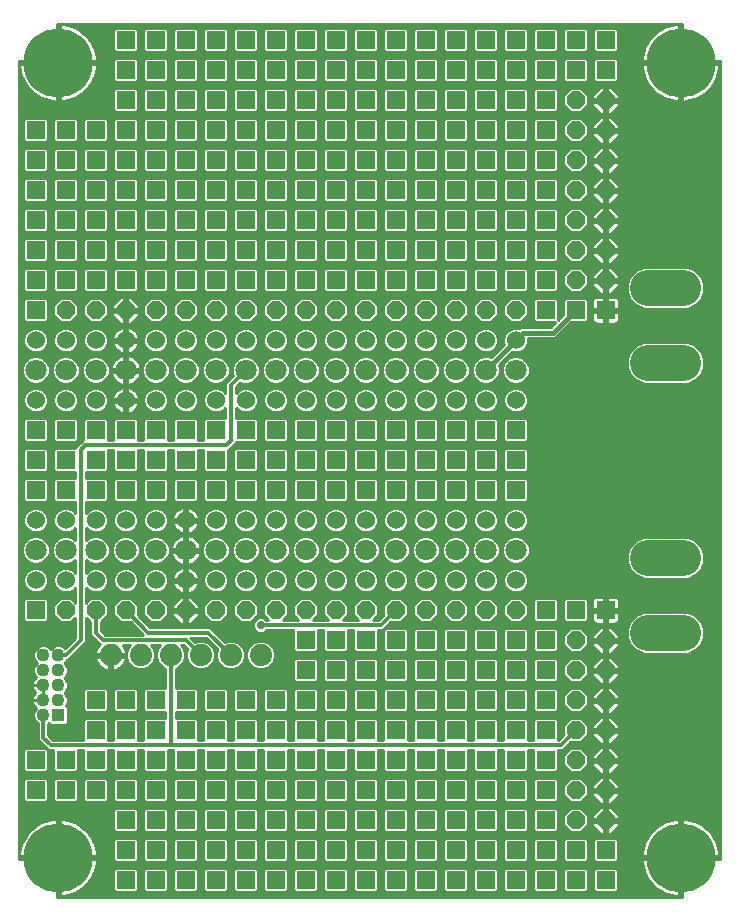
<source format=gbl>
G75*
%MOIN*%
%OFA0B0*%
%FSLAX24Y24*%
%IPPOS*%
%LPD*%
%AMOC8*
5,1,8,0,0,1.08239X$1,22.5*
%
%ADD10C,0.0709*%
%ADD11C,0.0602*%
%ADD12R,0.0600X0.0600*%
%ADD13OC8,0.0600*%
%ADD14C,0.1185*%
%ADD15C,0.2300*%
%ADD16R,0.0436X0.0436*%
%ADD17C,0.0436*%
%ADD18C,0.0740*%
%ADD19C,0.0120*%
%ADD20C,0.0100*%
%ADD21C,0.0290*%
%ADD22C,0.0160*%
D10*
X001050Y012050D03*
X002050Y012050D03*
X003050Y012050D03*
X004050Y012050D03*
X005050Y012050D03*
X006050Y012050D03*
X007050Y012050D03*
X008050Y012050D03*
X009050Y012050D03*
X010050Y012050D03*
X011050Y012050D03*
X012050Y012050D03*
X013050Y012050D03*
X014050Y012050D03*
X015050Y012050D03*
X016050Y012050D03*
X017050Y012050D03*
X017050Y018050D03*
X016050Y018050D03*
X015050Y018050D03*
X014050Y018050D03*
X013050Y018050D03*
X012050Y018050D03*
X011050Y018050D03*
X010050Y018050D03*
X009050Y018050D03*
X008050Y018050D03*
X007050Y018050D03*
X006050Y018050D03*
X005050Y018050D03*
X004050Y018050D03*
X003050Y018050D03*
X002050Y018050D03*
X001050Y018050D03*
D11*
X001050Y017050D03*
X002050Y017050D03*
X003050Y017050D03*
X004050Y017050D03*
X005050Y017050D03*
X006050Y017050D03*
X007050Y017050D03*
X008050Y017050D03*
X009050Y017050D03*
X010050Y017050D03*
X011050Y017050D03*
X012050Y017050D03*
X013050Y017050D03*
X014050Y017050D03*
X015050Y017050D03*
X016050Y017050D03*
X017050Y017050D03*
X017050Y019050D03*
X016050Y019050D03*
X015050Y019050D03*
X014050Y019050D03*
X013050Y019050D03*
X012050Y019050D03*
X011050Y019050D03*
X010050Y019050D03*
X009050Y019050D03*
X008050Y019050D03*
X007050Y019050D03*
X006050Y019050D03*
X005050Y019050D03*
X004050Y019050D03*
X003050Y019050D03*
X002050Y019050D03*
X001050Y019050D03*
X001050Y013050D03*
X002050Y013050D03*
X003050Y013050D03*
X004050Y013050D03*
X005050Y013050D03*
X006050Y013050D03*
X007050Y013050D03*
X008050Y013050D03*
X009050Y013050D03*
X010050Y013050D03*
X011050Y013050D03*
X012050Y013050D03*
X013050Y013050D03*
X014050Y013050D03*
X015050Y013050D03*
X016050Y013050D03*
X017050Y013050D03*
X017050Y011050D03*
X016050Y011050D03*
X015050Y011050D03*
X014050Y011050D03*
X013050Y011050D03*
X012050Y011050D03*
X011050Y011050D03*
X010050Y011050D03*
X009050Y011050D03*
X008050Y011050D03*
X007050Y011050D03*
X006050Y011050D03*
X005050Y011050D03*
X004050Y011050D03*
X003050Y011050D03*
X002050Y011050D03*
X001050Y011050D03*
D12*
X001050Y010050D03*
X003050Y007050D03*
X003050Y006050D03*
X003050Y005050D03*
X003050Y004050D03*
X002050Y004050D03*
X002050Y005050D03*
X001050Y005050D03*
X001050Y004050D03*
X004050Y004050D03*
X004050Y003050D03*
X004050Y002050D03*
X004050Y001050D03*
X005050Y001050D03*
X005050Y002050D03*
X005050Y003050D03*
X005050Y004050D03*
X005050Y005050D03*
X005050Y006050D03*
X005050Y007050D03*
X004050Y007050D03*
X004050Y006050D03*
X004050Y005050D03*
X006050Y005050D03*
X006050Y004050D03*
X006050Y003050D03*
X006050Y002050D03*
X006050Y001050D03*
X007050Y001050D03*
X007050Y002050D03*
X007050Y003050D03*
X007050Y004050D03*
X007050Y005050D03*
X007050Y006050D03*
X007050Y007050D03*
X006050Y007050D03*
X006050Y006050D03*
X008050Y006050D03*
X008050Y007050D03*
X009050Y007050D03*
X009050Y006050D03*
X009050Y005050D03*
X009050Y004050D03*
X009050Y003050D03*
X009050Y002050D03*
X009050Y001050D03*
X008050Y001050D03*
X008050Y002050D03*
X008050Y003050D03*
X008050Y004050D03*
X008050Y005050D03*
X010050Y005050D03*
X010050Y004050D03*
X010050Y003050D03*
X010050Y002050D03*
X010050Y001050D03*
X011050Y001050D03*
X011050Y002050D03*
X011050Y003050D03*
X011050Y004050D03*
X011050Y005050D03*
X011050Y006050D03*
X011050Y007050D03*
X011050Y008050D03*
X011050Y009050D03*
X010050Y009050D03*
X010050Y008050D03*
X010050Y007050D03*
X010050Y006050D03*
X012050Y006050D03*
X012050Y007050D03*
X012050Y008050D03*
X012050Y009050D03*
X013050Y009050D03*
X013050Y008050D03*
X013050Y007050D03*
X013050Y006050D03*
X013050Y005050D03*
X013050Y004050D03*
X013050Y003050D03*
X013050Y002050D03*
X013050Y001050D03*
X012050Y001050D03*
X012050Y002050D03*
X012050Y003050D03*
X012050Y004050D03*
X012050Y005050D03*
X014050Y005050D03*
X014050Y004050D03*
X014050Y003050D03*
X014050Y002050D03*
X014050Y001050D03*
X015050Y001050D03*
X015050Y002050D03*
X015050Y003050D03*
X015050Y004050D03*
X015050Y005050D03*
X015050Y006050D03*
X015050Y007050D03*
X015050Y008050D03*
X015050Y009050D03*
X014050Y009050D03*
X014050Y008050D03*
X014050Y007050D03*
X014050Y006050D03*
X016050Y006050D03*
X016050Y007050D03*
X016050Y008050D03*
X016050Y009050D03*
X017050Y009050D03*
X017050Y008050D03*
X017050Y007050D03*
X017050Y006050D03*
X017050Y005050D03*
X017050Y004050D03*
X017050Y003050D03*
X017050Y002050D03*
X017050Y001050D03*
X018050Y001050D03*
X018050Y002050D03*
X018050Y003050D03*
X018050Y004050D03*
X018050Y005050D03*
X018050Y006050D03*
X018050Y007050D03*
X018050Y008050D03*
X018050Y009050D03*
X018050Y010050D03*
X019050Y010050D03*
X020050Y010050D03*
X017050Y014050D03*
X017050Y015050D03*
X017050Y016050D03*
X016050Y016050D03*
X016050Y015050D03*
X016050Y014050D03*
X015050Y014050D03*
X015050Y015050D03*
X015050Y016050D03*
X014050Y016050D03*
X014050Y015050D03*
X014050Y014050D03*
X013050Y014050D03*
X013050Y015050D03*
X013050Y016050D03*
X012050Y016050D03*
X012050Y015050D03*
X012050Y014050D03*
X011050Y014050D03*
X011050Y015050D03*
X011050Y016050D03*
X010050Y016050D03*
X010050Y015050D03*
X010050Y014050D03*
X009050Y014050D03*
X009050Y015050D03*
X009050Y016050D03*
X008050Y016050D03*
X008050Y015050D03*
X008050Y014050D03*
X007050Y014050D03*
X007050Y015050D03*
X007050Y016050D03*
X006050Y016050D03*
X006050Y015050D03*
X006050Y014050D03*
X005050Y014050D03*
X005050Y015050D03*
X005050Y016050D03*
X004050Y016050D03*
X004050Y015050D03*
X004050Y014050D03*
X003050Y014050D03*
X003050Y015050D03*
X003050Y016050D03*
X002050Y016050D03*
X002050Y015050D03*
X002050Y014050D03*
X001050Y014050D03*
X001050Y015050D03*
X001050Y016050D03*
X001050Y020050D03*
X001050Y021050D03*
X001050Y022050D03*
X001050Y023050D03*
X001050Y024050D03*
X001050Y025050D03*
X001050Y026050D03*
X002050Y026050D03*
X002050Y025050D03*
X002050Y024050D03*
X002050Y023050D03*
X002050Y022050D03*
X002050Y021050D03*
X003050Y021050D03*
X003050Y022050D03*
X003050Y023050D03*
X003050Y024050D03*
X003050Y025050D03*
X003050Y026050D03*
X004050Y026050D03*
X004050Y025050D03*
X004050Y024050D03*
X004050Y023050D03*
X004050Y022050D03*
X004050Y021050D03*
X005050Y021050D03*
X005050Y022050D03*
X005050Y023050D03*
X005050Y024050D03*
X005050Y025050D03*
X005050Y026050D03*
X005050Y027050D03*
X005050Y028050D03*
X005050Y029050D03*
X004050Y029050D03*
X004050Y028050D03*
X004050Y027050D03*
X006050Y027050D03*
X006050Y026050D03*
X006050Y025050D03*
X006050Y024050D03*
X006050Y023050D03*
X006050Y022050D03*
X006050Y021050D03*
X007050Y021050D03*
X007050Y022050D03*
X007050Y023050D03*
X007050Y024050D03*
X007050Y025050D03*
X007050Y026050D03*
X007050Y027050D03*
X007050Y028050D03*
X007050Y029050D03*
X006050Y029050D03*
X006050Y028050D03*
X008050Y028050D03*
X008050Y029050D03*
X009050Y029050D03*
X009050Y028050D03*
X009050Y027050D03*
X009050Y026050D03*
X009050Y025050D03*
X009050Y024050D03*
X009050Y023050D03*
X009050Y022050D03*
X009050Y021050D03*
X008050Y021050D03*
X008050Y022050D03*
X008050Y023050D03*
X008050Y024050D03*
X008050Y025050D03*
X008050Y026050D03*
X008050Y027050D03*
X010050Y027050D03*
X010050Y026050D03*
X010050Y025050D03*
X010050Y024050D03*
X010050Y023050D03*
X010050Y022050D03*
X010050Y021050D03*
X011050Y021050D03*
X011050Y022050D03*
X011050Y023050D03*
X011050Y024050D03*
X011050Y025050D03*
X011050Y026050D03*
X011050Y027050D03*
X011050Y028050D03*
X011050Y029050D03*
X010050Y029050D03*
X010050Y028050D03*
X012050Y028050D03*
X012050Y029050D03*
X013050Y029050D03*
X013050Y028050D03*
X013050Y027050D03*
X013050Y026050D03*
X013050Y025050D03*
X013050Y024050D03*
X013050Y023050D03*
X013050Y022050D03*
X013050Y021050D03*
X012050Y021050D03*
X012050Y022050D03*
X012050Y023050D03*
X012050Y024050D03*
X012050Y025050D03*
X012050Y026050D03*
X012050Y027050D03*
X014050Y027050D03*
X014050Y026050D03*
X014050Y025050D03*
X014050Y024050D03*
X014050Y023050D03*
X014050Y022050D03*
X014050Y021050D03*
X015050Y021050D03*
X015050Y022050D03*
X015050Y023050D03*
X015050Y024050D03*
X015050Y025050D03*
X015050Y026050D03*
X015050Y027050D03*
X015050Y028050D03*
X015050Y029050D03*
X014050Y029050D03*
X014050Y028050D03*
X016050Y028050D03*
X016050Y029050D03*
X017050Y029050D03*
X017050Y028050D03*
X017050Y027050D03*
X017050Y026050D03*
X017050Y025050D03*
X017050Y024050D03*
X017050Y023050D03*
X017050Y022050D03*
X017050Y021050D03*
X018050Y021050D03*
X018050Y020050D03*
X019050Y020050D03*
X020050Y020050D03*
X018050Y022050D03*
X018050Y023050D03*
X018050Y024050D03*
X018050Y025050D03*
X018050Y026050D03*
X018050Y027050D03*
X018050Y028050D03*
X018050Y029050D03*
X019050Y029050D03*
X019050Y028050D03*
X020050Y028050D03*
X020050Y029050D03*
X016050Y027050D03*
X016050Y026050D03*
X016050Y025050D03*
X016050Y024050D03*
X016050Y023050D03*
X016050Y022050D03*
X016050Y021050D03*
X016050Y005050D03*
X016050Y004050D03*
X016050Y003050D03*
X016050Y002050D03*
X016050Y001050D03*
X019050Y001050D03*
X019050Y002050D03*
X020050Y002050D03*
X020050Y001050D03*
D13*
X020050Y003050D03*
X020050Y004050D03*
X020050Y005050D03*
X020050Y006050D03*
X020050Y007050D03*
X020050Y008050D03*
X020050Y009050D03*
X019050Y009050D03*
X019050Y008050D03*
X019050Y007050D03*
X019050Y006050D03*
X019050Y005050D03*
X019050Y004050D03*
X019050Y003050D03*
X017050Y010050D03*
X016050Y010050D03*
X015050Y010050D03*
X014050Y010050D03*
X013050Y010050D03*
X012050Y010050D03*
X011050Y010050D03*
X010050Y010050D03*
X009050Y010050D03*
X008050Y010050D03*
X007050Y010050D03*
X006050Y010050D03*
X005050Y010050D03*
X004050Y010050D03*
X003050Y010050D03*
X002050Y010050D03*
X002050Y020050D03*
X003050Y020050D03*
X004050Y020050D03*
X005050Y020050D03*
X006050Y020050D03*
X007050Y020050D03*
X008050Y020050D03*
X009050Y020050D03*
X010050Y020050D03*
X011050Y020050D03*
X012050Y020050D03*
X013050Y020050D03*
X014050Y020050D03*
X015050Y020050D03*
X016050Y020050D03*
X017050Y020050D03*
X019050Y021050D03*
X019050Y022050D03*
X019050Y023050D03*
X019050Y024050D03*
X019050Y025050D03*
X019050Y026050D03*
X019050Y027050D03*
X020050Y027050D03*
X020050Y026050D03*
X020050Y025050D03*
X020050Y024050D03*
X020050Y023050D03*
X020050Y022050D03*
X020050Y021050D03*
D14*
X021458Y020800D02*
X022643Y020800D01*
X022643Y018300D02*
X021458Y018300D01*
X021458Y011800D02*
X022643Y011800D01*
X022643Y009300D02*
X021458Y009300D01*
D15*
X022550Y001800D03*
X001800Y001800D03*
X001800Y028300D03*
X022550Y028300D03*
D16*
X001800Y006550D03*
D17*
X001800Y007050D03*
X001800Y007550D03*
X001800Y008050D03*
X001800Y008550D03*
X001300Y008550D03*
X001300Y008050D03*
X001300Y007550D03*
X001300Y007050D03*
X001300Y006550D03*
D18*
X003550Y008550D03*
X004550Y008550D03*
X005550Y008550D03*
X006550Y008550D03*
X007550Y008550D03*
X008550Y008550D03*
D19*
X008550Y009550D02*
X012550Y009550D01*
X013050Y010050D01*
X007550Y008550D02*
X006800Y009300D01*
X004800Y009300D01*
X004050Y010050D01*
X003300Y009050D02*
X003050Y009300D01*
X003050Y010050D01*
X003300Y009050D02*
X006050Y009050D01*
X006550Y008550D01*
X005550Y008550D02*
X005550Y005550D01*
X018550Y005550D01*
X019050Y006050D01*
X007550Y017550D02*
X008050Y018050D01*
X007550Y017550D02*
X007550Y015700D01*
X007400Y015550D01*
X002700Y015550D01*
X002550Y015400D01*
X002550Y009050D01*
X002050Y008550D01*
X001800Y008550D01*
X001300Y006550D02*
X001300Y005800D01*
X001550Y005550D01*
X005550Y005550D01*
D20*
X000500Y001800D02*
X000503Y001750D01*
X001750Y001750D01*
X001750Y001850D01*
X001750Y003100D01*
X001736Y003100D01*
X001609Y003087D01*
X001484Y003063D01*
X001362Y003025D01*
X001244Y002977D01*
X001131Y002916D01*
X001025Y002845D01*
X000926Y002764D01*
X000836Y002674D01*
X000755Y002575D01*
X000684Y002469D01*
X000623Y002356D01*
X000575Y002238D01*
X000537Y002116D01*
X000513Y001991D01*
X000500Y001864D01*
X000500Y001850D01*
X001750Y001850D01*
X001850Y001850D01*
X001850Y003100D01*
X001864Y003100D01*
X001991Y003087D01*
X002116Y003063D01*
X002238Y003025D01*
X002356Y002977D01*
X002469Y002916D01*
X002575Y002845D01*
X002674Y002764D01*
X002764Y002674D01*
X002845Y002575D01*
X002916Y002469D01*
X002977Y002356D01*
X003025Y002238D01*
X003063Y002116D01*
X003087Y001991D01*
X003100Y001864D01*
X003100Y001850D01*
X001850Y001850D01*
X001850Y001750D01*
X003100Y001750D01*
X003100Y001736D01*
X003087Y001609D01*
X003063Y001484D01*
X003025Y001362D01*
X002977Y001244D01*
X002916Y001131D01*
X002845Y001025D01*
X002764Y000926D01*
X002674Y000836D01*
X002575Y000755D01*
X002469Y000684D01*
X002356Y000623D01*
X002238Y000575D01*
X002116Y000537D01*
X001991Y000513D01*
X001864Y000500D01*
X001850Y000500D01*
X001850Y001750D01*
X001750Y001750D01*
X001750Y000503D01*
X001800Y000500D01*
X022550Y000500D01*
X022600Y000503D01*
X022600Y001750D01*
X022600Y001850D01*
X022500Y001850D01*
X022500Y003100D01*
X022486Y003100D01*
X022359Y003087D01*
X022234Y003063D01*
X022112Y003025D01*
X021994Y002977D01*
X021881Y002916D01*
X021775Y002845D01*
X021676Y002764D01*
X021586Y002674D01*
X021505Y002575D01*
X021434Y002469D01*
X021373Y002356D01*
X021325Y002238D01*
X021287Y002116D01*
X021263Y001991D01*
X021250Y001864D01*
X021250Y001850D01*
X022500Y001850D01*
X022500Y001750D01*
X022600Y001750D01*
X023847Y001750D01*
X023850Y001800D01*
X023850Y028300D01*
X023847Y028350D01*
X022600Y028350D01*
X022600Y028250D01*
X023850Y028250D01*
X023850Y028236D01*
X023837Y028109D01*
X023813Y027984D01*
X023775Y027862D01*
X023727Y027744D01*
X023666Y027631D01*
X023595Y027525D01*
X023514Y027426D01*
X023424Y027336D01*
X023325Y027255D01*
X023219Y027184D01*
X023106Y027123D01*
X022988Y027075D01*
X022866Y027037D01*
X022741Y027013D01*
X022614Y027000D01*
X022600Y027000D01*
X022600Y028250D01*
X022500Y028250D01*
X022500Y027000D01*
X022486Y027000D01*
X022359Y027013D01*
X022234Y027037D01*
X022112Y027075D01*
X021994Y027123D01*
X021881Y027184D01*
X021775Y027255D01*
X021676Y027336D01*
X021586Y027426D01*
X021505Y027525D01*
X021434Y027631D01*
X021373Y027744D01*
X021325Y027862D01*
X021287Y027984D01*
X021263Y028109D01*
X021250Y028236D01*
X021250Y028250D01*
X022500Y028250D01*
X022500Y028350D01*
X022500Y029600D01*
X022486Y029600D01*
X022359Y029587D01*
X022234Y029563D01*
X022112Y029525D01*
X021994Y029477D01*
X021881Y029416D01*
X021775Y029345D01*
X021676Y029264D01*
X021586Y029174D01*
X021505Y029075D01*
X021434Y028969D01*
X021373Y028856D01*
X021325Y028738D01*
X021287Y028616D01*
X021263Y028491D01*
X021250Y028364D01*
X021250Y028350D01*
X022500Y028350D01*
X022600Y028350D01*
X022600Y029597D01*
X022550Y029600D01*
X001800Y029600D01*
X001750Y029597D01*
X001750Y028350D01*
X001850Y028350D01*
X003100Y028350D01*
X003100Y028364D01*
X003087Y028491D01*
X003063Y028616D01*
X003025Y028738D01*
X002977Y028856D01*
X002916Y028969D01*
X002845Y029075D01*
X002764Y029174D01*
X002674Y029264D01*
X002575Y029345D01*
X002469Y029416D01*
X002356Y029477D01*
X002238Y029525D01*
X002116Y029563D01*
X001991Y029587D01*
X001864Y029600D01*
X001850Y029600D01*
X001850Y028350D01*
X001850Y028250D01*
X003100Y028250D01*
X003100Y028236D01*
X003087Y028109D01*
X003063Y027984D01*
X003025Y027862D01*
X002977Y027744D01*
X002916Y027631D01*
X002845Y027525D01*
X002764Y027426D01*
X002674Y027336D01*
X002575Y027255D01*
X002469Y027184D01*
X002356Y027123D01*
X002238Y027075D01*
X002116Y027037D01*
X001991Y027013D01*
X001864Y027000D01*
X001850Y027000D01*
X001850Y028250D01*
X001750Y028250D01*
X001750Y027000D01*
X001736Y027000D01*
X001609Y027013D01*
X001484Y027037D01*
X001362Y027075D01*
X001244Y027123D01*
X001131Y027184D01*
X001025Y027255D01*
X000926Y027336D01*
X000836Y027426D01*
X000755Y027525D01*
X000684Y027631D01*
X000623Y027744D01*
X000575Y027862D01*
X000537Y027984D01*
X000513Y028109D01*
X000500Y028236D01*
X000500Y028250D01*
X001750Y028250D01*
X001750Y028350D01*
X000503Y028350D01*
X000500Y028300D01*
X000500Y001800D01*
X000501Y001778D02*
X001750Y001778D01*
X001750Y001876D02*
X001850Y001876D01*
X001850Y001778D02*
X003640Y001778D01*
X003640Y001704D02*
X003704Y001640D01*
X004396Y001640D01*
X004460Y001704D01*
X004460Y002396D01*
X004396Y002460D01*
X003704Y002460D01*
X003640Y002396D01*
X003640Y001704D01*
X003665Y001679D02*
X003094Y001679D01*
X003082Y001581D02*
X021268Y001581D01*
X021263Y001609D02*
X021287Y001484D01*
X021325Y001362D01*
X021373Y001244D01*
X021434Y001131D01*
X021505Y001025D01*
X021586Y000926D01*
X021676Y000836D01*
X021775Y000755D01*
X021881Y000684D01*
X021994Y000623D01*
X022112Y000575D01*
X022234Y000537D01*
X022359Y000513D01*
X022486Y000500D01*
X022500Y000500D01*
X022500Y001750D01*
X021250Y001750D01*
X021250Y001736D01*
X021263Y001609D01*
X021256Y001679D02*
X020435Y001679D01*
X020460Y001704D02*
X020396Y001640D01*
X019704Y001640D01*
X019640Y001704D01*
X019640Y002396D01*
X019704Y002460D01*
X020396Y002460D01*
X020460Y002396D01*
X020460Y001704D01*
X020460Y001778D02*
X022500Y001778D01*
X022500Y001876D02*
X022600Y001876D01*
X022600Y001850D02*
X022600Y003100D01*
X022614Y003100D01*
X022741Y003087D01*
X022866Y003063D01*
X022988Y003025D01*
X023106Y002977D01*
X023219Y002916D01*
X023325Y002845D01*
X023424Y002764D01*
X023514Y002674D01*
X023595Y002575D01*
X023666Y002469D01*
X023727Y002356D01*
X023775Y002238D01*
X023813Y002116D01*
X023837Y001991D01*
X023850Y001864D01*
X023850Y001850D01*
X022600Y001850D01*
X022600Y001778D02*
X023849Y001778D01*
X023849Y001876D02*
X023850Y001876D01*
X023839Y001975D02*
X023850Y001975D01*
X023850Y002073D02*
X023821Y002073D01*
X023796Y002172D02*
X023850Y002172D01*
X023850Y002270D02*
X023762Y002270D01*
X023720Y002369D02*
X023850Y002369D01*
X023850Y002467D02*
X023668Y002467D01*
X023602Y002566D02*
X023850Y002566D01*
X023850Y002664D02*
X023523Y002664D01*
X023426Y002763D02*
X023850Y002763D01*
X023850Y002861D02*
X023302Y002861D01*
X023138Y002960D02*
X023850Y002960D01*
X023850Y003058D02*
X022881Y003058D01*
X022600Y003058D02*
X022500Y003058D01*
X022500Y002960D02*
X022600Y002960D01*
X022600Y002861D02*
X022500Y002861D01*
X022500Y002763D02*
X022600Y002763D01*
X022600Y002664D02*
X022500Y002664D01*
X022500Y002566D02*
X022600Y002566D01*
X022600Y002467D02*
X022500Y002467D01*
X022500Y002369D02*
X022600Y002369D01*
X022600Y002270D02*
X022500Y002270D01*
X022500Y002172D02*
X022600Y002172D01*
X022600Y002073D02*
X022500Y002073D01*
X022500Y001975D02*
X022600Y001975D01*
X022600Y001679D02*
X022500Y001679D01*
X022500Y001581D02*
X022600Y001581D01*
X022600Y001482D02*
X022500Y001482D01*
X022500Y001384D02*
X022600Y001384D01*
X022600Y001285D02*
X022500Y001285D01*
X022500Y001187D02*
X022600Y001187D01*
X022600Y001088D02*
X022500Y001088D01*
X022500Y000990D02*
X022600Y000990D01*
X022600Y000891D02*
X022500Y000891D01*
X022500Y000793D02*
X022600Y000793D01*
X022600Y000694D02*
X022500Y000694D01*
X022500Y000596D02*
X022600Y000596D01*
X022061Y000596D02*
X002289Y000596D01*
X002485Y000694D02*
X003650Y000694D01*
X003640Y000704D02*
X003704Y000640D01*
X004396Y000640D01*
X004460Y000704D01*
X004460Y001396D01*
X004396Y001460D01*
X003704Y001460D01*
X003640Y001396D01*
X003640Y000704D01*
X003640Y000793D02*
X002622Y000793D01*
X002729Y000891D02*
X003640Y000891D01*
X003640Y000990D02*
X002817Y000990D01*
X002888Y001088D02*
X003640Y001088D01*
X003640Y001187D02*
X002946Y001187D01*
X002994Y001285D02*
X003640Y001285D01*
X003640Y001384D02*
X003032Y001384D01*
X003062Y001482D02*
X021288Y001482D01*
X021318Y001384D02*
X020460Y001384D01*
X020460Y001396D02*
X020396Y001460D01*
X019704Y001460D01*
X019640Y001396D01*
X019640Y000704D01*
X019704Y000640D01*
X020396Y000640D01*
X020460Y000704D01*
X020460Y001396D01*
X020460Y001285D02*
X021356Y001285D01*
X021404Y001187D02*
X020460Y001187D01*
X020460Y001088D02*
X021462Y001088D01*
X021533Y000990D02*
X020460Y000990D01*
X020460Y000891D02*
X021621Y000891D01*
X021728Y000793D02*
X020460Y000793D01*
X020450Y000694D02*
X021865Y000694D01*
X021251Y001876D02*
X020460Y001876D01*
X020460Y001975D02*
X021261Y001975D01*
X021279Y002073D02*
X020460Y002073D01*
X020460Y002172D02*
X021304Y002172D01*
X021338Y002270D02*
X020460Y002270D01*
X020460Y002369D02*
X021380Y002369D01*
X021432Y002467D02*
X002918Y002467D01*
X002970Y002369D02*
X003640Y002369D01*
X003640Y002270D02*
X003012Y002270D01*
X003046Y002172D02*
X003640Y002172D01*
X003640Y002073D02*
X003071Y002073D01*
X003089Y001975D02*
X003640Y001975D01*
X003640Y001876D02*
X003099Y001876D01*
X002852Y002566D02*
X021498Y002566D01*
X021577Y002664D02*
X020300Y002664D01*
X020236Y002600D02*
X020500Y002864D01*
X020500Y003000D01*
X020100Y003000D01*
X020100Y003100D01*
X020500Y003100D01*
X020500Y003236D01*
X020236Y003500D01*
X020100Y003500D01*
X020100Y003100D01*
X020000Y003100D01*
X020000Y003500D01*
X019864Y003500D01*
X019600Y003236D01*
X019600Y003100D01*
X020000Y003100D01*
X020000Y003000D01*
X020100Y003000D01*
X020100Y002600D01*
X020236Y002600D01*
X020100Y002664D02*
X020000Y002664D01*
X020000Y002600D02*
X020000Y003000D01*
X019600Y003000D01*
X019600Y002864D01*
X019864Y002600D01*
X020000Y002600D01*
X020000Y002763D02*
X020100Y002763D01*
X020100Y002861D02*
X020000Y002861D01*
X020000Y002960D02*
X020100Y002960D01*
X020100Y003058D02*
X022219Y003058D01*
X021962Y002960D02*
X020500Y002960D01*
X020497Y002861D02*
X021798Y002861D01*
X021674Y002763D02*
X020399Y002763D01*
X020500Y003157D02*
X023850Y003157D01*
X023850Y003255D02*
X020481Y003255D01*
X020383Y003354D02*
X023850Y003354D01*
X023850Y003452D02*
X020284Y003452D01*
X020236Y003600D02*
X020500Y003864D01*
X020500Y004000D01*
X020100Y004000D01*
X020100Y004100D01*
X020500Y004100D01*
X020500Y004236D01*
X020236Y004500D01*
X020100Y004500D01*
X020100Y004100D01*
X020000Y004100D01*
X020000Y004500D01*
X019864Y004500D01*
X019600Y004236D01*
X019600Y004100D01*
X020000Y004100D01*
X020000Y004000D01*
X020100Y004000D01*
X020100Y003600D01*
X020236Y003600D01*
X020285Y003649D02*
X023850Y003649D01*
X023850Y003551D02*
X000500Y003551D01*
X000500Y003649D02*
X000695Y003649D01*
X000704Y003640D02*
X001396Y003640D01*
X001460Y003704D01*
X001460Y004396D01*
X001396Y004460D01*
X000704Y004460D01*
X000640Y004396D01*
X000640Y003704D01*
X000704Y003640D01*
X000640Y003748D02*
X000500Y003748D01*
X000500Y003846D02*
X000640Y003846D01*
X000640Y003945D02*
X000500Y003945D01*
X000500Y004043D02*
X000640Y004043D01*
X000640Y004142D02*
X000500Y004142D01*
X000500Y004240D02*
X000640Y004240D01*
X000640Y004339D02*
X000500Y004339D01*
X000500Y004437D02*
X000681Y004437D01*
X000704Y004640D02*
X001396Y004640D01*
X001460Y004704D01*
X001460Y005396D01*
X001396Y005460D01*
X000704Y005460D01*
X000640Y005396D01*
X000640Y004704D01*
X000704Y004640D01*
X000640Y004733D02*
X000500Y004733D01*
X000500Y004831D02*
X000640Y004831D01*
X000640Y004930D02*
X000500Y004930D01*
X000500Y005028D02*
X000640Y005028D01*
X000640Y005127D02*
X000500Y005127D01*
X000500Y005225D02*
X000640Y005225D01*
X000640Y005324D02*
X000500Y005324D01*
X000500Y005422D02*
X000666Y005422D01*
X000500Y005521D02*
X001339Y005521D01*
X001434Y005422D02*
X001438Y005422D01*
X001480Y005380D02*
X001130Y005730D01*
X001130Y006265D01*
X001114Y006272D01*
X001022Y006364D01*
X000972Y006485D01*
X000972Y006615D01*
X001022Y006736D01*
X001058Y006772D01*
X001014Y006815D01*
X000974Y006876D01*
X000946Y006943D01*
X000932Y007014D01*
X000932Y007041D01*
X001291Y007041D01*
X001291Y007059D01*
X000932Y007059D01*
X000932Y007086D01*
X000946Y007157D01*
X000974Y007224D01*
X001014Y007285D01*
X001029Y007300D01*
X001014Y007315D01*
X000974Y007376D01*
X000946Y007443D01*
X000932Y007514D01*
X000932Y007541D01*
X001291Y007541D01*
X001291Y007559D01*
X000932Y007559D01*
X000932Y007586D01*
X000946Y007657D01*
X000974Y007724D01*
X001014Y007785D01*
X001058Y007828D01*
X001022Y007864D01*
X000972Y007985D01*
X000972Y008115D01*
X001022Y008236D01*
X001086Y008300D01*
X001022Y008364D01*
X000972Y008485D01*
X000972Y008615D01*
X001022Y008736D01*
X001114Y008828D01*
X001235Y008878D01*
X001365Y008878D01*
X001486Y008828D01*
X001550Y008764D01*
X001614Y008828D01*
X001735Y008878D01*
X001865Y008878D01*
X001986Y008828D01*
X002037Y008777D01*
X002380Y009120D01*
X002380Y009800D01*
X002220Y009640D01*
X001880Y009640D01*
X001640Y009880D01*
X001640Y010220D01*
X001880Y010460D01*
X002220Y010460D01*
X002380Y010300D01*
X002380Y010799D01*
X002283Y010701D01*
X002132Y010639D01*
X001968Y010639D01*
X001817Y010701D01*
X001701Y010817D01*
X001639Y010968D01*
X001639Y011132D01*
X001701Y011283D01*
X001817Y011399D01*
X001968Y011461D01*
X002132Y011461D01*
X002283Y011399D01*
X002380Y011301D01*
X002380Y011723D01*
X002313Y011656D01*
X002142Y011586D01*
X001958Y011586D01*
X001787Y011656D01*
X001656Y011787D01*
X001586Y011958D01*
X001586Y012142D01*
X001656Y012313D01*
X001787Y012444D01*
X001958Y012514D01*
X002142Y012514D01*
X002313Y012444D01*
X002380Y012377D01*
X002380Y012799D01*
X002283Y012701D01*
X002132Y012639D01*
X001968Y012639D01*
X001817Y012701D01*
X001701Y012817D01*
X001639Y012968D01*
X001639Y013132D01*
X001701Y013283D01*
X001817Y013399D01*
X001968Y013461D01*
X002132Y013461D01*
X002283Y013399D01*
X002380Y013301D01*
X002380Y013640D01*
X001704Y013640D01*
X001640Y013704D01*
X001640Y014396D01*
X001704Y014460D01*
X002380Y014460D01*
X002380Y014640D01*
X001704Y014640D01*
X001640Y014704D01*
X001640Y015396D01*
X001704Y015460D01*
X002380Y015460D01*
X002380Y015470D01*
X002530Y015620D01*
X002630Y015720D01*
X002640Y015720D01*
X002640Y016396D01*
X002704Y016460D01*
X003396Y016460D01*
X003460Y016396D01*
X003460Y015720D01*
X003640Y015720D01*
X003640Y016396D01*
X003704Y016460D01*
X004396Y016460D01*
X004460Y016396D01*
X004460Y015720D01*
X004640Y015720D01*
X004640Y016396D01*
X004704Y016460D01*
X005396Y016460D01*
X005460Y016396D01*
X005460Y015720D01*
X005640Y015720D01*
X005640Y016396D01*
X005704Y016460D01*
X006396Y016460D01*
X006460Y016396D01*
X006460Y015720D01*
X006640Y015720D01*
X006640Y016396D01*
X006704Y016460D01*
X007380Y016460D01*
X007380Y016799D01*
X007283Y016701D01*
X007132Y016639D01*
X006968Y016639D01*
X006817Y016701D01*
X006701Y016817D01*
X006639Y016968D01*
X006639Y017132D01*
X006701Y017283D01*
X006817Y017399D01*
X006968Y017461D01*
X007132Y017461D01*
X007283Y017399D01*
X007380Y017301D01*
X007380Y017620D01*
X007624Y017865D01*
X007586Y017958D01*
X007586Y018142D01*
X007656Y018313D01*
X007787Y018444D01*
X007958Y018514D01*
X008142Y018514D01*
X008313Y018444D01*
X008444Y018313D01*
X008514Y018142D01*
X008514Y017958D01*
X008444Y017787D01*
X008313Y017656D01*
X008142Y017586D01*
X007958Y017586D01*
X007865Y017624D01*
X007720Y017480D01*
X007720Y017301D01*
X007817Y017399D01*
X007968Y017461D01*
X008132Y017461D01*
X008283Y017399D01*
X008399Y017283D01*
X008461Y017132D01*
X008461Y016968D01*
X008399Y016817D01*
X008283Y016701D01*
X008132Y016639D01*
X007968Y016639D01*
X007817Y016701D01*
X007720Y016799D01*
X007720Y016460D01*
X008396Y016460D01*
X008460Y016396D01*
X008460Y015704D01*
X008396Y015640D01*
X007720Y015640D01*
X007720Y015630D01*
X007620Y015530D01*
X007470Y015380D01*
X007460Y015380D01*
X007460Y014704D01*
X007396Y014640D01*
X006704Y014640D01*
X006640Y014704D01*
X006640Y015380D01*
X006460Y015380D01*
X006460Y014704D01*
X006396Y014640D01*
X005704Y014640D01*
X005640Y014704D01*
X005640Y015380D01*
X005460Y015380D01*
X005460Y014704D01*
X005396Y014640D01*
X004704Y014640D01*
X004640Y014704D01*
X004640Y015380D01*
X004460Y015380D01*
X004460Y014704D01*
X004396Y014640D01*
X003704Y014640D01*
X003640Y014704D01*
X003640Y015380D01*
X003460Y015380D01*
X003460Y014704D01*
X003396Y014640D01*
X002720Y014640D01*
X002720Y014460D01*
X003396Y014460D01*
X003460Y014396D01*
X003460Y013704D01*
X003396Y013640D01*
X002720Y013640D01*
X002720Y013301D01*
X002817Y013399D01*
X002968Y013461D01*
X003132Y013461D01*
X003283Y013399D01*
X003399Y013283D01*
X003461Y013132D01*
X003461Y012968D01*
X003399Y012817D01*
X003283Y012701D01*
X003132Y012639D01*
X002968Y012639D01*
X002817Y012701D01*
X002720Y012799D01*
X002720Y012377D01*
X002787Y012444D01*
X002958Y012514D01*
X003142Y012514D01*
X003313Y012444D01*
X003444Y012313D01*
X003514Y012142D01*
X003514Y011958D01*
X003444Y011787D01*
X003313Y011656D01*
X003142Y011586D01*
X002958Y011586D01*
X002787Y011656D01*
X002720Y011723D01*
X002720Y011301D01*
X002817Y011399D01*
X002968Y011461D01*
X003132Y011461D01*
X003283Y011399D01*
X003399Y011283D01*
X003461Y011132D01*
X003461Y010968D01*
X003399Y010817D01*
X003283Y010701D01*
X003132Y010639D01*
X002968Y010639D01*
X002817Y010701D01*
X002720Y010799D01*
X002720Y010300D01*
X002880Y010460D01*
X003220Y010460D01*
X003460Y010220D01*
X003460Y009880D01*
X003220Y009640D01*
X003220Y009370D01*
X003370Y009220D01*
X004640Y009220D01*
X004220Y009640D01*
X003880Y009640D01*
X003640Y009880D01*
X003640Y010220D01*
X003880Y010460D01*
X004220Y010460D01*
X004460Y010220D01*
X004460Y009880D01*
X004870Y009470D01*
X006870Y009470D01*
X007353Y008988D01*
X007455Y009030D01*
X007645Y009030D01*
X007822Y008957D01*
X007957Y008822D01*
X008030Y008645D01*
X008030Y008455D01*
X007957Y008278D01*
X007822Y008143D01*
X007645Y008070D01*
X007455Y008070D01*
X007278Y008143D01*
X007143Y008278D01*
X007070Y008455D01*
X007070Y008645D01*
X007112Y008747D01*
X006730Y009130D01*
X006210Y009130D01*
X006220Y009120D01*
X006353Y008988D01*
X006455Y009030D01*
X006645Y009030D01*
X006822Y008957D01*
X006957Y008822D01*
X007030Y008645D01*
X007030Y008455D01*
X006957Y008278D01*
X006822Y008143D01*
X006645Y008070D01*
X006455Y008070D01*
X006278Y008143D01*
X006143Y008278D01*
X006070Y008455D01*
X006070Y008645D01*
X006112Y008747D01*
X005980Y008880D01*
X005899Y008880D01*
X005957Y008822D01*
X006030Y008645D01*
X006030Y008455D01*
X005957Y008278D01*
X005822Y008143D01*
X005720Y008101D01*
X005720Y007460D01*
X006396Y007460D01*
X006460Y007396D01*
X006460Y006704D01*
X006396Y006640D01*
X005720Y006640D01*
X005720Y006460D01*
X006396Y006460D01*
X006460Y006396D01*
X006460Y005720D01*
X006640Y005720D01*
X006640Y006396D01*
X006704Y006460D01*
X007396Y006460D01*
X007460Y006396D01*
X007460Y005720D01*
X007640Y005720D01*
X007640Y006396D01*
X007704Y006460D01*
X008396Y006460D01*
X008460Y006396D01*
X008460Y005720D01*
X008640Y005720D01*
X008640Y006396D01*
X008704Y006460D01*
X009396Y006460D01*
X009460Y006396D01*
X009460Y005720D01*
X009640Y005720D01*
X009640Y006396D01*
X009704Y006460D01*
X010396Y006460D01*
X010460Y006396D01*
X010460Y005720D01*
X010640Y005720D01*
X010640Y006396D01*
X010704Y006460D01*
X011396Y006460D01*
X011460Y006396D01*
X011460Y005720D01*
X011640Y005720D01*
X011640Y006396D01*
X011704Y006460D01*
X012396Y006460D01*
X012460Y006396D01*
X012460Y005720D01*
X012640Y005720D01*
X012640Y006396D01*
X012704Y006460D01*
X013396Y006460D01*
X013460Y006396D01*
X013460Y005720D01*
X013640Y005720D01*
X013640Y006396D01*
X013704Y006460D01*
X014396Y006460D01*
X014460Y006396D01*
X014460Y005720D01*
X014640Y005720D01*
X014640Y006396D01*
X014704Y006460D01*
X015396Y006460D01*
X015460Y006396D01*
X015460Y005720D01*
X015640Y005720D01*
X015640Y006396D01*
X015704Y006460D01*
X016396Y006460D01*
X016460Y006396D01*
X016460Y005720D01*
X016640Y005720D01*
X016640Y006396D01*
X016704Y006460D01*
X017396Y006460D01*
X017460Y006396D01*
X017460Y005720D01*
X017640Y005720D01*
X017640Y006396D01*
X017704Y006460D01*
X018396Y006460D01*
X018460Y006396D01*
X018460Y005720D01*
X018480Y005720D01*
X018640Y005880D01*
X018640Y006220D01*
X018880Y006460D01*
X019220Y006460D01*
X019460Y006220D01*
X019460Y005880D01*
X019220Y005640D01*
X018880Y005640D01*
X018620Y005380D01*
X018460Y005380D01*
X018460Y004704D01*
X018396Y004640D01*
X017704Y004640D01*
X017640Y004704D01*
X017640Y005380D01*
X017460Y005380D01*
X017460Y004704D01*
X017396Y004640D01*
X016704Y004640D01*
X016640Y004704D01*
X016640Y005380D01*
X016460Y005380D01*
X016460Y004704D01*
X016396Y004640D01*
X015704Y004640D01*
X015640Y004704D01*
X015640Y005380D01*
X015460Y005380D01*
X015460Y004704D01*
X015396Y004640D01*
X014704Y004640D01*
X014640Y004704D01*
X014640Y005380D01*
X014460Y005380D01*
X014460Y004704D01*
X014396Y004640D01*
X013704Y004640D01*
X013640Y004704D01*
X013640Y005380D01*
X013460Y005380D01*
X013460Y004704D01*
X013396Y004640D01*
X012704Y004640D01*
X012640Y004704D01*
X012640Y005380D01*
X012460Y005380D01*
X012460Y004704D01*
X012396Y004640D01*
X011704Y004640D01*
X011640Y004704D01*
X011640Y005380D01*
X011460Y005380D01*
X011460Y004704D01*
X011396Y004640D01*
X010704Y004640D01*
X010640Y004704D01*
X010640Y005380D01*
X010460Y005380D01*
X010460Y004704D01*
X010396Y004640D01*
X009704Y004640D01*
X009640Y004704D01*
X009640Y005380D01*
X009460Y005380D01*
X009460Y004704D01*
X009396Y004640D01*
X008704Y004640D01*
X008640Y004704D01*
X008640Y005380D01*
X008460Y005380D01*
X008460Y004704D01*
X008396Y004640D01*
X007704Y004640D01*
X007640Y004704D01*
X007640Y005380D01*
X007460Y005380D01*
X007460Y004704D01*
X007396Y004640D01*
X006704Y004640D01*
X006640Y004704D01*
X006640Y005380D01*
X006460Y005380D01*
X006460Y004704D01*
X006396Y004640D01*
X005704Y004640D01*
X005640Y004704D01*
X005640Y005380D01*
X005460Y005380D01*
X005460Y004704D01*
X005396Y004640D01*
X004704Y004640D01*
X004640Y004704D01*
X004640Y005380D01*
X004460Y005380D01*
X004460Y004704D01*
X004396Y004640D01*
X003704Y004640D01*
X003640Y004704D01*
X003640Y005380D01*
X003460Y005380D01*
X003460Y004704D01*
X003396Y004640D01*
X002704Y004640D01*
X002640Y004704D01*
X002640Y005380D01*
X002460Y005380D01*
X002460Y004704D01*
X002396Y004640D01*
X001704Y004640D01*
X001640Y004704D01*
X001640Y005380D01*
X001480Y005380D01*
X001460Y005324D02*
X001640Y005324D01*
X001640Y005225D02*
X001460Y005225D01*
X001460Y005127D02*
X001640Y005127D01*
X001640Y005028D02*
X001460Y005028D01*
X001460Y004930D02*
X001640Y004930D01*
X001640Y004831D02*
X001460Y004831D01*
X001460Y004733D02*
X001640Y004733D01*
X001704Y004460D02*
X001640Y004396D01*
X001640Y003704D01*
X001704Y003640D01*
X002396Y003640D01*
X002460Y003704D01*
X002460Y004396D01*
X002396Y004460D01*
X001704Y004460D01*
X001681Y004437D02*
X001419Y004437D01*
X001460Y004339D02*
X001640Y004339D01*
X001640Y004240D02*
X001460Y004240D01*
X001460Y004142D02*
X001640Y004142D01*
X001640Y004043D02*
X001460Y004043D01*
X001460Y003945D02*
X001640Y003945D01*
X001640Y003846D02*
X001460Y003846D01*
X001460Y003748D02*
X001640Y003748D01*
X001695Y003649D02*
X001405Y003649D01*
X001469Y003058D02*
X000500Y003058D01*
X000500Y002960D02*
X001212Y002960D01*
X001048Y002861D02*
X000500Y002861D01*
X000500Y002763D02*
X000924Y002763D01*
X000827Y002664D02*
X000500Y002664D01*
X000500Y002566D02*
X000748Y002566D01*
X000682Y002467D02*
X000500Y002467D01*
X000500Y002369D02*
X000630Y002369D01*
X000588Y002270D02*
X000500Y002270D01*
X000500Y002172D02*
X000554Y002172D01*
X000529Y002073D02*
X000500Y002073D01*
X000500Y001975D02*
X000511Y001975D01*
X000500Y001876D02*
X000501Y001876D01*
X000500Y003157D02*
X003640Y003157D01*
X003640Y003255D02*
X000500Y003255D01*
X000500Y003354D02*
X003640Y003354D01*
X003640Y003396D02*
X003640Y002704D01*
X003704Y002640D01*
X004396Y002640D01*
X004460Y002704D01*
X004460Y003396D01*
X004396Y003460D01*
X003704Y003460D01*
X003640Y003396D01*
X003696Y003452D02*
X000500Y003452D01*
X000500Y004536D02*
X023850Y004536D01*
X023850Y004634D02*
X020270Y004634D01*
X020236Y004600D02*
X020500Y004864D01*
X020500Y005000D01*
X020100Y005000D01*
X020100Y005100D01*
X020500Y005100D01*
X020500Y005236D01*
X020236Y005500D01*
X020100Y005500D01*
X020100Y005100D01*
X020000Y005100D01*
X020000Y005500D01*
X019864Y005500D01*
X019600Y005236D01*
X019600Y005100D01*
X020000Y005100D01*
X020000Y005000D01*
X020100Y005000D01*
X020100Y004600D01*
X020236Y004600D01*
X020100Y004634D02*
X020000Y004634D01*
X020000Y004600D02*
X020000Y005000D01*
X019600Y005000D01*
X019600Y004864D01*
X019864Y004600D01*
X020000Y004600D01*
X020000Y004733D02*
X020100Y004733D01*
X020100Y004831D02*
X020000Y004831D01*
X020000Y004930D02*
X020100Y004930D01*
X020100Y005028D02*
X023850Y005028D01*
X023850Y004930D02*
X020500Y004930D01*
X020467Y004831D02*
X023850Y004831D01*
X023850Y004733D02*
X020369Y004733D01*
X020299Y004437D02*
X023850Y004437D01*
X023850Y004339D02*
X020398Y004339D01*
X020496Y004240D02*
X023850Y004240D01*
X023850Y004142D02*
X020500Y004142D01*
X020500Y003945D02*
X023850Y003945D01*
X023850Y004043D02*
X020100Y004043D01*
X020100Y003945D02*
X020000Y003945D01*
X020000Y004000D02*
X020000Y003600D01*
X019864Y003600D01*
X019600Y003864D01*
X019600Y004000D01*
X020000Y004000D01*
X020000Y004043D02*
X019460Y004043D01*
X019460Y003945D02*
X019600Y003945D01*
X019618Y003846D02*
X019426Y003846D01*
X019460Y003880D02*
X019220Y003640D01*
X018880Y003640D01*
X018640Y003880D01*
X018640Y004220D01*
X018880Y004460D01*
X019220Y004460D01*
X019460Y004220D01*
X019460Y003880D01*
X019327Y003748D02*
X019716Y003748D01*
X019815Y003649D02*
X019229Y003649D01*
X019220Y003460D02*
X018880Y003460D01*
X018640Y003220D01*
X018640Y002880D01*
X018880Y002640D01*
X019220Y002640D01*
X019460Y002880D01*
X019460Y003220D01*
X019220Y003460D01*
X019228Y003452D02*
X019816Y003452D01*
X019717Y003354D02*
X019326Y003354D01*
X019425Y003255D02*
X019619Y003255D01*
X019600Y003157D02*
X019460Y003157D01*
X019460Y003058D02*
X020000Y003058D01*
X020000Y003157D02*
X020100Y003157D01*
X020100Y003255D02*
X020000Y003255D01*
X020000Y003354D02*
X020100Y003354D01*
X020100Y003452D02*
X020000Y003452D01*
X020000Y003649D02*
X020100Y003649D01*
X020100Y003748D02*
X020000Y003748D01*
X020000Y003846D02*
X020100Y003846D01*
X020100Y004142D02*
X020000Y004142D01*
X020000Y004240D02*
X020100Y004240D01*
X020100Y004339D02*
X020000Y004339D01*
X020000Y004437D02*
X020100Y004437D01*
X019801Y004437D02*
X019243Y004437D01*
X019341Y004339D02*
X019702Y004339D01*
X019604Y004240D02*
X019440Y004240D01*
X019460Y004142D02*
X019600Y004142D01*
X019830Y004634D02*
X000500Y004634D01*
X000500Y005619D02*
X001241Y005619D01*
X001142Y005718D02*
X000500Y005718D01*
X000500Y005816D02*
X001130Y005816D01*
X001130Y005915D02*
X000500Y005915D01*
X000500Y006013D02*
X001130Y006013D01*
X001130Y006112D02*
X000500Y006112D01*
X000500Y006210D02*
X001130Y006210D01*
X001077Y006309D02*
X000500Y006309D01*
X000500Y006407D02*
X001004Y006407D01*
X000972Y006506D02*
X000500Y006506D01*
X000500Y006604D02*
X000972Y006604D01*
X001008Y006703D02*
X000500Y006703D01*
X000500Y006801D02*
X001028Y006801D01*
X000964Y006900D02*
X000500Y006900D01*
X000500Y006998D02*
X000935Y006998D01*
X000934Y007097D02*
X000500Y007097D01*
X000500Y007195D02*
X000962Y007195D01*
X001023Y007294D02*
X000500Y007294D01*
X000500Y007392D02*
X000967Y007392D01*
X000937Y007491D02*
X000500Y007491D01*
X000500Y007589D02*
X000932Y007589D01*
X000959Y007688D02*
X000500Y007688D01*
X000500Y007786D02*
X001015Y007786D01*
X001013Y007885D02*
X000500Y007885D01*
X000500Y007983D02*
X000973Y007983D01*
X000972Y008082D02*
X000500Y008082D01*
X000500Y008180D02*
X000999Y008180D01*
X001065Y008279D02*
X000500Y008279D01*
X000500Y008377D02*
X001017Y008377D01*
X000976Y008476D02*
X000500Y008476D01*
X000500Y008574D02*
X000972Y008574D01*
X000996Y008673D02*
X000500Y008673D01*
X000500Y008771D02*
X001057Y008771D01*
X001214Y008870D02*
X000500Y008870D01*
X000500Y008968D02*
X002228Y008968D01*
X002326Y009067D02*
X000500Y009067D01*
X000500Y009165D02*
X002380Y009165D01*
X002380Y009264D02*
X000500Y009264D01*
X000500Y009362D02*
X002380Y009362D01*
X002380Y009461D02*
X000500Y009461D01*
X000500Y009559D02*
X002380Y009559D01*
X002380Y009658D02*
X002237Y009658D01*
X002336Y009756D02*
X002380Y009756D01*
X002720Y009756D02*
X002764Y009756D01*
X002720Y009800D02*
X002880Y009640D01*
X002880Y009230D01*
X002980Y009130D01*
X003187Y008922D01*
X003153Y008889D01*
X003105Y008823D01*
X003068Y008750D01*
X003043Y008672D01*
X003031Y008600D01*
X003500Y008600D01*
X003500Y008500D01*
X003600Y008500D01*
X003600Y008600D01*
X004069Y008600D01*
X004057Y008672D01*
X004032Y008750D01*
X003995Y008823D01*
X003953Y008880D01*
X004201Y008880D01*
X004143Y008822D01*
X004070Y008645D01*
X004070Y008455D01*
X004143Y008278D01*
X004278Y008143D01*
X004455Y008070D01*
X004645Y008070D01*
X004822Y008143D01*
X004957Y008278D01*
X005030Y008455D01*
X005030Y008645D01*
X004957Y008822D01*
X004899Y008880D01*
X005201Y008880D01*
X005143Y008822D01*
X005070Y008645D01*
X005070Y008455D01*
X005143Y008278D01*
X005278Y008143D01*
X005380Y008101D01*
X005380Y007460D01*
X004704Y007460D01*
X004640Y007396D01*
X004640Y006704D01*
X004704Y006640D01*
X005380Y006640D01*
X005380Y006460D01*
X004704Y006460D01*
X004640Y006396D01*
X004640Y005720D01*
X004460Y005720D01*
X004460Y006396D01*
X004396Y006460D01*
X003704Y006460D01*
X003640Y006396D01*
X003640Y005720D01*
X003460Y005720D01*
X003460Y006396D01*
X003396Y006460D01*
X002704Y006460D01*
X002640Y006396D01*
X002640Y005720D01*
X001620Y005720D01*
X001470Y005870D01*
X001470Y006265D01*
X001486Y006272D01*
X001536Y006222D01*
X002064Y006222D01*
X002128Y006286D01*
X002128Y006814D01*
X002078Y006864D01*
X002078Y006864D01*
X002128Y006985D01*
X002128Y007115D01*
X002078Y007236D01*
X002014Y007300D01*
X002078Y007364D01*
X002128Y007485D01*
X002128Y007615D01*
X002078Y007736D01*
X002014Y007800D01*
X002078Y007864D01*
X002128Y007985D01*
X002128Y008115D01*
X002078Y008236D01*
X002014Y008300D01*
X002078Y008364D01*
X002085Y008380D01*
X002120Y008380D01*
X002620Y008880D01*
X002720Y008980D01*
X002720Y009800D01*
X002720Y009658D02*
X002863Y009658D01*
X002880Y009559D02*
X002720Y009559D01*
X002720Y009461D02*
X002880Y009461D01*
X002880Y009362D02*
X002720Y009362D01*
X002720Y009264D02*
X002880Y009264D01*
X002945Y009165D02*
X002720Y009165D01*
X002720Y009067D02*
X003043Y009067D01*
X003142Y008968D02*
X002708Y008968D01*
X002610Y008870D02*
X003139Y008870D01*
X003079Y008771D02*
X002511Y008771D01*
X002413Y008673D02*
X003043Y008673D01*
X003031Y008500D02*
X003043Y008428D01*
X003068Y008350D01*
X003105Y008277D01*
X003153Y008211D01*
X003211Y008153D01*
X003277Y008105D01*
X003350Y008068D01*
X003428Y008043D01*
X003500Y008031D01*
X003500Y008500D01*
X003031Y008500D01*
X003035Y008476D02*
X002216Y008476D01*
X002314Y008574D02*
X003500Y008574D01*
X003500Y008476D02*
X003600Y008476D01*
X003600Y008500D02*
X003600Y008031D01*
X003672Y008043D01*
X003750Y008068D01*
X003823Y008105D01*
X003889Y008153D01*
X003947Y008211D01*
X003995Y008277D01*
X004032Y008350D01*
X004057Y008428D01*
X004069Y008500D01*
X003600Y008500D01*
X003600Y008574D02*
X004070Y008574D01*
X004065Y008476D02*
X004070Y008476D01*
X004041Y008377D02*
X004102Y008377D01*
X004143Y008279D02*
X003995Y008279D01*
X003915Y008180D02*
X004241Y008180D01*
X004427Y008082D02*
X003776Y008082D01*
X003600Y008082D02*
X003500Y008082D01*
X003500Y008180D02*
X003600Y008180D01*
X003600Y008279D02*
X003500Y008279D01*
X003500Y008377D02*
X003600Y008377D01*
X003324Y008082D02*
X002128Y008082D01*
X002127Y007983D02*
X005380Y007983D01*
X005380Y007885D02*
X002087Y007885D01*
X002028Y007786D02*
X005380Y007786D01*
X005380Y007688D02*
X002098Y007688D01*
X002128Y007589D02*
X005380Y007589D01*
X005380Y007491D02*
X002128Y007491D01*
X002090Y007392D02*
X002640Y007392D01*
X002640Y007396D02*
X002640Y006704D01*
X002704Y006640D01*
X003396Y006640D01*
X003460Y006704D01*
X003460Y007396D01*
X003396Y007460D01*
X002704Y007460D01*
X002640Y007396D01*
X002640Y007294D02*
X002020Y007294D01*
X002095Y007195D02*
X002640Y007195D01*
X002640Y007097D02*
X002128Y007097D01*
X002128Y006998D02*
X002640Y006998D01*
X002640Y006900D02*
X002093Y006900D01*
X002128Y006801D02*
X002640Y006801D01*
X002642Y006703D02*
X002128Y006703D01*
X002128Y006604D02*
X005380Y006604D01*
X005380Y006506D02*
X002128Y006506D01*
X002128Y006407D02*
X002651Y006407D01*
X002640Y006309D02*
X002128Y006309D01*
X002640Y006210D02*
X001470Y006210D01*
X001486Y006272D02*
X001486Y006272D01*
X001470Y006112D02*
X002640Y006112D01*
X002640Y006013D02*
X001470Y006013D01*
X001470Y005915D02*
X002640Y005915D01*
X002640Y005816D02*
X001524Y005816D01*
X002460Y005324D02*
X002640Y005324D01*
X002640Y005225D02*
X002460Y005225D01*
X002460Y005127D02*
X002640Y005127D01*
X002640Y005028D02*
X002460Y005028D01*
X002460Y004930D02*
X002640Y004930D01*
X002640Y004831D02*
X002460Y004831D01*
X002460Y004733D02*
X002640Y004733D01*
X002704Y004460D02*
X002640Y004396D01*
X002640Y003704D01*
X002704Y003640D01*
X003396Y003640D01*
X003460Y003704D01*
X003460Y004396D01*
X003396Y004460D01*
X002704Y004460D01*
X002681Y004437D02*
X002419Y004437D01*
X002460Y004339D02*
X002640Y004339D01*
X002640Y004240D02*
X002460Y004240D01*
X002460Y004142D02*
X002640Y004142D01*
X002640Y004043D02*
X002460Y004043D01*
X002460Y003945D02*
X002640Y003945D01*
X002640Y003846D02*
X002460Y003846D01*
X002460Y003748D02*
X002640Y003748D01*
X002695Y003649D02*
X002405Y003649D01*
X002131Y003058D02*
X003640Y003058D01*
X003640Y002960D02*
X002388Y002960D01*
X002552Y002861D02*
X003640Y002861D01*
X003640Y002763D02*
X002676Y002763D01*
X002773Y002664D02*
X003680Y002664D01*
X004420Y002664D02*
X004680Y002664D01*
X004704Y002640D02*
X005396Y002640D01*
X005460Y002704D01*
X005460Y003396D01*
X005396Y003460D01*
X004704Y003460D01*
X004640Y003396D01*
X004640Y002704D01*
X004704Y002640D01*
X004640Y002763D02*
X004460Y002763D01*
X004460Y002861D02*
X004640Y002861D01*
X004640Y002960D02*
X004460Y002960D01*
X004460Y003058D02*
X004640Y003058D01*
X004640Y003157D02*
X004460Y003157D01*
X004460Y003255D02*
X004640Y003255D01*
X004640Y003354D02*
X004460Y003354D01*
X004404Y003452D02*
X004696Y003452D01*
X004704Y003640D02*
X005396Y003640D01*
X005460Y003704D01*
X005460Y004396D01*
X005396Y004460D01*
X004704Y004460D01*
X004640Y004396D01*
X004640Y003704D01*
X004704Y003640D01*
X004695Y003649D02*
X004405Y003649D01*
X004396Y003640D02*
X004460Y003704D01*
X004460Y004396D01*
X004396Y004460D01*
X003704Y004460D01*
X003640Y004396D01*
X003640Y003704D01*
X003704Y003640D01*
X004396Y003640D01*
X004460Y003748D02*
X004640Y003748D01*
X004640Y003846D02*
X004460Y003846D01*
X004460Y003945D02*
X004640Y003945D01*
X004640Y004043D02*
X004460Y004043D01*
X004460Y004142D02*
X004640Y004142D01*
X004640Y004240D02*
X004460Y004240D01*
X004460Y004339D02*
X004640Y004339D01*
X004681Y004437D02*
X004419Y004437D01*
X004460Y004733D02*
X004640Y004733D01*
X004640Y004831D02*
X004460Y004831D01*
X004460Y004930D02*
X004640Y004930D01*
X004640Y005028D02*
X004460Y005028D01*
X004460Y005127D02*
X004640Y005127D01*
X004640Y005225D02*
X004460Y005225D01*
X004460Y005324D02*
X004640Y005324D01*
X004640Y005816D02*
X004460Y005816D01*
X004460Y005915D02*
X004640Y005915D01*
X004640Y006013D02*
X004460Y006013D01*
X004460Y006112D02*
X004640Y006112D01*
X004640Y006210D02*
X004460Y006210D01*
X004460Y006309D02*
X004640Y006309D01*
X004651Y006407D02*
X004449Y006407D01*
X004396Y006640D02*
X004460Y006704D01*
X004460Y007396D01*
X004396Y007460D01*
X003704Y007460D01*
X003640Y007396D01*
X003640Y006704D01*
X003704Y006640D01*
X004396Y006640D01*
X004458Y006703D02*
X004642Y006703D01*
X004640Y006801D02*
X004460Y006801D01*
X004460Y006900D02*
X004640Y006900D01*
X004640Y006998D02*
X004460Y006998D01*
X004460Y007097D02*
X004640Y007097D01*
X004640Y007195D02*
X004460Y007195D01*
X004460Y007294D02*
X004640Y007294D01*
X004640Y007392D02*
X004460Y007392D01*
X004673Y008082D02*
X005380Y008082D01*
X005241Y008180D02*
X004859Y008180D01*
X004957Y008279D02*
X005143Y008279D01*
X005102Y008377D02*
X004998Y008377D01*
X005030Y008476D02*
X005070Y008476D01*
X005070Y008574D02*
X005030Y008574D01*
X005019Y008673D02*
X005081Y008673D01*
X005122Y008771D02*
X004978Y008771D01*
X004909Y008870D02*
X005191Y008870D01*
X004781Y009559D02*
X008295Y009559D01*
X008295Y009601D02*
X008295Y009499D01*
X008334Y009406D01*
X008406Y009334D01*
X008499Y009295D01*
X008601Y009295D01*
X008694Y009334D01*
X008741Y009380D01*
X009640Y009380D01*
X009640Y008704D01*
X009704Y008640D01*
X010396Y008640D01*
X010460Y008704D01*
X010460Y009380D01*
X010640Y009380D01*
X010640Y008704D01*
X010704Y008640D01*
X011396Y008640D01*
X011460Y008704D01*
X011460Y009380D01*
X011640Y009380D01*
X011640Y008704D01*
X011704Y008640D01*
X012396Y008640D01*
X012460Y008704D01*
X012460Y009380D01*
X012620Y009380D01*
X012880Y009640D01*
X013220Y009640D01*
X013460Y009880D01*
X013460Y010220D01*
X013220Y010460D01*
X012880Y010460D01*
X012640Y010220D01*
X012640Y009880D01*
X012480Y009720D01*
X012300Y009720D01*
X012460Y009880D01*
X012460Y010220D01*
X012220Y010460D01*
X011880Y010460D01*
X011640Y010220D01*
X011640Y009880D01*
X011800Y009720D01*
X011300Y009720D01*
X011460Y009880D01*
X011460Y010220D01*
X011220Y010460D01*
X010880Y010460D01*
X010640Y010220D01*
X010640Y009880D01*
X010800Y009720D01*
X010300Y009720D01*
X010460Y009880D01*
X010460Y010220D01*
X010220Y010460D01*
X009880Y010460D01*
X009640Y010220D01*
X009640Y009880D01*
X009800Y009720D01*
X009300Y009720D01*
X009460Y009880D01*
X009460Y010220D01*
X009220Y010460D01*
X008880Y010460D01*
X008640Y010220D01*
X008640Y009880D01*
X008800Y009720D01*
X008741Y009720D01*
X008694Y009766D01*
X008601Y009805D01*
X008499Y009805D01*
X008406Y009766D01*
X008334Y009694D01*
X008295Y009601D01*
X008319Y009658D02*
X008237Y009658D01*
X008220Y009640D02*
X008460Y009880D01*
X008460Y010220D01*
X008220Y010460D01*
X007880Y010460D01*
X007640Y010220D01*
X007640Y009880D01*
X007880Y009640D01*
X008220Y009640D01*
X008336Y009756D02*
X008395Y009756D01*
X008434Y009855D02*
X008666Y009855D01*
X008640Y009953D02*
X008460Y009953D01*
X008460Y010052D02*
X008640Y010052D01*
X008640Y010150D02*
X008460Y010150D01*
X008431Y010249D02*
X008669Y010249D01*
X008767Y010347D02*
X008333Y010347D01*
X008234Y010446D02*
X008866Y010446D01*
X008959Y010643D02*
X008141Y010643D01*
X008132Y010639D02*
X008283Y010701D01*
X008399Y010817D01*
X008461Y010968D01*
X008461Y011132D01*
X008399Y011283D01*
X008283Y011399D01*
X008132Y011461D01*
X007968Y011461D01*
X007817Y011399D01*
X007701Y011283D01*
X007639Y011132D01*
X007639Y010968D01*
X007701Y010817D01*
X007817Y010701D01*
X007968Y010639D01*
X008132Y010639D01*
X007959Y010643D02*
X007141Y010643D01*
X007132Y010639D02*
X007283Y010701D01*
X007399Y010817D01*
X007461Y010968D01*
X007461Y011132D01*
X007399Y011283D01*
X007283Y011399D01*
X007132Y011461D01*
X006968Y011461D01*
X006817Y011399D01*
X006701Y011283D01*
X006639Y011132D01*
X006639Y010968D01*
X006701Y010817D01*
X006817Y010701D01*
X006968Y010639D01*
X007132Y010639D01*
X006959Y010643D02*
X006244Y010643D01*
X006223Y010632D02*
X006286Y010664D01*
X006344Y010706D01*
X006394Y010756D01*
X006436Y010814D01*
X006468Y010877D01*
X006490Y010944D01*
X006499Y011000D01*
X006100Y011000D01*
X006100Y011100D01*
X006000Y011100D01*
X006000Y011499D01*
X005944Y011490D01*
X005877Y011468D01*
X005814Y011436D01*
X005756Y011394D01*
X005706Y011344D01*
X005664Y011286D01*
X005632Y011223D01*
X005610Y011156D01*
X005601Y011100D01*
X006000Y011100D01*
X006000Y011000D01*
X005601Y011000D01*
X005610Y010944D01*
X005632Y010877D01*
X005664Y010814D01*
X005706Y010756D01*
X005756Y010706D01*
X005814Y010664D01*
X005877Y010632D01*
X005944Y010610D01*
X006000Y010601D01*
X006000Y011000D01*
X006100Y011000D01*
X006100Y010601D01*
X006156Y010610D01*
X006223Y010632D01*
X006100Y010643D02*
X006000Y010643D01*
X006000Y010741D02*
X006100Y010741D01*
X006100Y010840D02*
X006000Y010840D01*
X006000Y010938D02*
X006100Y010938D01*
X006100Y011037D02*
X006639Y011037D01*
X006640Y011135D02*
X006493Y011135D01*
X006490Y011156D02*
X006499Y011100D01*
X006100Y011100D01*
X006100Y011499D01*
X006156Y011490D01*
X006223Y011468D01*
X006286Y011436D01*
X006344Y011394D01*
X006394Y011344D01*
X006436Y011286D01*
X006468Y011223D01*
X006490Y011156D01*
X006463Y011234D02*
X006681Y011234D01*
X006751Y011332D02*
X006403Y011332D01*
X006294Y011431D02*
X006894Y011431D01*
X006958Y011586D02*
X006787Y011656D01*
X006656Y011787D01*
X006586Y011958D01*
X006586Y012142D01*
X006656Y012313D01*
X006787Y012444D01*
X006958Y012514D01*
X007142Y012514D01*
X007313Y012444D01*
X007444Y012313D01*
X007514Y012142D01*
X007514Y011958D01*
X007444Y011787D01*
X007313Y011656D01*
X007142Y011586D01*
X006958Y011586D01*
X006857Y011628D02*
X006327Y011628D01*
X006314Y011619D02*
X006379Y011665D01*
X006435Y011721D01*
X006481Y011786D01*
X006517Y011856D01*
X006542Y011932D01*
X006553Y012000D01*
X006100Y012000D01*
X006100Y012100D01*
X006000Y012100D01*
X006000Y012553D01*
X005932Y012542D01*
X005856Y012517D01*
X005786Y012481D01*
X005721Y012435D01*
X005665Y012379D01*
X005619Y012314D01*
X005583Y012244D01*
X005558Y012168D01*
X005547Y012100D01*
X006000Y012100D01*
X006000Y012000D01*
X005547Y012000D01*
X005558Y011932D01*
X005583Y011856D01*
X005619Y011786D01*
X005665Y011721D01*
X005721Y011665D01*
X005786Y011619D01*
X005856Y011583D01*
X005932Y011558D01*
X006000Y011547D01*
X006000Y012000D01*
X006100Y012000D01*
X006100Y011547D01*
X006168Y011558D01*
X006244Y011583D01*
X006314Y011619D01*
X006438Y011726D02*
X006717Y011726D01*
X006641Y011825D02*
X006501Y011825D01*
X006539Y011923D02*
X006600Y011923D01*
X006586Y012022D02*
X006100Y012022D01*
X006100Y012100D02*
X006553Y012100D01*
X006542Y012168D01*
X006517Y012244D01*
X006481Y012314D01*
X006435Y012379D01*
X006379Y012435D01*
X006314Y012481D01*
X006244Y012517D01*
X006168Y012542D01*
X006100Y012553D01*
X006100Y012100D01*
X006100Y012120D02*
X006000Y012120D01*
X006000Y012022D02*
X005514Y012022D01*
X005514Y011958D02*
X005444Y011787D01*
X005313Y011656D01*
X005142Y011586D01*
X004958Y011586D01*
X004787Y011656D01*
X004656Y011787D01*
X004586Y011958D01*
X004586Y012142D01*
X004656Y012313D01*
X004787Y012444D01*
X004958Y012514D01*
X005142Y012514D01*
X005313Y012444D01*
X005444Y012313D01*
X005514Y012142D01*
X005514Y011958D01*
X005500Y011923D02*
X005561Y011923D01*
X005599Y011825D02*
X005459Y011825D01*
X005383Y011726D02*
X005662Y011726D01*
X005773Y011628D02*
X005243Y011628D01*
X005132Y011461D02*
X004968Y011461D01*
X004817Y011399D01*
X004701Y011283D01*
X004639Y011132D01*
X004639Y010968D01*
X004701Y010817D01*
X004817Y010701D01*
X004968Y010639D01*
X005132Y010639D01*
X005283Y010701D01*
X005399Y010817D01*
X005461Y010968D01*
X005461Y011132D01*
X005399Y011283D01*
X005283Y011399D01*
X005132Y011461D01*
X005206Y011431D02*
X005806Y011431D01*
X005697Y011332D02*
X005349Y011332D01*
X005419Y011234D02*
X005637Y011234D01*
X005607Y011135D02*
X005460Y011135D01*
X005461Y011037D02*
X006000Y011037D01*
X006000Y011135D02*
X006100Y011135D01*
X006100Y011234D02*
X006000Y011234D01*
X006000Y011332D02*
X006100Y011332D01*
X006100Y011431D02*
X006000Y011431D01*
X006000Y011628D02*
X006100Y011628D01*
X006100Y011726D02*
X006000Y011726D01*
X006000Y011825D02*
X006100Y011825D01*
X006100Y011923D02*
X006000Y011923D01*
X006000Y012219D02*
X006100Y012219D01*
X006100Y012317D02*
X006000Y012317D01*
X006000Y012416D02*
X006100Y012416D01*
X006100Y012514D02*
X006000Y012514D01*
X006000Y012601D02*
X006000Y013000D01*
X005601Y013000D01*
X005610Y012944D01*
X005632Y012877D01*
X005664Y012814D01*
X005706Y012756D01*
X005756Y012706D01*
X005814Y012664D01*
X005877Y012632D01*
X005944Y012610D01*
X006000Y012601D01*
X006000Y012613D02*
X006100Y012613D01*
X006100Y012601D02*
X006156Y012610D01*
X006223Y012632D01*
X006286Y012664D01*
X006344Y012706D01*
X006394Y012756D01*
X006436Y012814D01*
X006468Y012877D01*
X006490Y012944D01*
X006499Y013000D01*
X006100Y013000D01*
X006100Y013100D01*
X006000Y013100D01*
X006000Y013499D01*
X005944Y013490D01*
X005877Y013468D01*
X005814Y013436D01*
X005756Y013394D01*
X005706Y013344D01*
X005664Y013286D01*
X005632Y013223D01*
X005610Y013156D01*
X005601Y013100D01*
X006000Y013100D01*
X006000Y013000D01*
X006100Y013000D01*
X006100Y012601D01*
X006164Y012613D02*
X023850Y012613D01*
X023850Y012711D02*
X017293Y012711D01*
X017283Y012701D02*
X017399Y012817D01*
X017461Y012968D01*
X017461Y013132D01*
X017399Y013283D01*
X017283Y013399D01*
X017132Y013461D01*
X016968Y013461D01*
X016817Y013399D01*
X016701Y013283D01*
X016639Y013132D01*
X016639Y012968D01*
X016701Y012817D01*
X016817Y012701D01*
X016968Y012639D01*
X017132Y012639D01*
X017283Y012701D01*
X017391Y012810D02*
X023850Y012810D01*
X023850Y012908D02*
X017436Y012908D01*
X017461Y013007D02*
X023850Y013007D01*
X023850Y013105D02*
X017461Y013105D01*
X017431Y013204D02*
X023850Y013204D01*
X023850Y013302D02*
X017379Y013302D01*
X017278Y013401D02*
X023850Y013401D01*
X023850Y013499D02*
X002720Y013499D01*
X002720Y013401D02*
X002822Y013401D01*
X002721Y013302D02*
X002720Y013302D01*
X002720Y013598D02*
X023850Y013598D01*
X023850Y013696D02*
X017452Y013696D01*
X017460Y013704D02*
X017396Y013640D01*
X016704Y013640D01*
X016640Y013704D01*
X016640Y014396D01*
X016704Y014460D01*
X017396Y014460D01*
X017460Y014396D01*
X017460Y013704D01*
X017460Y013795D02*
X023850Y013795D01*
X023850Y013893D02*
X017460Y013893D01*
X017460Y013992D02*
X023850Y013992D01*
X023850Y014090D02*
X017460Y014090D01*
X017460Y014189D02*
X023850Y014189D01*
X023850Y014287D02*
X017460Y014287D01*
X017460Y014386D02*
X023850Y014386D01*
X023850Y014484D02*
X002720Y014484D01*
X002720Y014583D02*
X023850Y014583D01*
X023850Y014681D02*
X017437Y014681D01*
X017460Y014704D02*
X017396Y014640D01*
X016704Y014640D01*
X016640Y014704D01*
X016640Y015396D01*
X016704Y015460D01*
X017396Y015460D01*
X017460Y015396D01*
X017460Y014704D01*
X017460Y014780D02*
X023850Y014780D01*
X023850Y014878D02*
X017460Y014878D01*
X017460Y014977D02*
X023850Y014977D01*
X023850Y015075D02*
X017460Y015075D01*
X017460Y015174D02*
X023850Y015174D01*
X023850Y015272D02*
X017460Y015272D01*
X017460Y015371D02*
X023850Y015371D01*
X023850Y015469D02*
X007559Y015469D01*
X007640Y015396D02*
X007640Y014704D01*
X007704Y014640D01*
X008396Y014640D01*
X008460Y014704D01*
X008460Y015396D01*
X008396Y015460D01*
X007704Y015460D01*
X007640Y015396D01*
X007640Y015371D02*
X007460Y015371D01*
X007460Y015272D02*
X007640Y015272D01*
X007640Y015174D02*
X007460Y015174D01*
X007460Y015075D02*
X007640Y015075D01*
X007640Y014977D02*
X007460Y014977D01*
X007460Y014878D02*
X007640Y014878D01*
X007640Y014780D02*
X007460Y014780D01*
X007437Y014681D02*
X007663Y014681D01*
X007704Y014460D02*
X007640Y014396D01*
X007640Y013704D01*
X007704Y013640D01*
X008396Y013640D01*
X008460Y013704D01*
X008460Y014396D01*
X008396Y014460D01*
X007704Y014460D01*
X007640Y014386D02*
X007460Y014386D01*
X007460Y014396D02*
X007396Y014460D01*
X006704Y014460D01*
X006640Y014396D01*
X006640Y013704D01*
X006704Y013640D01*
X007396Y013640D01*
X007460Y013704D01*
X007460Y014396D01*
X007460Y014287D02*
X007640Y014287D01*
X007640Y014189D02*
X007460Y014189D01*
X007460Y014090D02*
X007640Y014090D01*
X007640Y013992D02*
X007460Y013992D01*
X007460Y013893D02*
X007640Y013893D01*
X007640Y013795D02*
X007460Y013795D01*
X007452Y013696D02*
X007648Y013696D01*
X007817Y013399D02*
X007701Y013283D01*
X007639Y013132D01*
X007639Y012968D01*
X007701Y012817D01*
X007817Y012701D01*
X007968Y012639D01*
X008132Y012639D01*
X008283Y012701D01*
X008399Y012817D01*
X008461Y012968D01*
X008461Y013132D01*
X008399Y013283D01*
X008283Y013399D01*
X008132Y013461D01*
X007968Y013461D01*
X007817Y013399D01*
X007822Y013401D02*
X007278Y013401D01*
X007283Y013399D02*
X007132Y013461D01*
X006968Y013461D01*
X006817Y013399D01*
X006701Y013283D01*
X006639Y013132D01*
X006639Y012968D01*
X006701Y012817D01*
X006817Y012701D01*
X006968Y012639D01*
X007132Y012639D01*
X007283Y012701D01*
X007399Y012817D01*
X007461Y012968D01*
X007461Y013132D01*
X007399Y013283D01*
X007283Y013399D01*
X007379Y013302D02*
X007721Y013302D01*
X007669Y013204D02*
X007431Y013204D01*
X007461Y013105D02*
X007639Y013105D01*
X007639Y013007D02*
X007461Y013007D01*
X007436Y012908D02*
X007664Y012908D01*
X007709Y012810D02*
X007391Y012810D01*
X007293Y012711D02*
X007807Y012711D01*
X007957Y012514D02*
X007143Y012514D01*
X006957Y012514D02*
X006250Y012514D01*
X006398Y012416D02*
X006759Y012416D01*
X006660Y012317D02*
X006479Y012317D01*
X006526Y012219D02*
X006617Y012219D01*
X006586Y012120D02*
X006550Y012120D01*
X006349Y012711D02*
X006807Y012711D01*
X006709Y012810D02*
X006433Y012810D01*
X006478Y012908D02*
X006664Y012908D01*
X006639Y013007D02*
X006100Y013007D01*
X006100Y013100D02*
X006499Y013100D01*
X006490Y013156D01*
X006468Y013223D01*
X006436Y013286D01*
X006394Y013344D01*
X006344Y013394D01*
X006286Y013436D01*
X006223Y013468D01*
X006156Y013490D01*
X006100Y013499D01*
X006100Y013100D01*
X006100Y013105D02*
X006000Y013105D01*
X006000Y013007D02*
X005461Y013007D01*
X005461Y012968D02*
X005399Y012817D01*
X005283Y012701D01*
X005132Y012639D01*
X004968Y012639D01*
X004817Y012701D01*
X004701Y012817D01*
X004639Y012968D01*
X004639Y013132D01*
X004701Y013283D01*
X004817Y013399D01*
X004968Y013461D01*
X005132Y013461D01*
X005283Y013399D01*
X005399Y013283D01*
X005461Y013132D01*
X005461Y012968D01*
X005436Y012908D02*
X005622Y012908D01*
X005667Y012810D02*
X005391Y012810D01*
X005293Y012711D02*
X005751Y012711D01*
X005936Y012613D02*
X002720Y012613D01*
X002720Y012711D02*
X002807Y012711D01*
X002720Y012514D02*
X002957Y012514D01*
X003143Y012514D02*
X003957Y012514D01*
X003958Y012514D02*
X003787Y012444D01*
X003656Y012313D01*
X003586Y012142D01*
X003586Y011958D01*
X003656Y011787D01*
X003787Y011656D01*
X003958Y011586D01*
X004142Y011586D01*
X004313Y011656D01*
X004444Y011787D01*
X004514Y011958D01*
X004514Y012142D01*
X004444Y012313D01*
X004313Y012444D01*
X004142Y012514D01*
X003958Y012514D01*
X003968Y012639D02*
X004132Y012639D01*
X004283Y012701D01*
X004399Y012817D01*
X004461Y012968D01*
X004461Y013132D01*
X004399Y013283D01*
X004283Y013399D01*
X004132Y013461D01*
X003968Y013461D01*
X003817Y013399D01*
X003701Y013283D01*
X003639Y013132D01*
X003639Y012968D01*
X003701Y012817D01*
X003817Y012701D01*
X003968Y012639D01*
X003807Y012711D02*
X003293Y012711D01*
X003391Y012810D02*
X003709Y012810D01*
X003664Y012908D02*
X003436Y012908D01*
X003461Y013007D02*
X003639Y013007D01*
X003639Y013105D02*
X003461Y013105D01*
X003431Y013204D02*
X003669Y013204D01*
X003721Y013302D02*
X003379Y013302D01*
X003278Y013401D02*
X003822Y013401D01*
X003704Y013640D02*
X003640Y013704D01*
X003640Y014396D01*
X003704Y014460D01*
X004396Y014460D01*
X004460Y014396D01*
X004460Y013704D01*
X004396Y013640D01*
X003704Y013640D01*
X003648Y013696D02*
X003452Y013696D01*
X003460Y013795D02*
X003640Y013795D01*
X003640Y013893D02*
X003460Y013893D01*
X003460Y013992D02*
X003640Y013992D01*
X003640Y014090D02*
X003460Y014090D01*
X003460Y014189D02*
X003640Y014189D01*
X003640Y014287D02*
X003460Y014287D01*
X003460Y014386D02*
X003640Y014386D01*
X003663Y014681D02*
X003437Y014681D01*
X003460Y014780D02*
X003640Y014780D01*
X003640Y014878D02*
X003460Y014878D01*
X003460Y014977D02*
X003640Y014977D01*
X003640Y015075D02*
X003460Y015075D01*
X003460Y015174D02*
X003640Y015174D01*
X003640Y015272D02*
X003460Y015272D01*
X003460Y015371D02*
X003640Y015371D01*
X003640Y015765D02*
X003460Y015765D01*
X003460Y015863D02*
X003640Y015863D01*
X003640Y015962D02*
X003460Y015962D01*
X003460Y016060D02*
X003640Y016060D01*
X003640Y016159D02*
X003460Y016159D01*
X003460Y016257D02*
X003640Y016257D01*
X003640Y016356D02*
X003460Y016356D01*
X003402Y016454D02*
X003698Y016454D01*
X003814Y016664D02*
X003877Y016632D01*
X003944Y016610D01*
X004000Y016601D01*
X004000Y017000D01*
X003601Y017000D01*
X003610Y016944D01*
X003632Y016877D01*
X003664Y016814D01*
X003706Y016756D01*
X003756Y016706D01*
X003814Y016664D01*
X003839Y016651D02*
X003161Y016651D01*
X003132Y016639D02*
X003283Y016701D01*
X003399Y016817D01*
X003461Y016968D01*
X003461Y017132D01*
X003399Y017283D01*
X003283Y017399D01*
X003132Y017461D01*
X002968Y017461D01*
X002817Y017399D01*
X002701Y017283D01*
X002639Y017132D01*
X002639Y016968D01*
X002701Y016817D01*
X002817Y016701D01*
X002968Y016639D01*
X003132Y016639D01*
X002939Y016651D02*
X002161Y016651D01*
X002132Y016639D02*
X002283Y016701D01*
X002399Y016817D01*
X002461Y016968D01*
X002461Y017132D01*
X002399Y017283D01*
X002283Y017399D01*
X002132Y017461D01*
X001968Y017461D01*
X001817Y017399D01*
X001701Y017283D01*
X001639Y017132D01*
X001639Y016968D01*
X001701Y016817D01*
X001817Y016701D01*
X001968Y016639D01*
X002132Y016639D01*
X001939Y016651D02*
X001161Y016651D01*
X001132Y016639D02*
X001283Y016701D01*
X001399Y016817D01*
X001461Y016968D01*
X001461Y017132D01*
X001399Y017283D01*
X001283Y017399D01*
X001132Y017461D01*
X000968Y017461D01*
X000817Y017399D01*
X000701Y017283D01*
X000639Y017132D01*
X000639Y016968D01*
X000701Y016817D01*
X000817Y016701D01*
X000968Y016639D01*
X001132Y016639D01*
X000939Y016651D02*
X000500Y016651D01*
X000500Y016553D02*
X007380Y016553D01*
X007380Y016651D02*
X007161Y016651D01*
X007331Y016750D02*
X007380Y016750D01*
X007720Y016750D02*
X007769Y016750D01*
X007720Y016651D02*
X007939Y016651D01*
X008161Y016651D02*
X008939Y016651D01*
X008968Y016639D02*
X009132Y016639D01*
X009283Y016701D01*
X009399Y016817D01*
X009461Y016968D01*
X009461Y017132D01*
X009399Y017283D01*
X009283Y017399D01*
X009132Y017461D01*
X008968Y017461D01*
X008817Y017399D01*
X008701Y017283D01*
X008639Y017132D01*
X008639Y016968D01*
X008701Y016817D01*
X008817Y016701D01*
X008968Y016639D01*
X009161Y016651D02*
X009939Y016651D01*
X009968Y016639D02*
X010132Y016639D01*
X010283Y016701D01*
X010399Y016817D01*
X010461Y016968D01*
X010461Y017132D01*
X010399Y017283D01*
X010283Y017399D01*
X010132Y017461D01*
X009968Y017461D01*
X009817Y017399D01*
X009701Y017283D01*
X009639Y017132D01*
X009639Y016968D01*
X009701Y016817D01*
X009817Y016701D01*
X009968Y016639D01*
X010161Y016651D02*
X010939Y016651D01*
X010968Y016639D02*
X010817Y016701D01*
X010701Y016817D01*
X010639Y016968D01*
X010639Y017132D01*
X010701Y017283D01*
X010817Y017399D01*
X010968Y017461D01*
X011132Y017461D01*
X011283Y017399D01*
X011399Y017283D01*
X011461Y017132D01*
X011461Y016968D01*
X011399Y016817D01*
X011283Y016701D01*
X011132Y016639D01*
X010968Y016639D01*
X011161Y016651D02*
X011939Y016651D01*
X011968Y016639D02*
X012132Y016639D01*
X012283Y016701D01*
X012399Y016817D01*
X012461Y016968D01*
X012461Y017132D01*
X012399Y017283D01*
X012283Y017399D01*
X012132Y017461D01*
X011968Y017461D01*
X011817Y017399D01*
X011701Y017283D01*
X011639Y017132D01*
X011639Y016968D01*
X011701Y016817D01*
X011817Y016701D01*
X011968Y016639D01*
X012161Y016651D02*
X012939Y016651D01*
X012968Y016639D02*
X013132Y016639D01*
X013283Y016701D01*
X013399Y016817D01*
X013461Y016968D01*
X013461Y017132D01*
X013399Y017283D01*
X013283Y017399D01*
X013132Y017461D01*
X012968Y017461D01*
X012817Y017399D01*
X012701Y017283D01*
X012639Y017132D01*
X012639Y016968D01*
X012701Y016817D01*
X012817Y016701D01*
X012968Y016639D01*
X013161Y016651D02*
X013939Y016651D01*
X013968Y016639D02*
X014132Y016639D01*
X014283Y016701D01*
X014399Y016817D01*
X014461Y016968D01*
X014461Y017132D01*
X014399Y017283D01*
X014283Y017399D01*
X014132Y017461D01*
X013968Y017461D01*
X013817Y017399D01*
X013701Y017283D01*
X013639Y017132D01*
X013639Y016968D01*
X013701Y016817D01*
X013817Y016701D01*
X013968Y016639D01*
X014161Y016651D02*
X014939Y016651D01*
X014968Y016639D02*
X015132Y016639D01*
X015283Y016701D01*
X015399Y016817D01*
X015461Y016968D01*
X015461Y017132D01*
X015399Y017283D01*
X015283Y017399D01*
X015132Y017461D01*
X014968Y017461D01*
X014817Y017399D01*
X014701Y017283D01*
X014639Y017132D01*
X014639Y016968D01*
X014701Y016817D01*
X014817Y016701D01*
X014968Y016639D01*
X015161Y016651D02*
X015939Y016651D01*
X015968Y016639D02*
X016132Y016639D01*
X016283Y016701D01*
X016399Y016817D01*
X016461Y016968D01*
X016461Y017132D01*
X016399Y017283D01*
X016283Y017399D01*
X016132Y017461D01*
X015968Y017461D01*
X015817Y017399D01*
X015701Y017283D01*
X015639Y017132D01*
X015639Y016968D01*
X015701Y016817D01*
X015817Y016701D01*
X015968Y016639D01*
X016161Y016651D02*
X016939Y016651D01*
X016968Y016639D02*
X017132Y016639D01*
X017283Y016701D01*
X017399Y016817D01*
X017461Y016968D01*
X017461Y017132D01*
X017399Y017283D01*
X017283Y017399D01*
X017132Y017461D01*
X016968Y017461D01*
X016817Y017399D01*
X016701Y017283D01*
X016639Y017132D01*
X016639Y016968D01*
X016701Y016817D01*
X016817Y016701D01*
X016968Y016639D01*
X017161Y016651D02*
X023850Y016651D01*
X023850Y016553D02*
X007720Y016553D01*
X008331Y016750D02*
X008769Y016750D01*
X008689Y016848D02*
X008411Y016848D01*
X008452Y016947D02*
X008648Y016947D01*
X008639Y017045D02*
X008461Y017045D01*
X008456Y017144D02*
X008644Y017144D01*
X008684Y017242D02*
X008416Y017242D01*
X008341Y017341D02*
X008759Y017341D01*
X008915Y017439D02*
X008185Y017439D01*
X008264Y017636D02*
X008836Y017636D01*
X008787Y017656D02*
X008958Y017586D01*
X009142Y017586D01*
X009313Y017656D01*
X009444Y017787D01*
X009514Y017958D01*
X009514Y018142D01*
X009444Y018313D01*
X009313Y018444D01*
X009142Y018514D01*
X008958Y018514D01*
X008787Y018444D01*
X008656Y018313D01*
X008586Y018142D01*
X008586Y017958D01*
X008656Y017787D01*
X008787Y017656D01*
X008709Y017735D02*
X008391Y017735D01*
X008463Y017833D02*
X008637Y017833D01*
X008596Y017932D02*
X008504Y017932D01*
X008514Y018030D02*
X008586Y018030D01*
X008586Y018129D02*
X008514Y018129D01*
X008479Y018227D02*
X008621Y018227D01*
X008669Y018326D02*
X008431Y018326D01*
X008333Y018424D02*
X008767Y018424D01*
X008817Y018701D02*
X008968Y018639D01*
X009132Y018639D01*
X009283Y018701D01*
X009399Y018817D01*
X009461Y018968D01*
X009461Y019132D01*
X009399Y019283D01*
X009283Y019399D01*
X009132Y019461D01*
X008968Y019461D01*
X008817Y019399D01*
X008701Y019283D01*
X008639Y019132D01*
X008639Y018968D01*
X008701Y018817D01*
X008817Y018701D01*
X008799Y018720D02*
X008301Y018720D01*
X008283Y018701D02*
X008399Y018817D01*
X008461Y018968D01*
X008461Y019132D01*
X008399Y019283D01*
X008283Y019399D01*
X008132Y019461D01*
X007968Y019461D01*
X007817Y019399D01*
X007701Y019283D01*
X007639Y019132D01*
X007639Y018968D01*
X007701Y018817D01*
X007817Y018701D01*
X007968Y018639D01*
X008132Y018639D01*
X008283Y018701D01*
X008399Y018818D02*
X008701Y018818D01*
X008660Y018917D02*
X008440Y018917D01*
X008461Y019015D02*
X008639Y019015D01*
X008639Y019114D02*
X008461Y019114D01*
X008428Y019212D02*
X008672Y019212D01*
X008729Y019311D02*
X008371Y019311D01*
X008258Y019409D02*
X008842Y019409D01*
X008880Y019640D02*
X009220Y019640D01*
X009460Y019880D01*
X009460Y020220D01*
X009220Y020460D01*
X008880Y020460D01*
X008640Y020220D01*
X008640Y019880D01*
X008880Y019640D01*
X008816Y019705D02*
X008284Y019705D01*
X008220Y019640D02*
X008460Y019880D01*
X008460Y020220D01*
X008220Y020460D01*
X007880Y020460D01*
X007640Y020220D01*
X007640Y019880D01*
X007880Y019640D01*
X008220Y019640D01*
X008383Y019803D02*
X008717Y019803D01*
X008640Y019902D02*
X008460Y019902D01*
X008460Y020000D02*
X008640Y020000D01*
X008640Y020099D02*
X008460Y020099D01*
X008460Y020197D02*
X008640Y020197D01*
X008716Y020296D02*
X008384Y020296D01*
X008286Y020394D02*
X008814Y020394D01*
X008704Y020640D02*
X009396Y020640D01*
X009460Y020704D01*
X009460Y021396D01*
X009396Y021460D01*
X008704Y021460D01*
X008640Y021396D01*
X008640Y020704D01*
X008704Y020640D01*
X008655Y020690D02*
X008445Y020690D01*
X008460Y020704D02*
X008396Y020640D01*
X007704Y020640D01*
X007640Y020704D01*
X007640Y021396D01*
X007704Y021460D01*
X008396Y021460D01*
X008460Y021396D01*
X008460Y020704D01*
X008460Y020788D02*
X008640Y020788D01*
X008640Y020887D02*
X008460Y020887D01*
X008460Y020985D02*
X008640Y020985D01*
X008640Y021084D02*
X008460Y021084D01*
X008460Y021182D02*
X008640Y021182D01*
X008640Y021281D02*
X008460Y021281D01*
X008460Y021379D02*
X008640Y021379D01*
X008704Y021640D02*
X009396Y021640D01*
X009460Y021704D01*
X009460Y022396D01*
X009396Y022460D01*
X008704Y022460D01*
X008640Y022396D01*
X008640Y021704D01*
X008704Y021640D01*
X008670Y021675D02*
X008430Y021675D01*
X008460Y021704D02*
X008396Y021640D01*
X007704Y021640D01*
X007640Y021704D01*
X007640Y022396D01*
X007704Y022460D01*
X008396Y022460D01*
X008460Y022396D01*
X008460Y021704D01*
X008460Y021773D02*
X008640Y021773D01*
X008640Y021872D02*
X008460Y021872D01*
X008460Y021970D02*
X008640Y021970D01*
X008640Y022069D02*
X008460Y022069D01*
X008460Y022167D02*
X008640Y022167D01*
X008640Y022266D02*
X008460Y022266D01*
X008460Y022364D02*
X008640Y022364D01*
X008704Y022640D02*
X009396Y022640D01*
X009460Y022704D01*
X009460Y023396D01*
X009396Y023460D01*
X008704Y023460D01*
X008640Y023396D01*
X008640Y022704D01*
X008704Y022640D01*
X008685Y022660D02*
X008415Y022660D01*
X008396Y022640D02*
X008460Y022704D01*
X008460Y023396D01*
X008396Y023460D01*
X007704Y023460D01*
X007640Y023396D01*
X007640Y022704D01*
X007704Y022640D01*
X008396Y022640D01*
X008460Y022758D02*
X008640Y022758D01*
X008640Y022857D02*
X008460Y022857D01*
X008460Y022955D02*
X008640Y022955D01*
X008640Y023054D02*
X008460Y023054D01*
X008460Y023152D02*
X008640Y023152D01*
X008640Y023251D02*
X008460Y023251D01*
X008460Y023349D02*
X008640Y023349D01*
X008692Y023448D02*
X008408Y023448D01*
X008396Y023640D02*
X008460Y023704D01*
X008460Y024396D01*
X008396Y024460D01*
X007704Y024460D01*
X007640Y024396D01*
X007640Y023704D01*
X007704Y023640D01*
X008396Y023640D01*
X008400Y023645D02*
X008700Y023645D01*
X008704Y023640D02*
X009396Y023640D01*
X009460Y023704D01*
X009460Y024396D01*
X009396Y024460D01*
X008704Y024460D01*
X008640Y024396D01*
X008640Y023704D01*
X008704Y023640D01*
X008640Y023743D02*
X008460Y023743D01*
X008460Y023842D02*
X008640Y023842D01*
X008640Y023940D02*
X008460Y023940D01*
X008460Y024039D02*
X008640Y024039D01*
X008640Y024137D02*
X008460Y024137D01*
X008460Y024236D02*
X008640Y024236D01*
X008640Y024334D02*
X008460Y024334D01*
X008423Y024433D02*
X008677Y024433D01*
X008704Y024640D02*
X009396Y024640D01*
X009460Y024704D01*
X009460Y025396D01*
X009396Y025460D01*
X008704Y025460D01*
X008640Y025396D01*
X008640Y024704D01*
X008704Y024640D01*
X008640Y024728D02*
X008460Y024728D01*
X008460Y024704D02*
X008396Y024640D01*
X007704Y024640D01*
X007640Y024704D01*
X007640Y025396D01*
X007704Y025460D01*
X008396Y025460D01*
X008460Y025396D01*
X008460Y024704D01*
X008460Y024827D02*
X008640Y024827D01*
X008640Y024925D02*
X008460Y024925D01*
X008460Y025024D02*
X008640Y025024D01*
X008640Y025122D02*
X008460Y025122D01*
X008460Y025221D02*
X008640Y025221D01*
X008640Y025319D02*
X008460Y025319D01*
X008438Y025418D02*
X008662Y025418D01*
X008704Y025640D02*
X009396Y025640D01*
X009460Y025704D01*
X009460Y026396D01*
X009396Y026460D01*
X008704Y026460D01*
X008640Y026396D01*
X008640Y025704D01*
X008704Y025640D01*
X008640Y025713D02*
X008460Y025713D01*
X008460Y025704D02*
X008396Y025640D01*
X007704Y025640D01*
X007640Y025704D01*
X007640Y026396D01*
X007704Y026460D01*
X008396Y026460D01*
X008460Y026396D01*
X008460Y025704D01*
X008460Y025812D02*
X008640Y025812D01*
X008640Y025910D02*
X008460Y025910D01*
X008460Y026009D02*
X008640Y026009D01*
X008640Y026107D02*
X008460Y026107D01*
X008460Y026206D02*
X008640Y026206D01*
X008640Y026304D02*
X008460Y026304D01*
X008453Y026403D02*
X008647Y026403D01*
X008704Y026640D02*
X009396Y026640D01*
X009460Y026704D01*
X009460Y027396D01*
X009396Y027460D01*
X008704Y027460D01*
X008640Y027396D01*
X008640Y026704D01*
X008704Y026640D01*
X008646Y026698D02*
X008454Y026698D01*
X008460Y026704D02*
X008396Y026640D01*
X007704Y026640D01*
X007640Y026704D01*
X007640Y027396D01*
X007704Y027460D01*
X008396Y027460D01*
X008460Y027396D01*
X008460Y026704D01*
X008460Y026797D02*
X008640Y026797D01*
X008640Y026895D02*
X008460Y026895D01*
X008460Y026994D02*
X008640Y026994D01*
X008640Y027092D02*
X008460Y027092D01*
X008460Y027191D02*
X008640Y027191D01*
X008640Y027289D02*
X008460Y027289D01*
X008460Y027388D02*
X008640Y027388D01*
X008704Y027640D02*
X009396Y027640D01*
X009460Y027704D01*
X009460Y028396D01*
X009396Y028460D01*
X008704Y028460D01*
X008640Y028396D01*
X008640Y027704D01*
X008704Y027640D01*
X008661Y027683D02*
X008439Y027683D01*
X008460Y027704D02*
X008396Y027640D01*
X007704Y027640D01*
X007640Y027704D01*
X007640Y028396D01*
X007704Y028460D01*
X008396Y028460D01*
X008460Y028396D01*
X008460Y027704D01*
X008460Y027782D02*
X008640Y027782D01*
X008640Y027880D02*
X008460Y027880D01*
X008460Y027979D02*
X008640Y027979D01*
X008640Y028077D02*
X008460Y028077D01*
X008460Y028176D02*
X008640Y028176D01*
X008640Y028274D02*
X008460Y028274D01*
X008460Y028373D02*
X008640Y028373D01*
X008704Y028640D02*
X009396Y028640D01*
X009460Y028704D01*
X009460Y029396D01*
X009396Y029460D01*
X008704Y029460D01*
X008640Y029396D01*
X008640Y028704D01*
X008704Y028640D01*
X008676Y028668D02*
X008424Y028668D01*
X008396Y028640D02*
X008460Y028704D01*
X008460Y029396D01*
X008396Y029460D01*
X007704Y029460D01*
X007640Y029396D01*
X007640Y028704D01*
X007704Y028640D01*
X008396Y028640D01*
X008460Y028767D02*
X008640Y028767D01*
X008640Y028865D02*
X008460Y028865D01*
X008460Y028964D02*
X008640Y028964D01*
X008640Y029062D02*
X008460Y029062D01*
X008460Y029161D02*
X008640Y029161D01*
X008640Y029259D02*
X008460Y029259D01*
X008460Y029358D02*
X008640Y029358D01*
X008701Y029456D02*
X008399Y029456D01*
X007701Y029456D02*
X007399Y029456D01*
X007396Y029460D02*
X006704Y029460D01*
X006640Y029396D01*
X006640Y028704D01*
X006704Y028640D01*
X007396Y028640D01*
X007460Y028704D01*
X007460Y029396D01*
X007396Y029460D01*
X007460Y029358D02*
X007640Y029358D01*
X007640Y029259D02*
X007460Y029259D01*
X007460Y029161D02*
X007640Y029161D01*
X007640Y029062D02*
X007460Y029062D01*
X007460Y028964D02*
X007640Y028964D01*
X007640Y028865D02*
X007460Y028865D01*
X007460Y028767D02*
X007640Y028767D01*
X007676Y028668D02*
X007424Y028668D01*
X007396Y028460D02*
X006704Y028460D01*
X006640Y028396D01*
X006640Y027704D01*
X006704Y027640D01*
X007396Y027640D01*
X007460Y027704D01*
X007460Y028396D01*
X007396Y028460D01*
X007460Y028373D02*
X007640Y028373D01*
X007640Y028274D02*
X007460Y028274D01*
X007460Y028176D02*
X007640Y028176D01*
X007640Y028077D02*
X007460Y028077D01*
X007460Y027979D02*
X007640Y027979D01*
X007640Y027880D02*
X007460Y027880D01*
X007460Y027782D02*
X007640Y027782D01*
X007661Y027683D02*
X007439Y027683D01*
X007396Y027460D02*
X006704Y027460D01*
X006640Y027396D01*
X006640Y026704D01*
X006704Y026640D01*
X007396Y026640D01*
X007460Y026704D01*
X007460Y027396D01*
X007396Y027460D01*
X007460Y027388D02*
X007640Y027388D01*
X007640Y027289D02*
X007460Y027289D01*
X007460Y027191D02*
X007640Y027191D01*
X007640Y027092D02*
X007460Y027092D01*
X007460Y026994D02*
X007640Y026994D01*
X007640Y026895D02*
X007460Y026895D01*
X007460Y026797D02*
X007640Y026797D01*
X007646Y026698D02*
X007454Y026698D01*
X007396Y026460D02*
X006704Y026460D01*
X006640Y026396D01*
X006640Y025704D01*
X006704Y025640D01*
X007396Y025640D01*
X007460Y025704D01*
X007460Y026396D01*
X007396Y026460D01*
X007453Y026403D02*
X007647Y026403D01*
X007640Y026304D02*
X007460Y026304D01*
X007460Y026206D02*
X007640Y026206D01*
X007640Y026107D02*
X007460Y026107D01*
X007460Y026009D02*
X007640Y026009D01*
X007640Y025910D02*
X007460Y025910D01*
X007460Y025812D02*
X007640Y025812D01*
X007640Y025713D02*
X007460Y025713D01*
X007396Y025460D02*
X006704Y025460D01*
X006640Y025396D01*
X006640Y024704D01*
X006704Y024640D01*
X007396Y024640D01*
X007460Y024704D01*
X007460Y025396D01*
X007396Y025460D01*
X007438Y025418D02*
X007662Y025418D01*
X007640Y025319D02*
X007460Y025319D01*
X007460Y025221D02*
X007640Y025221D01*
X007640Y025122D02*
X007460Y025122D01*
X007460Y025024D02*
X007640Y025024D01*
X007640Y024925D02*
X007460Y024925D01*
X007460Y024827D02*
X007640Y024827D01*
X007640Y024728D02*
X007460Y024728D01*
X007396Y024460D02*
X006704Y024460D01*
X006640Y024396D01*
X006640Y023704D01*
X006704Y023640D01*
X007396Y023640D01*
X007460Y023704D01*
X007460Y024396D01*
X007396Y024460D01*
X007423Y024433D02*
X007677Y024433D01*
X007640Y024334D02*
X007460Y024334D01*
X007460Y024236D02*
X007640Y024236D01*
X007640Y024137D02*
X007460Y024137D01*
X007460Y024039D02*
X007640Y024039D01*
X007640Y023940D02*
X007460Y023940D01*
X007460Y023842D02*
X007640Y023842D01*
X007640Y023743D02*
X007460Y023743D01*
X007400Y023645D02*
X007700Y023645D01*
X007692Y023448D02*
X007408Y023448D01*
X007396Y023460D02*
X006704Y023460D01*
X006640Y023396D01*
X006640Y022704D01*
X006704Y022640D01*
X007396Y022640D01*
X007460Y022704D01*
X007460Y023396D01*
X007396Y023460D01*
X007460Y023349D02*
X007640Y023349D01*
X007640Y023251D02*
X007460Y023251D01*
X007460Y023152D02*
X007640Y023152D01*
X007640Y023054D02*
X007460Y023054D01*
X007460Y022955D02*
X007640Y022955D01*
X007640Y022857D02*
X007460Y022857D01*
X007460Y022758D02*
X007640Y022758D01*
X007685Y022660D02*
X007415Y022660D01*
X007396Y022460D02*
X006704Y022460D01*
X006640Y022396D01*
X006640Y021704D01*
X006704Y021640D01*
X007396Y021640D01*
X007460Y021704D01*
X007460Y022396D01*
X007396Y022460D01*
X007460Y022364D02*
X007640Y022364D01*
X007640Y022266D02*
X007460Y022266D01*
X007460Y022167D02*
X007640Y022167D01*
X007640Y022069D02*
X007460Y022069D01*
X007460Y021970D02*
X007640Y021970D01*
X007640Y021872D02*
X007460Y021872D01*
X007460Y021773D02*
X007640Y021773D01*
X007670Y021675D02*
X007430Y021675D01*
X007396Y021460D02*
X006704Y021460D01*
X006640Y021396D01*
X006640Y020704D01*
X006704Y020640D01*
X007396Y020640D01*
X007460Y020704D01*
X007460Y021396D01*
X007396Y021460D01*
X007460Y021379D02*
X007640Y021379D01*
X007640Y021281D02*
X007460Y021281D01*
X007460Y021182D02*
X007640Y021182D01*
X007640Y021084D02*
X007460Y021084D01*
X007460Y020985D02*
X007640Y020985D01*
X007640Y020887D02*
X007460Y020887D01*
X007460Y020788D02*
X007640Y020788D01*
X007655Y020690D02*
X007445Y020690D01*
X007220Y020460D02*
X006880Y020460D01*
X006640Y020220D01*
X006640Y019880D01*
X006880Y019640D01*
X007220Y019640D01*
X007460Y019880D01*
X007460Y020220D01*
X007220Y020460D01*
X007286Y020394D02*
X007814Y020394D01*
X007716Y020296D02*
X007384Y020296D01*
X007460Y020197D02*
X007640Y020197D01*
X007640Y020099D02*
X007460Y020099D01*
X007460Y020000D02*
X007640Y020000D01*
X007640Y019902D02*
X007460Y019902D01*
X007383Y019803D02*
X007717Y019803D01*
X007816Y019705D02*
X007284Y019705D01*
X007132Y019461D02*
X006968Y019461D01*
X006817Y019399D01*
X006701Y019283D01*
X006639Y019132D01*
X006639Y018968D01*
X006701Y018817D01*
X006817Y018701D01*
X006968Y018639D01*
X007132Y018639D01*
X007283Y018701D01*
X007399Y018817D01*
X007461Y018968D01*
X007461Y019132D01*
X007399Y019283D01*
X007283Y019399D01*
X007132Y019461D01*
X007258Y019409D02*
X007842Y019409D01*
X007729Y019311D02*
X007371Y019311D01*
X007428Y019212D02*
X007672Y019212D01*
X007639Y019114D02*
X007461Y019114D01*
X007461Y019015D02*
X007639Y019015D01*
X007660Y018917D02*
X007440Y018917D01*
X007399Y018818D02*
X007701Y018818D01*
X007799Y018720D02*
X007301Y018720D01*
X007142Y018514D02*
X006958Y018514D01*
X006787Y018444D01*
X006656Y018313D01*
X006586Y018142D01*
X006586Y017958D01*
X006656Y017787D01*
X006787Y017656D01*
X006958Y017586D01*
X007142Y017586D01*
X007313Y017656D01*
X007444Y017787D01*
X007514Y017958D01*
X007514Y018142D01*
X007444Y018313D01*
X007313Y018444D01*
X007142Y018514D01*
X007333Y018424D02*
X007767Y018424D01*
X007669Y018326D02*
X007431Y018326D01*
X007479Y018227D02*
X007621Y018227D01*
X007586Y018129D02*
X007514Y018129D01*
X007514Y018030D02*
X007586Y018030D01*
X007596Y017932D02*
X007504Y017932D01*
X007463Y017833D02*
X007593Y017833D01*
X007494Y017735D02*
X007391Y017735D01*
X007396Y017636D02*
X007264Y017636D01*
X007380Y017538D02*
X000500Y017538D01*
X000500Y017636D02*
X000836Y017636D01*
X000787Y017656D02*
X000958Y017586D01*
X001142Y017586D01*
X001313Y017656D01*
X001444Y017787D01*
X001514Y017958D01*
X001514Y018142D01*
X001444Y018313D01*
X001313Y018444D01*
X001142Y018514D01*
X000958Y018514D01*
X000787Y018444D01*
X000656Y018313D01*
X000586Y018142D01*
X000586Y017958D01*
X000656Y017787D01*
X000787Y017656D01*
X000709Y017735D02*
X000500Y017735D01*
X000500Y017833D02*
X000637Y017833D01*
X000596Y017932D02*
X000500Y017932D01*
X000500Y018030D02*
X000586Y018030D01*
X000586Y018129D02*
X000500Y018129D01*
X000500Y018227D02*
X000621Y018227D01*
X000669Y018326D02*
X000500Y018326D01*
X000500Y018424D02*
X000767Y018424D01*
X000817Y018701D02*
X000968Y018639D01*
X001132Y018639D01*
X001283Y018701D01*
X001399Y018817D01*
X001461Y018968D01*
X001461Y019132D01*
X001399Y019283D01*
X001283Y019399D01*
X001132Y019461D01*
X000968Y019461D01*
X000817Y019399D01*
X000701Y019283D01*
X000639Y019132D01*
X000639Y018968D01*
X000701Y018817D01*
X000817Y018701D01*
X000799Y018720D02*
X000500Y018720D01*
X000500Y018818D02*
X000701Y018818D01*
X000660Y018917D02*
X000500Y018917D01*
X000500Y019015D02*
X000639Y019015D01*
X000639Y019114D02*
X000500Y019114D01*
X000500Y019212D02*
X000672Y019212D01*
X000729Y019311D02*
X000500Y019311D01*
X000500Y019409D02*
X000842Y019409D01*
X000704Y019640D02*
X001396Y019640D01*
X001460Y019704D01*
X001460Y020396D01*
X001396Y020460D01*
X000704Y020460D01*
X000640Y020396D01*
X000640Y019704D01*
X000704Y019640D01*
X000640Y019705D02*
X000500Y019705D01*
X000500Y019803D02*
X000640Y019803D01*
X000640Y019902D02*
X000500Y019902D01*
X000500Y020000D02*
X000640Y020000D01*
X000640Y020099D02*
X000500Y020099D01*
X000500Y020197D02*
X000640Y020197D01*
X000640Y020296D02*
X000500Y020296D01*
X000500Y020394D02*
X000640Y020394D01*
X000500Y020493D02*
X003856Y020493D01*
X003864Y020500D02*
X003600Y020236D01*
X003600Y020100D01*
X004000Y020100D01*
X004000Y020500D01*
X003864Y020500D01*
X004000Y020493D02*
X004100Y020493D01*
X004100Y020500D02*
X004100Y020100D01*
X004000Y020100D01*
X004000Y020000D01*
X003600Y020000D01*
X003600Y019864D01*
X003864Y019600D01*
X004000Y019600D01*
X004000Y020000D01*
X004100Y020000D01*
X004100Y020100D01*
X004500Y020100D01*
X004500Y020236D01*
X004236Y020500D01*
X004100Y020500D01*
X004100Y020394D02*
X004000Y020394D01*
X004000Y020296D02*
X004100Y020296D01*
X004100Y020197D02*
X004000Y020197D01*
X004000Y020099D02*
X003460Y020099D01*
X003460Y020197D02*
X003600Y020197D01*
X003659Y020296D02*
X003384Y020296D01*
X003460Y020220D02*
X003220Y020460D01*
X002880Y020460D01*
X002640Y020220D01*
X002640Y019880D01*
X002880Y019640D01*
X003220Y019640D01*
X003460Y019880D01*
X003460Y020220D01*
X003460Y020000D02*
X004000Y020000D01*
X004000Y019902D02*
X004100Y019902D01*
X004100Y020000D02*
X004100Y019600D01*
X004236Y019600D01*
X004500Y019864D01*
X004500Y020000D01*
X004100Y020000D01*
X004640Y020000D01*
X004640Y019902D02*
X004500Y019902D01*
X004439Y019803D02*
X004717Y019803D01*
X004640Y019880D02*
X004880Y019640D01*
X005220Y019640D01*
X005460Y019880D01*
X005460Y020220D01*
X005220Y020460D01*
X004880Y020460D01*
X004640Y020220D01*
X004640Y019880D01*
X004640Y020099D02*
X004100Y020099D01*
X004100Y019803D02*
X004000Y019803D01*
X004000Y019705D02*
X004100Y019705D01*
X004100Y019606D02*
X004000Y019606D01*
X004000Y019499D02*
X003944Y019490D01*
X003877Y019468D01*
X003814Y019436D01*
X003756Y019394D01*
X003706Y019344D01*
X003664Y019286D01*
X003632Y019223D01*
X003610Y019156D01*
X003601Y019100D01*
X004000Y019100D01*
X004000Y019499D01*
X004000Y019409D02*
X004100Y019409D01*
X004100Y019499D02*
X004100Y019100D01*
X004000Y019100D01*
X004000Y019000D01*
X003601Y019000D01*
X003610Y018944D01*
X003632Y018877D01*
X003664Y018814D01*
X003706Y018756D01*
X003756Y018706D01*
X003814Y018664D01*
X003877Y018632D01*
X003944Y018610D01*
X004000Y018601D01*
X004000Y019000D01*
X004100Y019000D01*
X004100Y019100D01*
X004499Y019100D01*
X004490Y019156D01*
X004468Y019223D01*
X004436Y019286D01*
X004394Y019344D01*
X004344Y019394D01*
X004286Y019436D01*
X004223Y019468D01*
X004156Y019490D01*
X004100Y019499D01*
X004242Y019606D02*
X018337Y019606D01*
X018371Y019640D02*
X018221Y019490D01*
X017221Y019490D01*
X017175Y019443D01*
X017132Y019461D01*
X016968Y019461D01*
X016817Y019399D01*
X016701Y019283D01*
X016639Y019132D01*
X016639Y018968D01*
X016657Y018925D01*
X016215Y018484D01*
X016142Y018514D01*
X015958Y018514D01*
X015787Y018444D01*
X015656Y018313D01*
X015586Y018142D01*
X015586Y017958D01*
X015656Y017787D01*
X015787Y017656D01*
X015958Y017586D01*
X016142Y017586D01*
X016313Y017656D01*
X016444Y017787D01*
X016514Y017958D01*
X016514Y018142D01*
X016484Y018215D01*
X016925Y018657D01*
X016968Y018639D01*
X017132Y018639D01*
X017283Y018701D01*
X017399Y018817D01*
X017461Y018968D01*
X017461Y019110D01*
X018379Y019110D01*
X018909Y019640D01*
X019396Y019640D01*
X019460Y019704D01*
X019460Y020396D01*
X019396Y020460D01*
X018704Y020460D01*
X018640Y020396D01*
X018640Y019909D01*
X018460Y019729D01*
X018460Y020396D01*
X018396Y020460D01*
X017704Y020460D01*
X017640Y020396D01*
X017640Y019704D01*
X017704Y019640D01*
X018371Y019640D01*
X018460Y019803D02*
X018534Y019803D01*
X018460Y019902D02*
X018633Y019902D01*
X018640Y020000D02*
X018460Y020000D01*
X018460Y020099D02*
X018640Y020099D01*
X018640Y020197D02*
X018460Y020197D01*
X018460Y020296D02*
X018640Y020296D01*
X018640Y020394D02*
X018460Y020394D01*
X018396Y020640D02*
X018460Y020704D01*
X018460Y021396D01*
X018396Y021460D01*
X017704Y021460D01*
X017640Y021396D01*
X017640Y020704D01*
X017704Y020640D01*
X018396Y020640D01*
X018445Y020690D02*
X018831Y020690D01*
X018880Y020640D02*
X019220Y020640D01*
X019460Y020880D01*
X019460Y021220D01*
X019220Y021460D01*
X018880Y021460D01*
X018640Y021220D01*
X018640Y020880D01*
X018880Y020640D01*
X018732Y020788D02*
X018460Y020788D01*
X018460Y020887D02*
X018640Y020887D01*
X018640Y020985D02*
X018460Y020985D01*
X018460Y021084D02*
X018640Y021084D01*
X018640Y021182D02*
X018460Y021182D01*
X018460Y021281D02*
X018701Y021281D01*
X018799Y021379D02*
X018460Y021379D01*
X018396Y021640D02*
X018460Y021704D01*
X018460Y022396D01*
X018396Y022460D01*
X017704Y022460D01*
X017640Y022396D01*
X017640Y021704D01*
X017704Y021640D01*
X018396Y021640D01*
X018430Y021675D02*
X018846Y021675D01*
X018880Y021640D02*
X019220Y021640D01*
X019460Y021880D01*
X019460Y022220D01*
X019220Y022460D01*
X018880Y022460D01*
X018640Y022220D01*
X018640Y021880D01*
X018880Y021640D01*
X018747Y021773D02*
X018460Y021773D01*
X018460Y021872D02*
X018649Y021872D01*
X018640Y021970D02*
X018460Y021970D01*
X018460Y022069D02*
X018640Y022069D01*
X018640Y022167D02*
X018460Y022167D01*
X018460Y022266D02*
X018686Y022266D01*
X018784Y022364D02*
X018460Y022364D01*
X018396Y022640D02*
X018460Y022704D01*
X018460Y023396D01*
X018396Y023460D01*
X017704Y023460D01*
X017640Y023396D01*
X017640Y022704D01*
X017704Y022640D01*
X018396Y022640D01*
X018415Y022660D02*
X018861Y022660D01*
X018880Y022640D02*
X019220Y022640D01*
X019460Y022880D01*
X019460Y023220D01*
X019220Y023460D01*
X018880Y023460D01*
X018640Y023220D01*
X018640Y022880D01*
X018880Y022640D01*
X018762Y022758D02*
X018460Y022758D01*
X018460Y022857D02*
X018664Y022857D01*
X018640Y022955D02*
X018460Y022955D01*
X018460Y023054D02*
X018640Y023054D01*
X018640Y023152D02*
X018460Y023152D01*
X018460Y023251D02*
X018671Y023251D01*
X018769Y023349D02*
X018460Y023349D01*
X018408Y023448D02*
X018868Y023448D01*
X018880Y023640D02*
X019220Y023640D01*
X019460Y023880D01*
X019460Y024220D01*
X019220Y024460D01*
X018880Y024460D01*
X018640Y024220D01*
X018640Y023880D01*
X018880Y023640D01*
X018876Y023645D02*
X018400Y023645D01*
X018396Y023640D02*
X018460Y023704D01*
X018460Y024396D01*
X018396Y024460D01*
X017704Y024460D01*
X017640Y024396D01*
X017640Y023704D01*
X017704Y023640D01*
X018396Y023640D01*
X018460Y023743D02*
X018777Y023743D01*
X018679Y023842D02*
X018460Y023842D01*
X018460Y023940D02*
X018640Y023940D01*
X018640Y024039D02*
X018460Y024039D01*
X018460Y024137D02*
X018640Y024137D01*
X018656Y024236D02*
X018460Y024236D01*
X018460Y024334D02*
X018754Y024334D01*
X018853Y024433D02*
X018423Y024433D01*
X018396Y024640D02*
X018460Y024704D01*
X018460Y025396D01*
X018396Y025460D01*
X017704Y025460D01*
X017640Y025396D01*
X017640Y024704D01*
X017704Y024640D01*
X018396Y024640D01*
X018460Y024728D02*
X018792Y024728D01*
X018880Y024640D02*
X019220Y024640D01*
X019460Y024880D01*
X019460Y025220D01*
X019220Y025460D01*
X018880Y025460D01*
X018640Y025220D01*
X018640Y024880D01*
X018880Y024640D01*
X018694Y024827D02*
X018460Y024827D01*
X018460Y024925D02*
X018640Y024925D01*
X018640Y025024D02*
X018460Y025024D01*
X018460Y025122D02*
X018640Y025122D01*
X018641Y025221D02*
X018460Y025221D01*
X018460Y025319D02*
X018739Y025319D01*
X018838Y025418D02*
X018438Y025418D01*
X018396Y025640D02*
X018460Y025704D01*
X018460Y026396D01*
X018396Y026460D01*
X017704Y026460D01*
X017640Y026396D01*
X017640Y025704D01*
X017704Y025640D01*
X018396Y025640D01*
X018460Y025713D02*
X018807Y025713D01*
X018880Y025640D02*
X019220Y025640D01*
X019460Y025880D01*
X019460Y026220D01*
X019220Y026460D01*
X018880Y026460D01*
X018640Y026220D01*
X018640Y025880D01*
X018880Y025640D01*
X018709Y025812D02*
X018460Y025812D01*
X018460Y025910D02*
X018640Y025910D01*
X018640Y026009D02*
X018460Y026009D01*
X018460Y026107D02*
X018640Y026107D01*
X018640Y026206D02*
X018460Y026206D01*
X018460Y026304D02*
X018724Y026304D01*
X018823Y026403D02*
X018453Y026403D01*
X018396Y026640D02*
X018460Y026704D01*
X018460Y027396D01*
X018396Y027460D01*
X017704Y027460D01*
X017640Y027396D01*
X017640Y026704D01*
X017704Y026640D01*
X018396Y026640D01*
X018454Y026698D02*
X018822Y026698D01*
X018880Y026640D02*
X019220Y026640D01*
X019460Y026880D01*
X019460Y027220D01*
X019220Y027460D01*
X018880Y027460D01*
X018640Y027220D01*
X018640Y026880D01*
X018880Y026640D01*
X018724Y026797D02*
X018460Y026797D01*
X018460Y026895D02*
X018640Y026895D01*
X018640Y026994D02*
X018460Y026994D01*
X018460Y027092D02*
X018640Y027092D01*
X018640Y027191D02*
X018460Y027191D01*
X018460Y027289D02*
X018709Y027289D01*
X018808Y027388D02*
X018460Y027388D01*
X018396Y027640D02*
X018460Y027704D01*
X018460Y028396D01*
X018396Y028460D01*
X017704Y028460D01*
X017640Y028396D01*
X017640Y027704D01*
X017704Y027640D01*
X018396Y027640D01*
X018439Y027683D02*
X018661Y027683D01*
X018640Y027704D02*
X018704Y027640D01*
X019396Y027640D01*
X019460Y027704D01*
X019460Y028396D01*
X019396Y028460D01*
X018704Y028460D01*
X018640Y028396D01*
X018640Y027704D01*
X018640Y027782D02*
X018460Y027782D01*
X018460Y027880D02*
X018640Y027880D01*
X018640Y027979D02*
X018460Y027979D01*
X018460Y028077D02*
X018640Y028077D01*
X018640Y028176D02*
X018460Y028176D01*
X018460Y028274D02*
X018640Y028274D01*
X018640Y028373D02*
X018460Y028373D01*
X018396Y028640D02*
X018460Y028704D01*
X018460Y029396D01*
X018396Y029460D01*
X017704Y029460D01*
X017640Y029396D01*
X017640Y028704D01*
X017704Y028640D01*
X018396Y028640D01*
X018424Y028668D02*
X018676Y028668D01*
X018704Y028640D02*
X019396Y028640D01*
X019460Y028704D01*
X019460Y029396D01*
X019396Y029460D01*
X018704Y029460D01*
X018640Y029396D01*
X018640Y028704D01*
X018704Y028640D01*
X018640Y028767D02*
X018460Y028767D01*
X018460Y028865D02*
X018640Y028865D01*
X018640Y028964D02*
X018460Y028964D01*
X018460Y029062D02*
X018640Y029062D01*
X018640Y029161D02*
X018460Y029161D01*
X018460Y029259D02*
X018640Y029259D01*
X018640Y029358D02*
X018460Y029358D01*
X018399Y029456D02*
X018701Y029456D01*
X019399Y029456D02*
X019701Y029456D01*
X019704Y029460D02*
X019640Y029396D01*
X019640Y028704D01*
X019704Y028640D01*
X020396Y028640D01*
X020460Y028704D01*
X020460Y029396D01*
X020396Y029460D01*
X019704Y029460D01*
X019640Y029358D02*
X019460Y029358D01*
X019460Y029259D02*
X019640Y029259D01*
X019640Y029161D02*
X019460Y029161D01*
X019460Y029062D02*
X019640Y029062D01*
X019640Y028964D02*
X019460Y028964D01*
X019460Y028865D02*
X019640Y028865D01*
X019640Y028767D02*
X019460Y028767D01*
X019424Y028668D02*
X019676Y028668D01*
X019704Y028460D02*
X019640Y028396D01*
X019640Y027704D01*
X019704Y027640D01*
X020396Y027640D01*
X020460Y027704D01*
X020460Y028396D01*
X020396Y028460D01*
X019704Y028460D01*
X019640Y028373D02*
X019460Y028373D01*
X019460Y028274D02*
X019640Y028274D01*
X019640Y028176D02*
X019460Y028176D01*
X019460Y028077D02*
X019640Y028077D01*
X019640Y027979D02*
X019460Y027979D01*
X019460Y027880D02*
X019640Y027880D01*
X019640Y027782D02*
X019460Y027782D01*
X019439Y027683D02*
X019661Y027683D01*
X019850Y027486D02*
X002814Y027486D01*
X002885Y027585D02*
X021465Y027585D01*
X021406Y027683D02*
X020439Y027683D01*
X020460Y027782D02*
X021358Y027782D01*
X021319Y027880D02*
X020460Y027880D01*
X020460Y027979D02*
X021289Y027979D01*
X021269Y028077D02*
X020460Y028077D01*
X020460Y028176D02*
X021256Y028176D01*
X021251Y028373D02*
X020460Y028373D01*
X020460Y028274D02*
X022500Y028274D01*
X022500Y028176D02*
X022600Y028176D01*
X022600Y028274D02*
X023850Y028274D01*
X023844Y028176D02*
X023850Y028176D01*
X023850Y028077D02*
X023831Y028077D01*
X023850Y027979D02*
X023811Y027979D01*
X023781Y027880D02*
X023850Y027880D01*
X023850Y027782D02*
X023742Y027782D01*
X023694Y027683D02*
X023850Y027683D01*
X023850Y027585D02*
X023635Y027585D01*
X023564Y027486D02*
X023850Y027486D01*
X023850Y027388D02*
X023476Y027388D01*
X023367Y027289D02*
X023850Y027289D01*
X023850Y027191D02*
X023230Y027191D01*
X023031Y027092D02*
X023850Y027092D01*
X023850Y026994D02*
X020500Y026994D01*
X020500Y027000D02*
X020100Y027000D01*
X020100Y027100D01*
X020500Y027100D01*
X020500Y027236D01*
X020236Y027500D01*
X020100Y027500D01*
X020100Y027100D01*
X020000Y027100D01*
X020000Y027500D01*
X019864Y027500D01*
X019600Y027236D01*
X019600Y027100D01*
X020000Y027100D01*
X020000Y027000D01*
X020100Y027000D01*
X020100Y026600D01*
X020236Y026600D01*
X020500Y026864D01*
X020500Y027000D01*
X020500Y026895D02*
X023850Y026895D01*
X023850Y026797D02*
X020433Y026797D01*
X020334Y026698D02*
X023850Y026698D01*
X023850Y026600D02*
X000500Y026600D01*
X000500Y026698D02*
X003646Y026698D01*
X003640Y026704D02*
X003704Y026640D01*
X004396Y026640D01*
X004460Y026704D01*
X004460Y027396D01*
X004396Y027460D01*
X003704Y027460D01*
X003640Y027396D01*
X003640Y026704D01*
X003640Y026797D02*
X000500Y026797D01*
X000500Y026895D02*
X003640Y026895D01*
X003640Y026994D02*
X000500Y026994D01*
X000500Y027092D02*
X001319Y027092D01*
X001120Y027191D02*
X000500Y027191D01*
X000500Y027289D02*
X000983Y027289D01*
X000874Y027388D02*
X000500Y027388D01*
X000500Y027486D02*
X000786Y027486D01*
X000715Y027585D02*
X000500Y027585D01*
X000500Y027683D02*
X000656Y027683D01*
X000608Y027782D02*
X000500Y027782D01*
X000500Y027880D02*
X000569Y027880D01*
X000539Y027979D02*
X000500Y027979D01*
X000500Y028077D02*
X000519Y028077D01*
X000506Y028176D02*
X000500Y028176D01*
X000500Y028274D02*
X001750Y028274D01*
X001750Y028176D02*
X001850Y028176D01*
X001850Y028274D02*
X003640Y028274D01*
X003640Y028176D02*
X003094Y028176D01*
X003081Y028077D02*
X003640Y028077D01*
X003640Y027979D02*
X003061Y027979D01*
X003031Y027880D02*
X003640Y027880D01*
X003640Y027782D02*
X002992Y027782D01*
X002944Y027683D02*
X003661Y027683D01*
X003640Y027704D02*
X003704Y027640D01*
X004396Y027640D01*
X004460Y027704D01*
X004460Y028396D01*
X004396Y028460D01*
X003704Y028460D01*
X003640Y028396D01*
X003640Y027704D01*
X003640Y027388D02*
X002726Y027388D01*
X002617Y027289D02*
X003640Y027289D01*
X003640Y027191D02*
X002480Y027191D01*
X002281Y027092D02*
X003640Y027092D01*
X003704Y026460D02*
X003640Y026396D01*
X003640Y025704D01*
X003704Y025640D01*
X004396Y025640D01*
X004460Y025704D01*
X004460Y026396D01*
X004396Y026460D01*
X003704Y026460D01*
X003647Y026403D02*
X003453Y026403D01*
X003460Y026396D02*
X003396Y026460D01*
X002704Y026460D01*
X002640Y026396D01*
X002640Y025704D01*
X002704Y025640D01*
X003396Y025640D01*
X003460Y025704D01*
X003460Y026396D01*
X003460Y026304D02*
X003640Y026304D01*
X003640Y026206D02*
X003460Y026206D01*
X003460Y026107D02*
X003640Y026107D01*
X003640Y026009D02*
X003460Y026009D01*
X003460Y025910D02*
X003640Y025910D01*
X003640Y025812D02*
X003460Y025812D01*
X003460Y025713D02*
X003640Y025713D01*
X003704Y025460D02*
X003640Y025396D01*
X003640Y024704D01*
X003704Y024640D01*
X004396Y024640D01*
X004460Y024704D01*
X004460Y025396D01*
X004396Y025460D01*
X003704Y025460D01*
X003662Y025418D02*
X003438Y025418D01*
X003460Y025396D02*
X003396Y025460D01*
X002704Y025460D01*
X002640Y025396D01*
X002640Y024704D01*
X002704Y024640D01*
X003396Y024640D01*
X003460Y024704D01*
X003460Y025396D01*
X003460Y025319D02*
X003640Y025319D01*
X003640Y025221D02*
X003460Y025221D01*
X003460Y025122D02*
X003640Y025122D01*
X003640Y025024D02*
X003460Y025024D01*
X003460Y024925D02*
X003640Y024925D01*
X003640Y024827D02*
X003460Y024827D01*
X003460Y024728D02*
X003640Y024728D01*
X003704Y024460D02*
X003640Y024396D01*
X003640Y023704D01*
X003704Y023640D01*
X004396Y023640D01*
X004460Y023704D01*
X004460Y024396D01*
X004396Y024460D01*
X003704Y024460D01*
X003677Y024433D02*
X003423Y024433D01*
X003396Y024460D02*
X003460Y024396D01*
X003460Y023704D01*
X003396Y023640D01*
X002704Y023640D01*
X002640Y023704D01*
X002640Y024396D01*
X002704Y024460D01*
X003396Y024460D01*
X003460Y024334D02*
X003640Y024334D01*
X003640Y024236D02*
X003460Y024236D01*
X003460Y024137D02*
X003640Y024137D01*
X003640Y024039D02*
X003460Y024039D01*
X003460Y023940D02*
X003640Y023940D01*
X003640Y023842D02*
X003460Y023842D01*
X003460Y023743D02*
X003640Y023743D01*
X003700Y023645D02*
X003400Y023645D01*
X003396Y023460D02*
X002704Y023460D01*
X002640Y023396D01*
X002640Y022704D01*
X002704Y022640D01*
X003396Y022640D01*
X003460Y022704D01*
X003460Y023396D01*
X003396Y023460D01*
X003408Y023448D02*
X003692Y023448D01*
X003704Y023460D02*
X003640Y023396D01*
X003640Y022704D01*
X003704Y022640D01*
X004396Y022640D01*
X004460Y022704D01*
X004460Y023396D01*
X004396Y023460D01*
X003704Y023460D01*
X003640Y023349D02*
X003460Y023349D01*
X003460Y023251D02*
X003640Y023251D01*
X003640Y023152D02*
X003460Y023152D01*
X003460Y023054D02*
X003640Y023054D01*
X003640Y022955D02*
X003460Y022955D01*
X003460Y022857D02*
X003640Y022857D01*
X003640Y022758D02*
X003460Y022758D01*
X003415Y022660D02*
X003685Y022660D01*
X003704Y022460D02*
X003640Y022396D01*
X003640Y021704D01*
X003704Y021640D01*
X004396Y021640D01*
X004460Y021704D01*
X004460Y022396D01*
X004396Y022460D01*
X003704Y022460D01*
X003640Y022364D02*
X003460Y022364D01*
X003460Y022396D02*
X003396Y022460D01*
X002704Y022460D01*
X002640Y022396D01*
X002640Y021704D01*
X002704Y021640D01*
X003396Y021640D01*
X003460Y021704D01*
X003460Y022396D01*
X003460Y022266D02*
X003640Y022266D01*
X003640Y022167D02*
X003460Y022167D01*
X003460Y022069D02*
X003640Y022069D01*
X003640Y021970D02*
X003460Y021970D01*
X003460Y021872D02*
X003640Y021872D01*
X003640Y021773D02*
X003460Y021773D01*
X003430Y021675D02*
X003670Y021675D01*
X003704Y021460D02*
X003640Y021396D01*
X003640Y020704D01*
X003704Y020640D01*
X004396Y020640D01*
X004460Y020704D01*
X004460Y021396D01*
X004396Y021460D01*
X003704Y021460D01*
X003640Y021379D02*
X003460Y021379D01*
X003460Y021396D02*
X003396Y021460D01*
X002704Y021460D01*
X002640Y021396D01*
X002640Y020704D01*
X002704Y020640D01*
X003396Y020640D01*
X003460Y020704D01*
X003460Y021396D01*
X003460Y021281D02*
X003640Y021281D01*
X003640Y021182D02*
X003460Y021182D01*
X003460Y021084D02*
X003640Y021084D01*
X003640Y020985D02*
X003460Y020985D01*
X003460Y020887D02*
X003640Y020887D01*
X003640Y020788D02*
X003460Y020788D01*
X003445Y020690D02*
X003655Y020690D01*
X003758Y020394D02*
X003286Y020394D01*
X003460Y019902D02*
X003600Y019902D01*
X003661Y019803D02*
X003383Y019803D01*
X003284Y019705D02*
X003759Y019705D01*
X003858Y019606D02*
X000500Y019606D01*
X000500Y019508D02*
X018239Y019508D01*
X018481Y019212D02*
X023850Y019212D01*
X023850Y019114D02*
X018382Y019114D01*
X018579Y019311D02*
X023850Y019311D01*
X023850Y019409D02*
X018678Y019409D01*
X018776Y019508D02*
X023850Y019508D01*
X023850Y019606D02*
X020392Y019606D01*
X020408Y019610D02*
X020442Y019630D01*
X020470Y019658D01*
X020490Y019692D01*
X020500Y019730D01*
X020500Y020000D01*
X020100Y020000D01*
X020100Y020100D01*
X020000Y020100D01*
X020000Y020500D01*
X019730Y020500D01*
X019692Y020490D01*
X019658Y020470D01*
X019630Y020442D01*
X019610Y020408D01*
X019600Y020370D01*
X019600Y020100D01*
X020000Y020100D01*
X020000Y020000D01*
X019600Y020000D01*
X019600Y019730D01*
X019610Y019692D01*
X019630Y019658D01*
X019658Y019630D01*
X019692Y019610D01*
X019730Y019600D01*
X020000Y019600D01*
X020000Y020000D01*
X020100Y020000D01*
X020100Y019600D01*
X020370Y019600D01*
X020408Y019610D01*
X020493Y019705D02*
X023850Y019705D01*
X023850Y019803D02*
X020500Y019803D01*
X020500Y019902D02*
X023850Y019902D01*
X023850Y020000D02*
X020100Y020000D01*
X020100Y019902D02*
X020000Y019902D01*
X020000Y020000D02*
X019460Y020000D01*
X019460Y019902D02*
X019600Y019902D01*
X019600Y019803D02*
X019460Y019803D01*
X019460Y019705D02*
X019607Y019705D01*
X019708Y019606D02*
X018875Y019606D01*
X019460Y020099D02*
X020000Y020099D01*
X020000Y020197D02*
X020100Y020197D01*
X020100Y020100D02*
X020100Y020500D01*
X020370Y020500D01*
X020408Y020490D01*
X020442Y020470D01*
X020470Y020442D01*
X020490Y020408D01*
X020500Y020370D01*
X020500Y020100D01*
X020100Y020100D01*
X020100Y020099D02*
X021315Y020099D01*
X021318Y020098D02*
X022782Y020098D01*
X023040Y020204D01*
X023238Y020402D01*
X023345Y020660D01*
X023345Y020940D01*
X023238Y021198D01*
X023040Y021396D01*
X022782Y021502D01*
X021318Y021502D01*
X021060Y021396D01*
X020862Y021198D01*
X020755Y020940D01*
X020755Y020660D01*
X020862Y020402D01*
X021060Y020204D01*
X021318Y020098D01*
X021077Y020197D02*
X020500Y020197D01*
X020500Y020296D02*
X020968Y020296D01*
X020870Y020394D02*
X020493Y020394D01*
X020398Y020493D02*
X020824Y020493D01*
X020784Y020591D02*
X000500Y020591D01*
X000500Y020690D02*
X000655Y020690D01*
X000640Y020704D02*
X000704Y020640D01*
X001396Y020640D01*
X001460Y020704D01*
X001460Y021396D01*
X001396Y021460D01*
X000704Y021460D01*
X000640Y021396D01*
X000640Y020704D01*
X000640Y020788D02*
X000500Y020788D01*
X000500Y020887D02*
X000640Y020887D01*
X000640Y020985D02*
X000500Y020985D01*
X000500Y021084D02*
X000640Y021084D01*
X000640Y021182D02*
X000500Y021182D01*
X000500Y021281D02*
X000640Y021281D01*
X000640Y021379D02*
X000500Y021379D01*
X000500Y021478D02*
X019841Y021478D01*
X019864Y021500D02*
X019600Y021236D01*
X019600Y021100D01*
X020000Y021100D01*
X020000Y021500D01*
X019864Y021500D01*
X019864Y021600D02*
X020000Y021600D01*
X020000Y022000D01*
X020100Y022000D01*
X020100Y022100D01*
X020500Y022100D01*
X020500Y022236D01*
X020236Y022500D01*
X020100Y022500D01*
X020100Y022100D01*
X020000Y022100D01*
X020000Y022500D01*
X019864Y022500D01*
X019600Y022236D01*
X019600Y022100D01*
X020000Y022100D01*
X020000Y022000D01*
X019600Y022000D01*
X019600Y021864D01*
X019864Y021600D01*
X019789Y021675D02*
X019254Y021675D01*
X019353Y021773D02*
X019691Y021773D01*
X019600Y021872D02*
X019451Y021872D01*
X019460Y021970D02*
X019600Y021970D01*
X019460Y022069D02*
X020000Y022069D01*
X020000Y022167D02*
X020100Y022167D01*
X020100Y022069D02*
X023850Y022069D01*
X023850Y022167D02*
X020500Y022167D01*
X020471Y022266D02*
X023850Y022266D01*
X023850Y022364D02*
X020372Y022364D01*
X020274Y022463D02*
X023850Y022463D01*
X023850Y022561D02*
X000500Y022561D01*
X000500Y022463D02*
X019826Y022463D01*
X019728Y022364D02*
X019316Y022364D01*
X019414Y022266D02*
X019629Y022266D01*
X019600Y022167D02*
X019460Y022167D01*
X019239Y022660D02*
X019804Y022660D01*
X019864Y022600D02*
X020000Y022600D01*
X020000Y023000D01*
X020100Y023000D01*
X020100Y023100D01*
X020500Y023100D01*
X020500Y023236D01*
X020236Y023500D01*
X020100Y023500D01*
X020100Y023100D01*
X020000Y023100D01*
X020000Y023500D01*
X019864Y023500D01*
X019600Y023236D01*
X019600Y023100D01*
X020000Y023100D01*
X020000Y023000D01*
X019600Y023000D01*
X019600Y022864D01*
X019864Y022600D01*
X020000Y022660D02*
X020100Y022660D01*
X020100Y022600D02*
X020236Y022600D01*
X020500Y022864D01*
X020500Y023000D01*
X020100Y023000D01*
X020100Y022600D01*
X020100Y022463D02*
X020000Y022463D01*
X020000Y022364D02*
X020100Y022364D01*
X020100Y022266D02*
X020000Y022266D01*
X020100Y022000D02*
X020500Y022000D01*
X020500Y021864D01*
X020236Y021600D01*
X020100Y021600D01*
X020100Y022000D01*
X020100Y021970D02*
X020000Y021970D01*
X020000Y021872D02*
X020100Y021872D01*
X020100Y021773D02*
X020000Y021773D01*
X020000Y021675D02*
X020100Y021675D01*
X020100Y021500D02*
X020236Y021500D01*
X020500Y021236D01*
X020500Y021100D01*
X020100Y021100D01*
X020100Y021000D01*
X020500Y021000D01*
X020500Y020864D01*
X020236Y020600D01*
X020100Y020600D01*
X020100Y021000D01*
X020000Y021000D01*
X020000Y020600D01*
X019864Y020600D01*
X019600Y020864D01*
X019600Y021000D01*
X020000Y021000D01*
X020000Y021100D01*
X020100Y021100D01*
X020100Y021500D01*
X020100Y021478D02*
X020000Y021478D01*
X020000Y021379D02*
X020100Y021379D01*
X020100Y021281D02*
X020000Y021281D01*
X020000Y021182D02*
X020100Y021182D01*
X020100Y021084D02*
X020815Y021084D01*
X020855Y021182D02*
X020500Y021182D01*
X020456Y021281D02*
X020945Y021281D01*
X021043Y021379D02*
X020357Y021379D01*
X020259Y021478D02*
X021258Y021478D01*
X020774Y020985D02*
X020500Y020985D01*
X020500Y020887D02*
X020755Y020887D01*
X020755Y020788D02*
X020424Y020788D01*
X020326Y020690D02*
X020755Y020690D01*
X020100Y020690D02*
X020000Y020690D01*
X020000Y020788D02*
X020100Y020788D01*
X020100Y020887D02*
X020000Y020887D01*
X020000Y020985D02*
X020100Y020985D01*
X020000Y021084D02*
X019460Y021084D01*
X019460Y021182D02*
X019600Y021182D01*
X019644Y021281D02*
X019399Y021281D01*
X019301Y021379D02*
X019743Y021379D01*
X019600Y020985D02*
X019460Y020985D01*
X019460Y020887D02*
X019600Y020887D01*
X019676Y020788D02*
X019368Y020788D01*
X019269Y020690D02*
X019774Y020690D01*
X019702Y020493D02*
X004244Y020493D01*
X004342Y020394D02*
X004814Y020394D01*
X004716Y020296D02*
X004441Y020296D01*
X004500Y020197D02*
X004640Y020197D01*
X004704Y020640D02*
X005396Y020640D01*
X005460Y020704D01*
X005460Y021396D01*
X005396Y021460D01*
X004704Y021460D01*
X004640Y021396D01*
X004640Y020704D01*
X004704Y020640D01*
X004655Y020690D02*
X004445Y020690D01*
X004460Y020788D02*
X004640Y020788D01*
X004640Y020887D02*
X004460Y020887D01*
X004460Y020985D02*
X004640Y020985D01*
X004640Y021084D02*
X004460Y021084D01*
X004460Y021182D02*
X004640Y021182D01*
X004640Y021281D02*
X004460Y021281D01*
X004460Y021379D02*
X004640Y021379D01*
X004704Y021640D02*
X005396Y021640D01*
X005460Y021704D01*
X005460Y022396D01*
X005396Y022460D01*
X004704Y022460D01*
X004640Y022396D01*
X004640Y021704D01*
X004704Y021640D01*
X004670Y021675D02*
X004430Y021675D01*
X004460Y021773D02*
X004640Y021773D01*
X004640Y021872D02*
X004460Y021872D01*
X004460Y021970D02*
X004640Y021970D01*
X004640Y022069D02*
X004460Y022069D01*
X004460Y022167D02*
X004640Y022167D01*
X004640Y022266D02*
X004460Y022266D01*
X004460Y022364D02*
X004640Y022364D01*
X004704Y022640D02*
X005396Y022640D01*
X005460Y022704D01*
X005460Y023396D01*
X005396Y023460D01*
X004704Y023460D01*
X004640Y023396D01*
X004640Y022704D01*
X004704Y022640D01*
X004685Y022660D02*
X004415Y022660D01*
X004460Y022758D02*
X004640Y022758D01*
X004640Y022857D02*
X004460Y022857D01*
X004460Y022955D02*
X004640Y022955D01*
X004640Y023054D02*
X004460Y023054D01*
X004460Y023152D02*
X004640Y023152D01*
X004640Y023251D02*
X004460Y023251D01*
X004460Y023349D02*
X004640Y023349D01*
X004692Y023448D02*
X004408Y023448D01*
X004400Y023645D02*
X004700Y023645D01*
X004704Y023640D02*
X005396Y023640D01*
X005460Y023704D01*
X005460Y024396D01*
X005396Y024460D01*
X004704Y024460D01*
X004640Y024396D01*
X004640Y023704D01*
X004704Y023640D01*
X004640Y023743D02*
X004460Y023743D01*
X004460Y023842D02*
X004640Y023842D01*
X004640Y023940D02*
X004460Y023940D01*
X004460Y024039D02*
X004640Y024039D01*
X004640Y024137D02*
X004460Y024137D01*
X004460Y024236D02*
X004640Y024236D01*
X004640Y024334D02*
X004460Y024334D01*
X004423Y024433D02*
X004677Y024433D01*
X004704Y024640D02*
X005396Y024640D01*
X005460Y024704D01*
X005460Y025396D01*
X005396Y025460D01*
X004704Y025460D01*
X004640Y025396D01*
X004640Y024704D01*
X004704Y024640D01*
X004640Y024728D02*
X004460Y024728D01*
X004460Y024827D02*
X004640Y024827D01*
X004640Y024925D02*
X004460Y024925D01*
X004460Y025024D02*
X004640Y025024D01*
X004640Y025122D02*
X004460Y025122D01*
X004460Y025221D02*
X004640Y025221D01*
X004640Y025319D02*
X004460Y025319D01*
X004438Y025418D02*
X004662Y025418D01*
X004704Y025640D02*
X005396Y025640D01*
X005460Y025704D01*
X005460Y026396D01*
X005396Y026460D01*
X004704Y026460D01*
X004640Y026396D01*
X004640Y025704D01*
X004704Y025640D01*
X004640Y025713D02*
X004460Y025713D01*
X004460Y025812D02*
X004640Y025812D01*
X004640Y025910D02*
X004460Y025910D01*
X004460Y026009D02*
X004640Y026009D01*
X004640Y026107D02*
X004460Y026107D01*
X004460Y026206D02*
X004640Y026206D01*
X004640Y026304D02*
X004460Y026304D01*
X004453Y026403D02*
X004647Y026403D01*
X004704Y026640D02*
X005396Y026640D01*
X005460Y026704D01*
X005460Y027396D01*
X005396Y027460D01*
X004704Y027460D01*
X004640Y027396D01*
X004640Y026704D01*
X004704Y026640D01*
X004646Y026698D02*
X004454Y026698D01*
X004460Y026797D02*
X004640Y026797D01*
X004640Y026895D02*
X004460Y026895D01*
X004460Y026994D02*
X004640Y026994D01*
X004640Y027092D02*
X004460Y027092D01*
X004460Y027191D02*
X004640Y027191D01*
X004640Y027289D02*
X004460Y027289D01*
X004460Y027388D02*
X004640Y027388D01*
X004704Y027640D02*
X005396Y027640D01*
X005460Y027704D01*
X005460Y028396D01*
X005396Y028460D01*
X004704Y028460D01*
X004640Y028396D01*
X004640Y027704D01*
X004704Y027640D01*
X004661Y027683D02*
X004439Y027683D01*
X004460Y027782D02*
X004640Y027782D01*
X004640Y027880D02*
X004460Y027880D01*
X004460Y027979D02*
X004640Y027979D01*
X004640Y028077D02*
X004460Y028077D01*
X004460Y028176D02*
X004640Y028176D01*
X004640Y028274D02*
X004460Y028274D01*
X004460Y028373D02*
X004640Y028373D01*
X004704Y028640D02*
X005396Y028640D01*
X005460Y028704D01*
X005460Y029396D01*
X005396Y029460D01*
X004704Y029460D01*
X004640Y029396D01*
X004640Y028704D01*
X004704Y028640D01*
X004676Y028668D02*
X004424Y028668D01*
X004396Y028640D02*
X004460Y028704D01*
X004460Y029396D01*
X004396Y029460D01*
X003704Y029460D01*
X003640Y029396D01*
X003640Y028704D01*
X003704Y028640D01*
X004396Y028640D01*
X004460Y028767D02*
X004640Y028767D01*
X004640Y028865D02*
X004460Y028865D01*
X004460Y028964D02*
X004640Y028964D01*
X004640Y029062D02*
X004460Y029062D01*
X004460Y029161D02*
X004640Y029161D01*
X004640Y029259D02*
X004460Y029259D01*
X004460Y029358D02*
X004640Y029358D01*
X004701Y029456D02*
X004399Y029456D01*
X003701Y029456D02*
X002395Y029456D01*
X002557Y029358D02*
X003640Y029358D01*
X003640Y029259D02*
X002679Y029259D01*
X002775Y029161D02*
X003640Y029161D01*
X003640Y029062D02*
X002854Y029062D01*
X002919Y028964D02*
X003640Y028964D01*
X003640Y028865D02*
X002972Y028865D01*
X003014Y028767D02*
X003640Y028767D01*
X003676Y028668D02*
X003047Y028668D01*
X003072Y028570D02*
X021278Y028570D01*
X021261Y028471D02*
X003089Y028471D01*
X003099Y028373D02*
X003640Y028373D01*
X002143Y029555D02*
X022207Y029555D01*
X021955Y029456D02*
X020399Y029456D01*
X020460Y029358D02*
X021793Y029358D01*
X021671Y029259D02*
X020460Y029259D01*
X020460Y029161D02*
X021575Y029161D01*
X021496Y029062D02*
X020460Y029062D01*
X020460Y028964D02*
X021431Y028964D01*
X021378Y028865D02*
X020460Y028865D01*
X020460Y028767D02*
X021336Y028767D01*
X021303Y028668D02*
X020424Y028668D01*
X020250Y027486D02*
X021536Y027486D01*
X021624Y027388D02*
X020349Y027388D01*
X020447Y027289D02*
X021733Y027289D01*
X021870Y027191D02*
X020500Y027191D01*
X020100Y027191D02*
X020000Y027191D01*
X020000Y027289D02*
X020100Y027289D01*
X020100Y027388D02*
X020000Y027388D01*
X020000Y027486D02*
X020100Y027486D01*
X019751Y027388D02*
X019292Y027388D01*
X019391Y027289D02*
X019653Y027289D01*
X019600Y027191D02*
X019460Y027191D01*
X019460Y027092D02*
X020000Y027092D01*
X020000Y027000D02*
X019600Y027000D01*
X019600Y026864D01*
X019864Y026600D01*
X020000Y026600D01*
X020000Y027000D01*
X020000Y026994D02*
X020100Y026994D01*
X020100Y027092D02*
X022069Y027092D01*
X022500Y027092D02*
X022600Y027092D01*
X022600Y027191D02*
X022500Y027191D01*
X022500Y027289D02*
X022600Y027289D01*
X022600Y027388D02*
X022500Y027388D01*
X022500Y027486D02*
X022600Y027486D01*
X022600Y027585D02*
X022500Y027585D01*
X022500Y027683D02*
X022600Y027683D01*
X022600Y027782D02*
X022500Y027782D01*
X022500Y027880D02*
X022600Y027880D01*
X022600Y027979D02*
X022500Y027979D01*
X022500Y028077D02*
X022600Y028077D01*
X022600Y028373D02*
X022500Y028373D01*
X022500Y028471D02*
X022600Y028471D01*
X022600Y028570D02*
X022500Y028570D01*
X022500Y028668D02*
X022600Y028668D01*
X022600Y028767D02*
X022500Y028767D01*
X022500Y028865D02*
X022600Y028865D01*
X022600Y028964D02*
X022500Y028964D01*
X022500Y029062D02*
X022600Y029062D01*
X022600Y029161D02*
X022500Y029161D01*
X022500Y029259D02*
X022600Y029259D01*
X022600Y029358D02*
X022500Y029358D01*
X022500Y029456D02*
X022600Y029456D01*
X022600Y029555D02*
X022500Y029555D01*
X023850Y026501D02*
X000500Y026501D01*
X000500Y026403D02*
X000647Y026403D01*
X000640Y026396D02*
X000640Y025704D01*
X000704Y025640D01*
X001396Y025640D01*
X001460Y025704D01*
X001460Y026396D01*
X001396Y026460D01*
X000704Y026460D01*
X000640Y026396D01*
X000640Y026304D02*
X000500Y026304D01*
X000500Y026206D02*
X000640Y026206D01*
X000640Y026107D02*
X000500Y026107D01*
X000500Y026009D02*
X000640Y026009D01*
X000640Y025910D02*
X000500Y025910D01*
X000500Y025812D02*
X000640Y025812D01*
X000640Y025713D02*
X000500Y025713D01*
X000500Y025615D02*
X019849Y025615D01*
X019864Y025600D02*
X020000Y025600D01*
X020000Y026000D01*
X020100Y026000D01*
X020100Y026100D01*
X020500Y026100D01*
X020500Y026236D01*
X020236Y026500D01*
X020100Y026500D01*
X020100Y026100D01*
X020000Y026100D01*
X020000Y026500D01*
X019864Y026500D01*
X019600Y026236D01*
X019600Y026100D01*
X020000Y026100D01*
X020000Y026000D01*
X019600Y026000D01*
X019600Y025864D01*
X019864Y025600D01*
X019864Y025500D02*
X019600Y025236D01*
X019600Y025100D01*
X020000Y025100D01*
X020000Y025500D01*
X019864Y025500D01*
X019781Y025418D02*
X019262Y025418D01*
X019361Y025319D02*
X019683Y025319D01*
X019600Y025221D02*
X019459Y025221D01*
X019460Y025122D02*
X019600Y025122D01*
X019600Y025000D02*
X019600Y024864D01*
X019864Y024600D01*
X020000Y024600D01*
X020000Y025000D01*
X020100Y025000D01*
X020100Y025100D01*
X020500Y025100D01*
X020500Y025236D01*
X020236Y025500D01*
X020100Y025500D01*
X020100Y025100D01*
X020000Y025100D01*
X020000Y025000D01*
X019600Y025000D01*
X019600Y024925D02*
X019460Y024925D01*
X019460Y025024D02*
X020000Y025024D01*
X020000Y025122D02*
X020100Y025122D01*
X020100Y025024D02*
X023850Y025024D01*
X023850Y025122D02*
X020500Y025122D01*
X020500Y025221D02*
X023850Y025221D01*
X023850Y025319D02*
X020417Y025319D01*
X020319Y025418D02*
X023850Y025418D01*
X023850Y025516D02*
X000500Y025516D01*
X000500Y025418D02*
X000662Y025418D01*
X000640Y025396D02*
X000640Y024704D01*
X000704Y024640D01*
X001396Y024640D01*
X001460Y024704D01*
X001460Y025396D01*
X001396Y025460D01*
X000704Y025460D01*
X000640Y025396D01*
X000640Y025319D02*
X000500Y025319D01*
X000500Y025221D02*
X000640Y025221D01*
X000640Y025122D02*
X000500Y025122D01*
X000500Y025024D02*
X000640Y025024D01*
X000640Y024925D02*
X000500Y024925D01*
X000500Y024827D02*
X000640Y024827D01*
X000640Y024728D02*
X000500Y024728D01*
X000500Y024630D02*
X019834Y024630D01*
X019864Y024500D02*
X019600Y024236D01*
X019600Y024100D01*
X020000Y024100D01*
X020000Y024500D01*
X019864Y024500D01*
X019796Y024433D02*
X019247Y024433D01*
X019346Y024334D02*
X019698Y024334D01*
X019600Y024236D02*
X019444Y024236D01*
X019460Y024137D02*
X019600Y024137D01*
X019600Y024000D02*
X019600Y023864D01*
X019864Y023600D01*
X020000Y023600D01*
X020000Y024000D01*
X020100Y024000D01*
X020100Y024100D01*
X020500Y024100D01*
X020500Y024236D01*
X020236Y024500D01*
X020100Y024500D01*
X020100Y024100D01*
X020000Y024100D01*
X020000Y024000D01*
X019600Y024000D01*
X019600Y023940D02*
X019460Y023940D01*
X019460Y024039D02*
X020000Y024039D01*
X020000Y024137D02*
X020100Y024137D01*
X020100Y024039D02*
X023850Y024039D01*
X023850Y024137D02*
X020500Y024137D01*
X020500Y024236D02*
X023850Y024236D01*
X023850Y024334D02*
X020402Y024334D01*
X020304Y024433D02*
X023850Y024433D01*
X023850Y024531D02*
X000500Y024531D01*
X000500Y024433D02*
X000677Y024433D01*
X000704Y024460D02*
X000640Y024396D01*
X000640Y023704D01*
X000704Y023640D01*
X001396Y023640D01*
X001460Y023704D01*
X001460Y024396D01*
X001396Y024460D01*
X000704Y024460D01*
X000640Y024334D02*
X000500Y024334D01*
X000500Y024236D02*
X000640Y024236D01*
X000640Y024137D02*
X000500Y024137D01*
X000500Y024039D02*
X000640Y024039D01*
X000640Y023940D02*
X000500Y023940D01*
X000500Y023842D02*
X000640Y023842D01*
X000640Y023743D02*
X000500Y023743D01*
X000500Y023645D02*
X000700Y023645D01*
X000704Y023460D02*
X000640Y023396D01*
X000640Y022704D01*
X000704Y022640D01*
X001396Y022640D01*
X001460Y022704D01*
X001460Y023396D01*
X001396Y023460D01*
X000704Y023460D01*
X000692Y023448D02*
X000500Y023448D01*
X000500Y023546D02*
X023850Y023546D01*
X023850Y023448D02*
X020289Y023448D01*
X020387Y023349D02*
X023850Y023349D01*
X023850Y023251D02*
X020486Y023251D01*
X020500Y023152D02*
X023850Y023152D01*
X023850Y023054D02*
X020100Y023054D01*
X020100Y023152D02*
X020000Y023152D01*
X020000Y023054D02*
X019460Y023054D01*
X019460Y023152D02*
X019600Y023152D01*
X019614Y023251D02*
X019429Y023251D01*
X019331Y023349D02*
X019713Y023349D01*
X019811Y023448D02*
X019232Y023448D01*
X019224Y023645D02*
X019819Y023645D01*
X019721Y023743D02*
X019323Y023743D01*
X019421Y023842D02*
X019622Y023842D01*
X020000Y023842D02*
X020100Y023842D01*
X020100Y023940D02*
X020000Y023940D01*
X020100Y024000D02*
X020100Y023600D01*
X020236Y023600D01*
X020500Y023864D01*
X020500Y024000D01*
X020100Y024000D01*
X020100Y024236D02*
X020000Y024236D01*
X020000Y024334D02*
X020100Y024334D01*
X020100Y024433D02*
X020000Y024433D01*
X020100Y024600D02*
X020236Y024600D01*
X020500Y024864D01*
X020500Y025000D01*
X020100Y025000D01*
X020100Y024600D01*
X020100Y024630D02*
X020000Y024630D01*
X020000Y024728D02*
X020100Y024728D01*
X020100Y024827D02*
X020000Y024827D01*
X020000Y024925D02*
X020100Y024925D01*
X020100Y025221D02*
X020000Y025221D01*
X020000Y025319D02*
X020100Y025319D01*
X020100Y025418D02*
X020000Y025418D01*
X020000Y025615D02*
X020100Y025615D01*
X020100Y025600D02*
X020236Y025600D01*
X020500Y025864D01*
X020500Y026000D01*
X020100Y026000D01*
X020100Y025600D01*
X020100Y025713D02*
X020000Y025713D01*
X020000Y025812D02*
X020100Y025812D01*
X020100Y025910D02*
X020000Y025910D01*
X020000Y026009D02*
X019460Y026009D01*
X019460Y026107D02*
X019600Y026107D01*
X019600Y026206D02*
X019460Y026206D01*
X019376Y026304D02*
X019668Y026304D01*
X019766Y026403D02*
X019277Y026403D01*
X019278Y026698D02*
X019766Y026698D01*
X019667Y026797D02*
X019376Y026797D01*
X019460Y026895D02*
X019600Y026895D01*
X019600Y026994D02*
X019460Y026994D01*
X020000Y026895D02*
X020100Y026895D01*
X020100Y026797D02*
X020000Y026797D01*
X020000Y026698D02*
X020100Y026698D01*
X020100Y026403D02*
X020000Y026403D01*
X020000Y026304D02*
X020100Y026304D01*
X020100Y026206D02*
X020000Y026206D01*
X020000Y026107D02*
X020100Y026107D01*
X020100Y026009D02*
X023850Y026009D01*
X023850Y026107D02*
X020500Y026107D01*
X020500Y026206D02*
X023850Y026206D01*
X023850Y026304D02*
X020432Y026304D01*
X020334Y026403D02*
X023850Y026403D01*
X023850Y025910D02*
X020500Y025910D01*
X020448Y025812D02*
X023850Y025812D01*
X023850Y025713D02*
X020349Y025713D01*
X020251Y025615D02*
X023850Y025615D01*
X023850Y024925D02*
X020500Y024925D01*
X020463Y024827D02*
X023850Y024827D01*
X023850Y024728D02*
X020364Y024728D01*
X020266Y024630D02*
X023850Y024630D01*
X023850Y023940D02*
X020500Y023940D01*
X020478Y023842D02*
X023850Y023842D01*
X023850Y023743D02*
X020379Y023743D01*
X020281Y023645D02*
X023850Y023645D01*
X023850Y022955D02*
X020500Y022955D01*
X020493Y022857D02*
X023850Y022857D01*
X023850Y022758D02*
X020394Y022758D01*
X020296Y022660D02*
X023850Y022660D01*
X023850Y021970D02*
X020500Y021970D01*
X020500Y021872D02*
X023850Y021872D01*
X023850Y021773D02*
X020409Y021773D01*
X020311Y021675D02*
X023850Y021675D01*
X023850Y021576D02*
X000500Y021576D01*
X000500Y021675D02*
X000670Y021675D01*
X000640Y021704D02*
X000704Y021640D01*
X001396Y021640D01*
X001460Y021704D01*
X001460Y022396D01*
X001396Y022460D01*
X000704Y022460D01*
X000640Y022396D01*
X000640Y021704D01*
X000640Y021773D02*
X000500Y021773D01*
X000500Y021872D02*
X000640Y021872D01*
X000640Y021970D02*
X000500Y021970D01*
X000500Y022069D02*
X000640Y022069D01*
X000640Y022167D02*
X000500Y022167D01*
X000500Y022266D02*
X000640Y022266D01*
X000640Y022364D02*
X000500Y022364D01*
X000500Y022660D02*
X000685Y022660D01*
X000640Y022758D02*
X000500Y022758D01*
X000500Y022857D02*
X000640Y022857D01*
X000640Y022955D02*
X000500Y022955D01*
X000500Y023054D02*
X000640Y023054D01*
X000640Y023152D02*
X000500Y023152D01*
X000500Y023251D02*
X000640Y023251D01*
X000640Y023349D02*
X000500Y023349D01*
X001408Y023448D02*
X001692Y023448D01*
X001704Y023460D02*
X001640Y023396D01*
X001640Y022704D01*
X001704Y022640D01*
X002396Y022640D01*
X002460Y022704D01*
X002460Y023396D01*
X002396Y023460D01*
X001704Y023460D01*
X001640Y023349D02*
X001460Y023349D01*
X001460Y023251D02*
X001640Y023251D01*
X001640Y023152D02*
X001460Y023152D01*
X001460Y023054D02*
X001640Y023054D01*
X001640Y022955D02*
X001460Y022955D01*
X001460Y022857D02*
X001640Y022857D01*
X001640Y022758D02*
X001460Y022758D01*
X001415Y022660D02*
X001685Y022660D01*
X001704Y022460D02*
X001640Y022396D01*
X001640Y021704D01*
X001704Y021640D01*
X002396Y021640D01*
X002460Y021704D01*
X002460Y022396D01*
X002396Y022460D01*
X001704Y022460D01*
X001640Y022364D02*
X001460Y022364D01*
X001460Y022266D02*
X001640Y022266D01*
X001640Y022167D02*
X001460Y022167D01*
X001460Y022069D02*
X001640Y022069D01*
X001640Y021970D02*
X001460Y021970D01*
X001460Y021872D02*
X001640Y021872D01*
X001640Y021773D02*
X001460Y021773D01*
X001430Y021675D02*
X001670Y021675D01*
X001704Y021460D02*
X001640Y021396D01*
X001640Y020704D01*
X001704Y020640D01*
X002396Y020640D01*
X002460Y020704D01*
X002460Y021396D01*
X002396Y021460D01*
X001704Y021460D01*
X001640Y021379D02*
X001460Y021379D01*
X001460Y021281D02*
X001640Y021281D01*
X001640Y021182D02*
X001460Y021182D01*
X001460Y021084D02*
X001640Y021084D01*
X001640Y020985D02*
X001460Y020985D01*
X001460Y020887D02*
X001640Y020887D01*
X001640Y020788D02*
X001460Y020788D01*
X001445Y020690D02*
X001655Y020690D01*
X001880Y020460D02*
X001640Y020220D01*
X001640Y019880D01*
X001880Y019640D01*
X002220Y019640D01*
X002460Y019880D01*
X002460Y020220D01*
X002220Y020460D01*
X001880Y020460D01*
X001814Y020394D02*
X001460Y020394D01*
X001460Y020296D02*
X001716Y020296D01*
X001640Y020197D02*
X001460Y020197D01*
X001460Y020099D02*
X001640Y020099D01*
X001640Y020000D02*
X001460Y020000D01*
X001460Y019902D02*
X001640Y019902D01*
X001717Y019803D02*
X001460Y019803D01*
X001460Y019705D02*
X001816Y019705D01*
X001968Y019461D02*
X001817Y019399D01*
X001701Y019283D01*
X001639Y019132D01*
X001639Y018968D01*
X001701Y018817D01*
X001817Y018701D01*
X001968Y018639D01*
X002132Y018639D01*
X002283Y018701D01*
X002399Y018817D01*
X002461Y018968D01*
X002461Y019132D01*
X002399Y019283D01*
X002283Y019399D01*
X002132Y019461D01*
X001968Y019461D01*
X001842Y019409D02*
X001258Y019409D01*
X001371Y019311D02*
X001729Y019311D01*
X001672Y019212D02*
X001428Y019212D01*
X001461Y019114D02*
X001639Y019114D01*
X001639Y019015D02*
X001461Y019015D01*
X001440Y018917D02*
X001660Y018917D01*
X001701Y018818D02*
X001399Y018818D01*
X001301Y018720D02*
X001799Y018720D01*
X001958Y018514D02*
X001787Y018444D01*
X001656Y018313D01*
X001586Y018142D01*
X001586Y017958D01*
X001656Y017787D01*
X001787Y017656D01*
X001958Y017586D01*
X002142Y017586D01*
X002313Y017656D01*
X002444Y017787D01*
X002514Y017958D01*
X002514Y018142D01*
X002444Y018313D01*
X002313Y018444D01*
X002142Y018514D01*
X001958Y018514D01*
X001767Y018424D02*
X001333Y018424D01*
X001431Y018326D02*
X001669Y018326D01*
X001621Y018227D02*
X001479Y018227D01*
X001514Y018129D02*
X001586Y018129D01*
X001586Y018030D02*
X001514Y018030D01*
X001504Y017932D02*
X001596Y017932D01*
X001637Y017833D02*
X001463Y017833D01*
X001391Y017735D02*
X001709Y017735D01*
X001836Y017636D02*
X001264Y017636D01*
X001185Y017439D02*
X001915Y017439D01*
X001759Y017341D02*
X001341Y017341D01*
X001416Y017242D02*
X001684Y017242D01*
X001644Y017144D02*
X001456Y017144D01*
X001461Y017045D02*
X001639Y017045D01*
X001648Y016947D02*
X001452Y016947D01*
X001411Y016848D02*
X001689Y016848D01*
X001769Y016750D02*
X001331Y016750D01*
X001396Y016460D02*
X000704Y016460D01*
X000640Y016396D01*
X000640Y015704D01*
X000704Y015640D01*
X001396Y015640D01*
X001460Y015704D01*
X001460Y016396D01*
X001396Y016460D01*
X001402Y016454D02*
X001698Y016454D01*
X001704Y016460D02*
X001640Y016396D01*
X001640Y015704D01*
X001704Y015640D01*
X002396Y015640D01*
X002460Y015704D01*
X002460Y016396D01*
X002396Y016460D01*
X001704Y016460D01*
X001640Y016356D02*
X001460Y016356D01*
X001460Y016257D02*
X001640Y016257D01*
X001640Y016159D02*
X001460Y016159D01*
X001460Y016060D02*
X001640Y016060D01*
X001640Y015962D02*
X001460Y015962D01*
X001460Y015863D02*
X001640Y015863D01*
X001640Y015765D02*
X001460Y015765D01*
X001422Y015666D02*
X001678Y015666D01*
X001640Y015371D02*
X001460Y015371D01*
X001460Y015396D02*
X001396Y015460D01*
X000704Y015460D01*
X000640Y015396D01*
X000640Y014704D01*
X000704Y014640D01*
X001396Y014640D01*
X001460Y014704D01*
X001460Y015396D01*
X001460Y015272D02*
X001640Y015272D01*
X001640Y015174D02*
X001460Y015174D01*
X001460Y015075D02*
X001640Y015075D01*
X001640Y014977D02*
X001460Y014977D01*
X001460Y014878D02*
X001640Y014878D01*
X001640Y014780D02*
X001460Y014780D01*
X001437Y014681D02*
X001663Y014681D01*
X001640Y014386D02*
X001460Y014386D01*
X001460Y014396D02*
X001396Y014460D01*
X000704Y014460D01*
X000640Y014396D01*
X000640Y013704D01*
X000704Y013640D01*
X001396Y013640D01*
X001460Y013704D01*
X001460Y014396D01*
X001460Y014287D02*
X001640Y014287D01*
X001640Y014189D02*
X001460Y014189D01*
X001460Y014090D02*
X001640Y014090D01*
X001640Y013992D02*
X001460Y013992D01*
X001460Y013893D02*
X001640Y013893D01*
X001640Y013795D02*
X001460Y013795D01*
X001452Y013696D02*
X001648Y013696D01*
X001822Y013401D02*
X001278Y013401D01*
X001283Y013399D02*
X001132Y013461D01*
X000968Y013461D01*
X000817Y013399D01*
X000701Y013283D01*
X000639Y013132D01*
X000639Y012968D01*
X000701Y012817D01*
X000817Y012701D01*
X000968Y012639D01*
X001132Y012639D01*
X001283Y012701D01*
X001399Y012817D01*
X001461Y012968D01*
X001461Y013132D01*
X001399Y013283D01*
X001283Y013399D01*
X001379Y013302D02*
X001721Y013302D01*
X001669Y013204D02*
X001431Y013204D01*
X001461Y013105D02*
X001639Y013105D01*
X001639Y013007D02*
X001461Y013007D01*
X001436Y012908D02*
X001664Y012908D01*
X001709Y012810D02*
X001391Y012810D01*
X001293Y012711D02*
X001807Y012711D01*
X001957Y012514D02*
X001143Y012514D01*
X001142Y012514D02*
X000958Y012514D01*
X000787Y012444D01*
X000656Y012313D01*
X000586Y012142D01*
X000586Y011958D01*
X000656Y011787D01*
X000787Y011656D01*
X000958Y011586D01*
X001142Y011586D01*
X001313Y011656D01*
X001444Y011787D01*
X001514Y011958D01*
X001514Y012142D01*
X001444Y012313D01*
X001313Y012444D01*
X001142Y012514D01*
X000957Y012514D02*
X000500Y012514D01*
X000500Y012416D02*
X000759Y012416D01*
X000660Y012317D02*
X000500Y012317D01*
X000500Y012219D02*
X000617Y012219D01*
X000586Y012120D02*
X000500Y012120D01*
X000500Y012022D02*
X000586Y012022D01*
X000600Y011923D02*
X000500Y011923D01*
X000500Y011825D02*
X000641Y011825D01*
X000717Y011726D02*
X000500Y011726D01*
X000500Y011628D02*
X000857Y011628D01*
X000968Y011461D02*
X000817Y011399D01*
X000701Y011283D01*
X000639Y011132D01*
X000639Y010968D01*
X000701Y010817D01*
X000817Y010701D01*
X000968Y010639D01*
X001132Y010639D01*
X001283Y010701D01*
X001399Y010817D01*
X001461Y010968D01*
X001461Y011132D01*
X001399Y011283D01*
X001283Y011399D01*
X001132Y011461D01*
X000968Y011461D01*
X000894Y011431D02*
X000500Y011431D01*
X000500Y011529D02*
X002380Y011529D01*
X002380Y011431D02*
X002206Y011431D01*
X002349Y011332D02*
X002380Y011332D01*
X002380Y011628D02*
X002243Y011628D01*
X001857Y011628D02*
X001243Y011628D01*
X001383Y011726D02*
X001717Y011726D01*
X001641Y011825D02*
X001459Y011825D01*
X001500Y011923D02*
X001600Y011923D01*
X001586Y012022D02*
X001514Y012022D01*
X001514Y012120D02*
X001586Y012120D01*
X001617Y012219D02*
X001483Y012219D01*
X001440Y012317D02*
X001660Y012317D01*
X001759Y012416D02*
X001341Y012416D01*
X000807Y012711D02*
X000500Y012711D01*
X000500Y012613D02*
X002380Y012613D01*
X002380Y012711D02*
X002293Y012711D01*
X002380Y012514D02*
X002143Y012514D01*
X002341Y012416D02*
X002380Y012416D01*
X002720Y012416D02*
X002759Y012416D01*
X003341Y012416D02*
X003759Y012416D01*
X003660Y012317D02*
X003440Y012317D01*
X003483Y012219D02*
X003617Y012219D01*
X003586Y012120D02*
X003514Y012120D01*
X003514Y012022D02*
X003586Y012022D01*
X003600Y011923D02*
X003500Y011923D01*
X003459Y011825D02*
X003641Y011825D01*
X003717Y011726D02*
X003383Y011726D01*
X003243Y011628D02*
X003857Y011628D01*
X003968Y011461D02*
X003817Y011399D01*
X003701Y011283D01*
X003639Y011132D01*
X003639Y010968D01*
X003701Y010817D01*
X003817Y010701D01*
X003968Y010639D01*
X004132Y010639D01*
X004283Y010701D01*
X004399Y010817D01*
X004461Y010968D01*
X004461Y011132D01*
X004399Y011283D01*
X004283Y011399D01*
X004132Y011461D01*
X003968Y011461D01*
X003894Y011431D02*
X003206Y011431D01*
X003349Y011332D02*
X003751Y011332D01*
X003681Y011234D02*
X003419Y011234D01*
X003460Y011135D02*
X003640Y011135D01*
X003639Y011037D02*
X003461Y011037D01*
X003449Y010938D02*
X003651Y010938D01*
X003692Y010840D02*
X003408Y010840D01*
X003323Y010741D02*
X003777Y010741D01*
X003959Y010643D02*
X003141Y010643D01*
X002959Y010643D02*
X002720Y010643D01*
X002720Y010741D02*
X002777Y010741D01*
X002720Y010544D02*
X023850Y010544D01*
X023850Y010446D02*
X020467Y010446D01*
X020470Y010442D02*
X020442Y010470D01*
X020408Y010490D01*
X020370Y010500D01*
X020100Y010500D01*
X020100Y010100D01*
X020500Y010100D01*
X020500Y010370D01*
X020490Y010408D01*
X020470Y010442D01*
X020500Y010347D02*
X023850Y010347D01*
X023850Y010249D02*
X020500Y010249D01*
X020500Y010150D02*
X023850Y010150D01*
X023850Y010052D02*
X020100Y010052D01*
X020100Y010100D02*
X020100Y010000D01*
X020500Y010000D01*
X020500Y009730D01*
X020490Y009692D01*
X020470Y009658D01*
X020442Y009630D01*
X020408Y009610D01*
X020370Y009600D01*
X020100Y009600D01*
X020100Y010000D01*
X020000Y010000D01*
X020000Y009600D01*
X019730Y009600D01*
X019692Y009610D01*
X019658Y009630D01*
X019630Y009658D01*
X019610Y009692D01*
X019600Y009730D01*
X019600Y010000D01*
X020000Y010000D01*
X020000Y010100D01*
X020000Y010500D01*
X019730Y010500D01*
X019692Y010490D01*
X019658Y010470D01*
X019630Y010442D01*
X019610Y010408D01*
X019600Y010370D01*
X019600Y010100D01*
X020000Y010100D01*
X020100Y010100D01*
X020100Y010150D02*
X020000Y010150D01*
X020000Y010052D02*
X019460Y010052D01*
X019460Y010150D02*
X019600Y010150D01*
X019600Y010249D02*
X019460Y010249D01*
X019460Y010347D02*
X019600Y010347D01*
X019633Y010446D02*
X019410Y010446D01*
X019396Y010460D02*
X018704Y010460D01*
X018640Y010396D01*
X018640Y009704D01*
X018704Y009640D01*
X019396Y009640D01*
X019460Y009704D01*
X019460Y010396D01*
X019396Y010460D01*
X019460Y009953D02*
X019600Y009953D01*
X019600Y009855D02*
X019460Y009855D01*
X019460Y009756D02*
X019600Y009756D01*
X019630Y009658D02*
X019413Y009658D01*
X019220Y009460D02*
X018880Y009460D01*
X018640Y009220D01*
X018640Y008880D01*
X018880Y008640D01*
X019220Y008640D01*
X019460Y008880D01*
X019460Y009220D01*
X019220Y009460D01*
X019318Y009362D02*
X019726Y009362D01*
X019824Y009461D02*
X012701Y009461D01*
X012704Y009460D02*
X012640Y009396D01*
X012640Y008704D01*
X012704Y008640D01*
X013396Y008640D01*
X013460Y008704D01*
X013460Y009396D01*
X013396Y009460D01*
X012704Y009460D01*
X012640Y009362D02*
X012460Y009362D01*
X012460Y009264D02*
X012640Y009264D01*
X012640Y009165D02*
X012460Y009165D01*
X012460Y009067D02*
X012640Y009067D01*
X012640Y008968D02*
X012460Y008968D01*
X012460Y008870D02*
X012640Y008870D01*
X012640Y008771D02*
X012460Y008771D01*
X012428Y008673D02*
X012672Y008673D01*
X012704Y008460D02*
X012640Y008396D01*
X012640Y007704D01*
X012704Y007640D01*
X013396Y007640D01*
X013460Y007704D01*
X013460Y008396D01*
X013396Y008460D01*
X012704Y008460D01*
X012640Y008377D02*
X012460Y008377D01*
X012460Y008396D02*
X012396Y008460D01*
X011704Y008460D01*
X011640Y008396D01*
X011640Y007704D01*
X011704Y007640D01*
X012396Y007640D01*
X012460Y007704D01*
X012460Y008396D01*
X012460Y008279D02*
X012640Y008279D01*
X012640Y008180D02*
X012460Y008180D01*
X012460Y008082D02*
X012640Y008082D01*
X012640Y007983D02*
X012460Y007983D01*
X012460Y007885D02*
X012640Y007885D01*
X012640Y007786D02*
X012460Y007786D01*
X012443Y007688D02*
X012657Y007688D01*
X012704Y007460D02*
X012640Y007396D01*
X012640Y006704D01*
X012704Y006640D01*
X013396Y006640D01*
X013460Y006704D01*
X013460Y007396D01*
X013396Y007460D01*
X012704Y007460D01*
X012640Y007392D02*
X012460Y007392D01*
X012460Y007396D02*
X012396Y007460D01*
X011704Y007460D01*
X011640Y007396D01*
X011640Y006704D01*
X011704Y006640D01*
X012396Y006640D01*
X012460Y006704D01*
X012460Y007396D01*
X012460Y007294D02*
X012640Y007294D01*
X012640Y007195D02*
X012460Y007195D01*
X012460Y007097D02*
X012640Y007097D01*
X012640Y006998D02*
X012460Y006998D01*
X012460Y006900D02*
X012640Y006900D01*
X012640Y006801D02*
X012460Y006801D01*
X012458Y006703D02*
X012642Y006703D01*
X012651Y006407D02*
X012449Y006407D01*
X012460Y006309D02*
X012640Y006309D01*
X012640Y006210D02*
X012460Y006210D01*
X012460Y006112D02*
X012640Y006112D01*
X012640Y006013D02*
X012460Y006013D01*
X012460Y005915D02*
X012640Y005915D01*
X012640Y005816D02*
X012460Y005816D01*
X012460Y005324D02*
X012640Y005324D01*
X012640Y005225D02*
X012460Y005225D01*
X012460Y005127D02*
X012640Y005127D01*
X012640Y005028D02*
X012460Y005028D01*
X012460Y004930D02*
X012640Y004930D01*
X012640Y004831D02*
X012460Y004831D01*
X012460Y004733D02*
X012640Y004733D01*
X012704Y004460D02*
X012640Y004396D01*
X012640Y003704D01*
X012704Y003640D01*
X013396Y003640D01*
X013460Y003704D01*
X013460Y004396D01*
X013396Y004460D01*
X012704Y004460D01*
X012681Y004437D02*
X012419Y004437D01*
X012396Y004460D02*
X012460Y004396D01*
X012460Y003704D01*
X012396Y003640D01*
X011704Y003640D01*
X011640Y003704D01*
X011640Y004396D01*
X011704Y004460D01*
X012396Y004460D01*
X012460Y004339D02*
X012640Y004339D01*
X012640Y004240D02*
X012460Y004240D01*
X012460Y004142D02*
X012640Y004142D01*
X012640Y004043D02*
X012460Y004043D01*
X012460Y003945D02*
X012640Y003945D01*
X012640Y003846D02*
X012460Y003846D01*
X012460Y003748D02*
X012640Y003748D01*
X012695Y003649D02*
X012405Y003649D01*
X012396Y003460D02*
X011704Y003460D01*
X011640Y003396D01*
X011640Y002704D01*
X011704Y002640D01*
X012396Y002640D01*
X012460Y002704D01*
X012460Y003396D01*
X012396Y003460D01*
X012404Y003452D02*
X012696Y003452D01*
X012704Y003460D02*
X012640Y003396D01*
X012640Y002704D01*
X012704Y002640D01*
X013396Y002640D01*
X013460Y002704D01*
X013460Y003396D01*
X013396Y003460D01*
X012704Y003460D01*
X012640Y003354D02*
X012460Y003354D01*
X012460Y003255D02*
X012640Y003255D01*
X012640Y003157D02*
X012460Y003157D01*
X012460Y003058D02*
X012640Y003058D01*
X012640Y002960D02*
X012460Y002960D01*
X012460Y002861D02*
X012640Y002861D01*
X012640Y002763D02*
X012460Y002763D01*
X012420Y002664D02*
X012680Y002664D01*
X012704Y002460D02*
X012640Y002396D01*
X012640Y001704D01*
X012704Y001640D01*
X013396Y001640D01*
X013460Y001704D01*
X013460Y002396D01*
X013396Y002460D01*
X012704Y002460D01*
X012640Y002369D02*
X012460Y002369D01*
X012460Y002396D02*
X012396Y002460D01*
X011704Y002460D01*
X011640Y002396D01*
X011640Y001704D01*
X011704Y001640D01*
X012396Y001640D01*
X012460Y001704D01*
X012460Y002396D01*
X012460Y002270D02*
X012640Y002270D01*
X012640Y002172D02*
X012460Y002172D01*
X012460Y002073D02*
X012640Y002073D01*
X012640Y001975D02*
X012460Y001975D01*
X012460Y001876D02*
X012640Y001876D01*
X012640Y001778D02*
X012460Y001778D01*
X012435Y001679D02*
X012665Y001679D01*
X012704Y001460D02*
X012640Y001396D01*
X012640Y000704D01*
X012704Y000640D01*
X013396Y000640D01*
X013460Y000704D01*
X013460Y001396D01*
X013396Y001460D01*
X012704Y001460D01*
X012640Y001384D02*
X012460Y001384D01*
X012460Y001396D02*
X012396Y001460D01*
X011704Y001460D01*
X011640Y001396D01*
X011640Y000704D01*
X011704Y000640D01*
X012396Y000640D01*
X012460Y000704D01*
X012460Y001396D01*
X012460Y001285D02*
X012640Y001285D01*
X012640Y001187D02*
X012460Y001187D01*
X012460Y001088D02*
X012640Y001088D01*
X012640Y000990D02*
X012460Y000990D01*
X012460Y000891D02*
X012640Y000891D01*
X012640Y000793D02*
X012460Y000793D01*
X012450Y000694D02*
X012650Y000694D01*
X013450Y000694D02*
X013650Y000694D01*
X013640Y000704D02*
X013704Y000640D01*
X014396Y000640D01*
X014460Y000704D01*
X014460Y001396D01*
X014396Y001460D01*
X013704Y001460D01*
X013640Y001396D01*
X013640Y000704D01*
X013640Y000793D02*
X013460Y000793D01*
X013460Y000891D02*
X013640Y000891D01*
X013640Y000990D02*
X013460Y000990D01*
X013460Y001088D02*
X013640Y001088D01*
X013640Y001187D02*
X013460Y001187D01*
X013460Y001285D02*
X013640Y001285D01*
X013640Y001384D02*
X013460Y001384D01*
X013435Y001679D02*
X013665Y001679D01*
X013640Y001704D02*
X013704Y001640D01*
X014396Y001640D01*
X014460Y001704D01*
X014460Y002396D01*
X014396Y002460D01*
X013704Y002460D01*
X013640Y002396D01*
X013640Y001704D01*
X013640Y001778D02*
X013460Y001778D01*
X013460Y001876D02*
X013640Y001876D01*
X013640Y001975D02*
X013460Y001975D01*
X013460Y002073D02*
X013640Y002073D01*
X013640Y002172D02*
X013460Y002172D01*
X013460Y002270D02*
X013640Y002270D01*
X013640Y002369D02*
X013460Y002369D01*
X013420Y002664D02*
X013680Y002664D01*
X013704Y002640D02*
X014396Y002640D01*
X014460Y002704D01*
X014460Y003396D01*
X014396Y003460D01*
X013704Y003460D01*
X013640Y003396D01*
X013640Y002704D01*
X013704Y002640D01*
X013640Y002763D02*
X013460Y002763D01*
X013460Y002861D02*
X013640Y002861D01*
X013640Y002960D02*
X013460Y002960D01*
X013460Y003058D02*
X013640Y003058D01*
X013640Y003157D02*
X013460Y003157D01*
X013460Y003255D02*
X013640Y003255D01*
X013640Y003354D02*
X013460Y003354D01*
X013404Y003452D02*
X013696Y003452D01*
X013704Y003640D02*
X014396Y003640D01*
X014460Y003704D01*
X014460Y004396D01*
X014396Y004460D01*
X013704Y004460D01*
X013640Y004396D01*
X013640Y003704D01*
X013704Y003640D01*
X013695Y003649D02*
X013405Y003649D01*
X013460Y003748D02*
X013640Y003748D01*
X013640Y003846D02*
X013460Y003846D01*
X013460Y003945D02*
X013640Y003945D01*
X013640Y004043D02*
X013460Y004043D01*
X013460Y004142D02*
X013640Y004142D01*
X013640Y004240D02*
X013460Y004240D01*
X013460Y004339D02*
X013640Y004339D01*
X013681Y004437D02*
X013419Y004437D01*
X013460Y004733D02*
X013640Y004733D01*
X013640Y004831D02*
X013460Y004831D01*
X013460Y004930D02*
X013640Y004930D01*
X013640Y005028D02*
X013460Y005028D01*
X013460Y005127D02*
X013640Y005127D01*
X013640Y005225D02*
X013460Y005225D01*
X013460Y005324D02*
X013640Y005324D01*
X013640Y005816D02*
X013460Y005816D01*
X013460Y005915D02*
X013640Y005915D01*
X013640Y006013D02*
X013460Y006013D01*
X013460Y006112D02*
X013640Y006112D01*
X013640Y006210D02*
X013460Y006210D01*
X013460Y006309D02*
X013640Y006309D01*
X013651Y006407D02*
X013449Y006407D01*
X013458Y006703D02*
X013642Y006703D01*
X013640Y006704D02*
X013704Y006640D01*
X014396Y006640D01*
X014460Y006704D01*
X014460Y007396D01*
X014396Y007460D01*
X013704Y007460D01*
X013640Y007396D01*
X013640Y006704D01*
X013640Y006801D02*
X013460Y006801D01*
X013460Y006900D02*
X013640Y006900D01*
X013640Y006998D02*
X013460Y006998D01*
X013460Y007097D02*
X013640Y007097D01*
X013640Y007195D02*
X013460Y007195D01*
X013460Y007294D02*
X013640Y007294D01*
X013640Y007392D02*
X013460Y007392D01*
X013443Y007688D02*
X013657Y007688D01*
X013640Y007704D02*
X013704Y007640D01*
X014396Y007640D01*
X014460Y007704D01*
X014460Y008396D01*
X014396Y008460D01*
X013704Y008460D01*
X013640Y008396D01*
X013640Y007704D01*
X013640Y007786D02*
X013460Y007786D01*
X013460Y007885D02*
X013640Y007885D01*
X013640Y007983D02*
X013460Y007983D01*
X013460Y008082D02*
X013640Y008082D01*
X013640Y008180D02*
X013460Y008180D01*
X013460Y008279D02*
X013640Y008279D01*
X013640Y008377D02*
X013460Y008377D01*
X013428Y008673D02*
X013672Y008673D01*
X013640Y008704D02*
X013704Y008640D01*
X014396Y008640D01*
X014460Y008704D01*
X014460Y009396D01*
X014396Y009460D01*
X013704Y009460D01*
X013640Y009396D01*
X013640Y008704D01*
X013640Y008771D02*
X013460Y008771D01*
X013460Y008870D02*
X013640Y008870D01*
X013640Y008968D02*
X013460Y008968D01*
X013460Y009067D02*
X013640Y009067D01*
X013640Y009165D02*
X013460Y009165D01*
X013460Y009264D02*
X013640Y009264D01*
X013640Y009362D02*
X013460Y009362D01*
X013237Y009658D02*
X013863Y009658D01*
X013880Y009640D02*
X013640Y009880D01*
X013640Y010220D01*
X013880Y010460D01*
X014220Y010460D01*
X014460Y010220D01*
X014460Y009880D01*
X014220Y009640D01*
X013880Y009640D01*
X013764Y009756D02*
X013336Y009756D01*
X013434Y009855D02*
X013666Y009855D01*
X013640Y009953D02*
X013460Y009953D01*
X013460Y010052D02*
X013640Y010052D01*
X013640Y010150D02*
X013460Y010150D01*
X013431Y010249D02*
X013669Y010249D01*
X013767Y010347D02*
X013333Y010347D01*
X013234Y010446D02*
X013866Y010446D01*
X013959Y010643D02*
X013141Y010643D01*
X013132Y010639D02*
X013283Y010701D01*
X013399Y010817D01*
X013461Y010968D01*
X013461Y011132D01*
X013399Y011283D01*
X013283Y011399D01*
X013132Y011461D01*
X012968Y011461D01*
X012817Y011399D01*
X012701Y011283D01*
X012639Y011132D01*
X012639Y010968D01*
X012701Y010817D01*
X012817Y010701D01*
X012968Y010639D01*
X013132Y010639D01*
X012959Y010643D02*
X012141Y010643D01*
X012132Y010639D02*
X012283Y010701D01*
X012399Y010817D01*
X012461Y010968D01*
X012461Y011132D01*
X012399Y011283D01*
X012283Y011399D01*
X012132Y011461D01*
X011968Y011461D01*
X011817Y011399D01*
X011701Y011283D01*
X011639Y011132D01*
X011639Y010968D01*
X011701Y010817D01*
X011817Y010701D01*
X011968Y010639D01*
X012132Y010639D01*
X011959Y010643D02*
X011141Y010643D01*
X011132Y010639D02*
X011283Y010701D01*
X011399Y010817D01*
X011461Y010968D01*
X011461Y011132D01*
X011399Y011283D01*
X011283Y011399D01*
X011132Y011461D01*
X010968Y011461D01*
X010817Y011399D01*
X010701Y011283D01*
X010639Y011132D01*
X010639Y010968D01*
X010701Y010817D01*
X010817Y010701D01*
X010968Y010639D01*
X011132Y010639D01*
X010959Y010643D02*
X010141Y010643D01*
X010132Y010639D02*
X010283Y010701D01*
X010399Y010817D01*
X010461Y010968D01*
X010461Y011132D01*
X010399Y011283D01*
X010283Y011399D01*
X010132Y011461D01*
X009968Y011461D01*
X009817Y011399D01*
X009701Y011283D01*
X009639Y011132D01*
X009639Y010968D01*
X009701Y010817D01*
X009817Y010701D01*
X009968Y010639D01*
X010132Y010639D01*
X009959Y010643D02*
X009141Y010643D01*
X009132Y010639D02*
X009283Y010701D01*
X009399Y010817D01*
X009461Y010968D01*
X009461Y011132D01*
X009399Y011283D01*
X009283Y011399D01*
X009132Y011461D01*
X008968Y011461D01*
X008817Y011399D01*
X008701Y011283D01*
X008639Y011132D01*
X008639Y010968D01*
X008701Y010817D01*
X008817Y010701D01*
X008968Y010639D01*
X009132Y010639D01*
X009323Y010741D02*
X009777Y010741D01*
X009692Y010840D02*
X009408Y010840D01*
X009449Y010938D02*
X009651Y010938D01*
X009639Y011037D02*
X009461Y011037D01*
X009460Y011135D02*
X009640Y011135D01*
X009681Y011234D02*
X009419Y011234D01*
X009349Y011332D02*
X009751Y011332D01*
X009894Y011431D02*
X009206Y011431D01*
X009142Y011586D02*
X008958Y011586D01*
X008787Y011656D01*
X008656Y011787D01*
X008586Y011958D01*
X008586Y012142D01*
X008656Y012313D01*
X008787Y012444D01*
X008958Y012514D01*
X009142Y012514D01*
X009313Y012444D01*
X009444Y012313D01*
X009514Y012142D01*
X009514Y011958D01*
X009444Y011787D01*
X009313Y011656D01*
X009142Y011586D01*
X009243Y011628D02*
X009857Y011628D01*
X009787Y011656D02*
X009958Y011586D01*
X010142Y011586D01*
X010313Y011656D01*
X010444Y011787D01*
X010514Y011958D01*
X010514Y012142D01*
X010444Y012313D01*
X010313Y012444D01*
X010142Y012514D01*
X009958Y012514D01*
X009787Y012444D01*
X009656Y012313D01*
X009586Y012142D01*
X009586Y011958D01*
X009656Y011787D01*
X009787Y011656D01*
X009717Y011726D02*
X009383Y011726D01*
X009459Y011825D02*
X009641Y011825D01*
X009600Y011923D02*
X009500Y011923D01*
X009514Y012022D02*
X009586Y012022D01*
X009586Y012120D02*
X009514Y012120D01*
X009483Y012219D02*
X009617Y012219D01*
X009660Y012317D02*
X009440Y012317D01*
X009341Y012416D02*
X009759Y012416D01*
X009957Y012514D02*
X009143Y012514D01*
X009132Y012639D02*
X009283Y012701D01*
X009399Y012817D01*
X009461Y012968D01*
X009461Y013132D01*
X009399Y013283D01*
X009283Y013399D01*
X009132Y013461D01*
X008968Y013461D01*
X008817Y013399D01*
X008701Y013283D01*
X008639Y013132D01*
X008639Y012968D01*
X008701Y012817D01*
X008817Y012701D01*
X008968Y012639D01*
X009132Y012639D01*
X009293Y012711D02*
X009807Y012711D01*
X009817Y012701D02*
X009968Y012639D01*
X010132Y012639D01*
X010283Y012701D01*
X010399Y012817D01*
X010461Y012968D01*
X010461Y013132D01*
X010399Y013283D01*
X010283Y013399D01*
X010132Y013461D01*
X009968Y013461D01*
X009817Y013399D01*
X009701Y013283D01*
X009639Y013132D01*
X009639Y012968D01*
X009701Y012817D01*
X009817Y012701D01*
X009709Y012810D02*
X009391Y012810D01*
X009436Y012908D02*
X009664Y012908D01*
X009639Y013007D02*
X009461Y013007D01*
X009461Y013105D02*
X009639Y013105D01*
X009669Y013204D02*
X009431Y013204D01*
X009379Y013302D02*
X009721Y013302D01*
X009822Y013401D02*
X009278Y013401D01*
X009396Y013640D02*
X009460Y013704D01*
X009460Y014396D01*
X009396Y014460D01*
X008704Y014460D01*
X008640Y014396D01*
X008640Y013704D01*
X008704Y013640D01*
X009396Y013640D01*
X009452Y013696D02*
X009648Y013696D01*
X009640Y013704D02*
X009704Y013640D01*
X010396Y013640D01*
X010460Y013704D01*
X010460Y014396D01*
X010396Y014460D01*
X009704Y014460D01*
X009640Y014396D01*
X009640Y013704D01*
X009640Y013795D02*
X009460Y013795D01*
X009460Y013893D02*
X009640Y013893D01*
X009640Y013992D02*
X009460Y013992D01*
X009460Y014090D02*
X009640Y014090D01*
X009640Y014189D02*
X009460Y014189D01*
X009460Y014287D02*
X009640Y014287D01*
X009640Y014386D02*
X009460Y014386D01*
X009396Y014640D02*
X009460Y014704D01*
X009460Y015396D01*
X009396Y015460D01*
X008704Y015460D01*
X008640Y015396D01*
X008640Y014704D01*
X008704Y014640D01*
X009396Y014640D01*
X009437Y014681D02*
X009663Y014681D01*
X009640Y014704D02*
X009704Y014640D01*
X010396Y014640D01*
X010460Y014704D01*
X010460Y015396D01*
X010396Y015460D01*
X009704Y015460D01*
X009640Y015396D01*
X009640Y014704D01*
X009640Y014780D02*
X009460Y014780D01*
X009460Y014878D02*
X009640Y014878D01*
X009640Y014977D02*
X009460Y014977D01*
X009460Y015075D02*
X009640Y015075D01*
X009640Y015174D02*
X009460Y015174D01*
X009460Y015272D02*
X009640Y015272D01*
X009640Y015371D02*
X009460Y015371D01*
X009396Y015640D02*
X009460Y015704D01*
X009460Y016396D01*
X009396Y016460D01*
X008704Y016460D01*
X008640Y016396D01*
X008640Y015704D01*
X008704Y015640D01*
X009396Y015640D01*
X009422Y015666D02*
X009678Y015666D01*
X009704Y015640D02*
X009640Y015704D01*
X009640Y016396D01*
X009704Y016460D01*
X010396Y016460D01*
X010460Y016396D01*
X010460Y015704D01*
X010396Y015640D01*
X009704Y015640D01*
X009640Y015765D02*
X009460Y015765D01*
X009460Y015863D02*
X009640Y015863D01*
X009640Y015962D02*
X009460Y015962D01*
X009460Y016060D02*
X009640Y016060D01*
X009640Y016159D02*
X009460Y016159D01*
X009460Y016257D02*
X009640Y016257D01*
X009640Y016356D02*
X009460Y016356D01*
X009402Y016454D02*
X009698Y016454D01*
X009769Y016750D02*
X009331Y016750D01*
X009411Y016848D02*
X009689Y016848D01*
X009648Y016947D02*
X009452Y016947D01*
X009461Y017045D02*
X009639Y017045D01*
X009644Y017144D02*
X009456Y017144D01*
X009416Y017242D02*
X009684Y017242D01*
X009759Y017341D02*
X009341Y017341D01*
X009185Y017439D02*
X009915Y017439D01*
X009958Y017586D02*
X010142Y017586D01*
X010313Y017656D01*
X010444Y017787D01*
X010514Y017958D01*
X010514Y018142D01*
X010444Y018313D01*
X010313Y018444D01*
X010142Y018514D01*
X009958Y018514D01*
X009787Y018444D01*
X009656Y018313D01*
X009586Y018142D01*
X009586Y017958D01*
X009656Y017787D01*
X009787Y017656D01*
X009958Y017586D01*
X009836Y017636D02*
X009264Y017636D01*
X009391Y017735D02*
X009709Y017735D01*
X009637Y017833D02*
X009463Y017833D01*
X009504Y017932D02*
X009596Y017932D01*
X009586Y018030D02*
X009514Y018030D01*
X009514Y018129D02*
X009586Y018129D01*
X009621Y018227D02*
X009479Y018227D01*
X009431Y018326D02*
X009669Y018326D01*
X009767Y018424D02*
X009333Y018424D01*
X009301Y018720D02*
X009799Y018720D01*
X009817Y018701D02*
X009968Y018639D01*
X010132Y018639D01*
X010283Y018701D01*
X010399Y018817D01*
X010461Y018968D01*
X010461Y019132D01*
X010399Y019283D01*
X010283Y019399D01*
X010132Y019461D01*
X009968Y019461D01*
X009817Y019399D01*
X009701Y019283D01*
X009639Y019132D01*
X009639Y018968D01*
X009701Y018817D01*
X009817Y018701D01*
X009701Y018818D02*
X009399Y018818D01*
X009440Y018917D02*
X009660Y018917D01*
X009639Y019015D02*
X009461Y019015D01*
X009461Y019114D02*
X009639Y019114D01*
X009672Y019212D02*
X009428Y019212D01*
X009371Y019311D02*
X009729Y019311D01*
X009842Y019409D02*
X009258Y019409D01*
X009284Y019705D02*
X009816Y019705D01*
X009880Y019640D02*
X010220Y019640D01*
X010460Y019880D01*
X010460Y020220D01*
X010220Y020460D01*
X009880Y020460D01*
X009640Y020220D01*
X009640Y019880D01*
X009880Y019640D01*
X009717Y019803D02*
X009383Y019803D01*
X009460Y019902D02*
X009640Y019902D01*
X009640Y020000D02*
X009460Y020000D01*
X009460Y020099D02*
X009640Y020099D01*
X009640Y020197D02*
X009460Y020197D01*
X009384Y020296D02*
X009716Y020296D01*
X009814Y020394D02*
X009286Y020394D01*
X009445Y020690D02*
X009655Y020690D01*
X009640Y020704D02*
X009704Y020640D01*
X010396Y020640D01*
X010460Y020704D01*
X010460Y021396D01*
X010396Y021460D01*
X009704Y021460D01*
X009640Y021396D01*
X009640Y020704D01*
X009640Y020788D02*
X009460Y020788D01*
X009460Y020887D02*
X009640Y020887D01*
X009640Y020985D02*
X009460Y020985D01*
X009460Y021084D02*
X009640Y021084D01*
X009640Y021182D02*
X009460Y021182D01*
X009460Y021281D02*
X009640Y021281D01*
X009640Y021379D02*
X009460Y021379D01*
X009430Y021675D02*
X009670Y021675D01*
X009640Y021704D02*
X009704Y021640D01*
X010396Y021640D01*
X010460Y021704D01*
X010460Y022396D01*
X010396Y022460D01*
X009704Y022460D01*
X009640Y022396D01*
X009640Y021704D01*
X009640Y021773D02*
X009460Y021773D01*
X009460Y021872D02*
X009640Y021872D01*
X009640Y021970D02*
X009460Y021970D01*
X009460Y022069D02*
X009640Y022069D01*
X009640Y022167D02*
X009460Y022167D01*
X009460Y022266D02*
X009640Y022266D01*
X009640Y022364D02*
X009460Y022364D01*
X009415Y022660D02*
X009685Y022660D01*
X009704Y022640D02*
X010396Y022640D01*
X010460Y022704D01*
X010460Y023396D01*
X010396Y023460D01*
X009704Y023460D01*
X009640Y023396D01*
X009640Y022704D01*
X009704Y022640D01*
X009640Y022758D02*
X009460Y022758D01*
X009460Y022857D02*
X009640Y022857D01*
X009640Y022955D02*
X009460Y022955D01*
X009460Y023054D02*
X009640Y023054D01*
X009640Y023152D02*
X009460Y023152D01*
X009460Y023251D02*
X009640Y023251D01*
X009640Y023349D02*
X009460Y023349D01*
X009408Y023448D02*
X009692Y023448D01*
X009704Y023640D02*
X010396Y023640D01*
X010460Y023704D01*
X010460Y024396D01*
X010396Y024460D01*
X009704Y024460D01*
X009640Y024396D01*
X009640Y023704D01*
X009704Y023640D01*
X009700Y023645D02*
X009400Y023645D01*
X009460Y023743D02*
X009640Y023743D01*
X009640Y023842D02*
X009460Y023842D01*
X009460Y023940D02*
X009640Y023940D01*
X009640Y024039D02*
X009460Y024039D01*
X009460Y024137D02*
X009640Y024137D01*
X009640Y024236D02*
X009460Y024236D01*
X009460Y024334D02*
X009640Y024334D01*
X009677Y024433D02*
X009423Y024433D01*
X009460Y024728D02*
X009640Y024728D01*
X009640Y024704D02*
X009704Y024640D01*
X010396Y024640D01*
X010460Y024704D01*
X010460Y025396D01*
X010396Y025460D01*
X009704Y025460D01*
X009640Y025396D01*
X009640Y024704D01*
X009640Y024827D02*
X009460Y024827D01*
X009460Y024925D02*
X009640Y024925D01*
X009640Y025024D02*
X009460Y025024D01*
X009460Y025122D02*
X009640Y025122D01*
X009640Y025221D02*
X009460Y025221D01*
X009460Y025319D02*
X009640Y025319D01*
X009662Y025418D02*
X009438Y025418D01*
X009460Y025713D02*
X009640Y025713D01*
X009640Y025704D02*
X009704Y025640D01*
X010396Y025640D01*
X010460Y025704D01*
X010460Y026396D01*
X010396Y026460D01*
X009704Y026460D01*
X009640Y026396D01*
X009640Y025704D01*
X009640Y025812D02*
X009460Y025812D01*
X009460Y025910D02*
X009640Y025910D01*
X009640Y026009D02*
X009460Y026009D01*
X009460Y026107D02*
X009640Y026107D01*
X009640Y026206D02*
X009460Y026206D01*
X009460Y026304D02*
X009640Y026304D01*
X009647Y026403D02*
X009453Y026403D01*
X009454Y026698D02*
X009646Y026698D01*
X009640Y026704D02*
X009704Y026640D01*
X010396Y026640D01*
X010460Y026704D01*
X010460Y027396D01*
X010396Y027460D01*
X009704Y027460D01*
X009640Y027396D01*
X009640Y026704D01*
X009640Y026797D02*
X009460Y026797D01*
X009460Y026895D02*
X009640Y026895D01*
X009640Y026994D02*
X009460Y026994D01*
X009460Y027092D02*
X009640Y027092D01*
X009640Y027191D02*
X009460Y027191D01*
X009460Y027289D02*
X009640Y027289D01*
X009640Y027388D02*
X009460Y027388D01*
X009439Y027683D02*
X009661Y027683D01*
X009640Y027704D02*
X009704Y027640D01*
X010396Y027640D01*
X010460Y027704D01*
X010460Y028396D01*
X010396Y028460D01*
X009704Y028460D01*
X009640Y028396D01*
X009640Y027704D01*
X009640Y027782D02*
X009460Y027782D01*
X009460Y027880D02*
X009640Y027880D01*
X009640Y027979D02*
X009460Y027979D01*
X009460Y028077D02*
X009640Y028077D01*
X009640Y028176D02*
X009460Y028176D01*
X009460Y028274D02*
X009640Y028274D01*
X009640Y028373D02*
X009460Y028373D01*
X009424Y028668D02*
X009676Y028668D01*
X009704Y028640D02*
X010396Y028640D01*
X010460Y028704D01*
X010460Y029396D01*
X010396Y029460D01*
X009704Y029460D01*
X009640Y029396D01*
X009640Y028704D01*
X009704Y028640D01*
X009640Y028767D02*
X009460Y028767D01*
X009460Y028865D02*
X009640Y028865D01*
X009640Y028964D02*
X009460Y028964D01*
X009460Y029062D02*
X009640Y029062D01*
X009640Y029161D02*
X009460Y029161D01*
X009460Y029259D02*
X009640Y029259D01*
X009640Y029358D02*
X009460Y029358D01*
X009399Y029456D02*
X009701Y029456D01*
X010399Y029456D02*
X010701Y029456D01*
X010704Y029460D02*
X010640Y029396D01*
X010640Y028704D01*
X010704Y028640D01*
X011396Y028640D01*
X011460Y028704D01*
X011460Y029396D01*
X011396Y029460D01*
X010704Y029460D01*
X010640Y029358D02*
X010460Y029358D01*
X010460Y029259D02*
X010640Y029259D01*
X010640Y029161D02*
X010460Y029161D01*
X010460Y029062D02*
X010640Y029062D01*
X010640Y028964D02*
X010460Y028964D01*
X010460Y028865D02*
X010640Y028865D01*
X010640Y028767D02*
X010460Y028767D01*
X010424Y028668D02*
X010676Y028668D01*
X010704Y028460D02*
X010640Y028396D01*
X010640Y027704D01*
X010704Y027640D01*
X011396Y027640D01*
X011460Y027704D01*
X011460Y028396D01*
X011396Y028460D01*
X010704Y028460D01*
X010640Y028373D02*
X010460Y028373D01*
X010460Y028274D02*
X010640Y028274D01*
X010640Y028176D02*
X010460Y028176D01*
X010460Y028077D02*
X010640Y028077D01*
X010640Y027979D02*
X010460Y027979D01*
X010460Y027880D02*
X010640Y027880D01*
X010640Y027782D02*
X010460Y027782D01*
X010439Y027683D02*
X010661Y027683D01*
X010704Y027460D02*
X010640Y027396D01*
X010640Y026704D01*
X010704Y026640D01*
X011396Y026640D01*
X011460Y026704D01*
X011460Y027396D01*
X011396Y027460D01*
X010704Y027460D01*
X010640Y027388D02*
X010460Y027388D01*
X010460Y027289D02*
X010640Y027289D01*
X010640Y027191D02*
X010460Y027191D01*
X010460Y027092D02*
X010640Y027092D01*
X010640Y026994D02*
X010460Y026994D01*
X010460Y026895D02*
X010640Y026895D01*
X010640Y026797D02*
X010460Y026797D01*
X010454Y026698D02*
X010646Y026698D01*
X010704Y026460D02*
X010640Y026396D01*
X010640Y025704D01*
X010704Y025640D01*
X011396Y025640D01*
X011460Y025704D01*
X011460Y026396D01*
X011396Y026460D01*
X010704Y026460D01*
X010647Y026403D02*
X010453Y026403D01*
X010460Y026304D02*
X010640Y026304D01*
X010640Y026206D02*
X010460Y026206D01*
X010460Y026107D02*
X010640Y026107D01*
X010640Y026009D02*
X010460Y026009D01*
X010460Y025910D02*
X010640Y025910D01*
X010640Y025812D02*
X010460Y025812D01*
X010460Y025713D02*
X010640Y025713D01*
X010704Y025460D02*
X010640Y025396D01*
X010640Y024704D01*
X010704Y024640D01*
X011396Y024640D01*
X011460Y024704D01*
X011460Y025396D01*
X011396Y025460D01*
X010704Y025460D01*
X010662Y025418D02*
X010438Y025418D01*
X010460Y025319D02*
X010640Y025319D01*
X010640Y025221D02*
X010460Y025221D01*
X010460Y025122D02*
X010640Y025122D01*
X010640Y025024D02*
X010460Y025024D01*
X010460Y024925D02*
X010640Y024925D01*
X010640Y024827D02*
X010460Y024827D01*
X010460Y024728D02*
X010640Y024728D01*
X010704Y024460D02*
X010640Y024396D01*
X010640Y023704D01*
X010704Y023640D01*
X011396Y023640D01*
X011460Y023704D01*
X011460Y024396D01*
X011396Y024460D01*
X010704Y024460D01*
X010677Y024433D02*
X010423Y024433D01*
X010460Y024334D02*
X010640Y024334D01*
X010640Y024236D02*
X010460Y024236D01*
X010460Y024137D02*
X010640Y024137D01*
X010640Y024039D02*
X010460Y024039D01*
X010460Y023940D02*
X010640Y023940D01*
X010640Y023842D02*
X010460Y023842D01*
X010460Y023743D02*
X010640Y023743D01*
X010700Y023645D02*
X010400Y023645D01*
X010408Y023448D02*
X010692Y023448D01*
X010704Y023460D02*
X010640Y023396D01*
X010640Y022704D01*
X010704Y022640D01*
X011396Y022640D01*
X011460Y022704D01*
X011460Y023396D01*
X011396Y023460D01*
X010704Y023460D01*
X010640Y023349D02*
X010460Y023349D01*
X010460Y023251D02*
X010640Y023251D01*
X010640Y023152D02*
X010460Y023152D01*
X010460Y023054D02*
X010640Y023054D01*
X010640Y022955D02*
X010460Y022955D01*
X010460Y022857D02*
X010640Y022857D01*
X010640Y022758D02*
X010460Y022758D01*
X010415Y022660D02*
X010685Y022660D01*
X010704Y022460D02*
X010640Y022396D01*
X010640Y021704D01*
X010704Y021640D01*
X011396Y021640D01*
X011460Y021704D01*
X011460Y022396D01*
X011396Y022460D01*
X010704Y022460D01*
X010640Y022364D02*
X010460Y022364D01*
X010460Y022266D02*
X010640Y022266D01*
X010640Y022167D02*
X010460Y022167D01*
X010460Y022069D02*
X010640Y022069D01*
X010640Y021970D02*
X010460Y021970D01*
X010460Y021872D02*
X010640Y021872D01*
X010640Y021773D02*
X010460Y021773D01*
X010430Y021675D02*
X010670Y021675D01*
X010704Y021460D02*
X010640Y021396D01*
X010640Y020704D01*
X010704Y020640D01*
X011396Y020640D01*
X011460Y020704D01*
X011460Y021396D01*
X011396Y021460D01*
X010704Y021460D01*
X010640Y021379D02*
X010460Y021379D01*
X010460Y021281D02*
X010640Y021281D01*
X010640Y021182D02*
X010460Y021182D01*
X010460Y021084D02*
X010640Y021084D01*
X010640Y020985D02*
X010460Y020985D01*
X010460Y020887D02*
X010640Y020887D01*
X010640Y020788D02*
X010460Y020788D01*
X010445Y020690D02*
X010655Y020690D01*
X010880Y020460D02*
X010640Y020220D01*
X010640Y019880D01*
X010880Y019640D01*
X011220Y019640D01*
X011460Y019880D01*
X011460Y020220D01*
X011220Y020460D01*
X010880Y020460D01*
X010814Y020394D02*
X010286Y020394D01*
X010384Y020296D02*
X010716Y020296D01*
X010640Y020197D02*
X010460Y020197D01*
X010460Y020099D02*
X010640Y020099D01*
X010640Y020000D02*
X010460Y020000D01*
X010460Y019902D02*
X010640Y019902D01*
X010717Y019803D02*
X010383Y019803D01*
X010284Y019705D02*
X010816Y019705D01*
X010968Y019461D02*
X010817Y019399D01*
X010701Y019283D01*
X010639Y019132D01*
X010639Y018968D01*
X010701Y018817D01*
X010817Y018701D01*
X010968Y018639D01*
X011132Y018639D01*
X011283Y018701D01*
X011399Y018817D01*
X011461Y018968D01*
X011461Y019132D01*
X011399Y019283D01*
X011283Y019399D01*
X011132Y019461D01*
X010968Y019461D01*
X010842Y019409D02*
X010258Y019409D01*
X010371Y019311D02*
X010729Y019311D01*
X010672Y019212D02*
X010428Y019212D01*
X010461Y019114D02*
X010639Y019114D01*
X010639Y019015D02*
X010461Y019015D01*
X010440Y018917D02*
X010660Y018917D01*
X010701Y018818D02*
X010399Y018818D01*
X010301Y018720D02*
X010799Y018720D01*
X010958Y018514D02*
X010787Y018444D01*
X010656Y018313D01*
X010586Y018142D01*
X010586Y017958D01*
X010656Y017787D01*
X010787Y017656D01*
X010958Y017586D01*
X011142Y017586D01*
X011313Y017656D01*
X011444Y017787D01*
X011514Y017958D01*
X011514Y018142D01*
X011444Y018313D01*
X011313Y018444D01*
X011142Y018514D01*
X010958Y018514D01*
X010767Y018424D02*
X010333Y018424D01*
X010431Y018326D02*
X010669Y018326D01*
X010621Y018227D02*
X010479Y018227D01*
X010514Y018129D02*
X010586Y018129D01*
X010586Y018030D02*
X010514Y018030D01*
X010504Y017932D02*
X010596Y017932D01*
X010637Y017833D02*
X010463Y017833D01*
X010391Y017735D02*
X010709Y017735D01*
X010836Y017636D02*
X010264Y017636D01*
X010185Y017439D02*
X010915Y017439D01*
X010759Y017341D02*
X010341Y017341D01*
X010416Y017242D02*
X010684Y017242D01*
X010644Y017144D02*
X010456Y017144D01*
X010461Y017045D02*
X010639Y017045D01*
X010648Y016947D02*
X010452Y016947D01*
X010411Y016848D02*
X010689Y016848D01*
X010769Y016750D02*
X010331Y016750D01*
X010402Y016454D02*
X010698Y016454D01*
X010704Y016460D02*
X010640Y016396D01*
X010640Y015704D01*
X010704Y015640D01*
X011396Y015640D01*
X011460Y015704D01*
X011460Y016396D01*
X011396Y016460D01*
X010704Y016460D01*
X010640Y016356D02*
X010460Y016356D01*
X010460Y016257D02*
X010640Y016257D01*
X010640Y016159D02*
X010460Y016159D01*
X010460Y016060D02*
X010640Y016060D01*
X010640Y015962D02*
X010460Y015962D01*
X010460Y015863D02*
X010640Y015863D01*
X010640Y015765D02*
X010460Y015765D01*
X010422Y015666D02*
X010678Y015666D01*
X010704Y015460D02*
X010640Y015396D01*
X010640Y014704D01*
X010704Y014640D01*
X011396Y014640D01*
X011460Y014704D01*
X011460Y015396D01*
X011396Y015460D01*
X010704Y015460D01*
X010640Y015371D02*
X010460Y015371D01*
X010460Y015272D02*
X010640Y015272D01*
X010640Y015174D02*
X010460Y015174D01*
X010460Y015075D02*
X010640Y015075D01*
X010640Y014977D02*
X010460Y014977D01*
X010460Y014878D02*
X010640Y014878D01*
X010640Y014780D02*
X010460Y014780D01*
X010437Y014681D02*
X010663Y014681D01*
X010704Y014460D02*
X010640Y014396D01*
X010640Y013704D01*
X010704Y013640D01*
X011396Y013640D01*
X011460Y013704D01*
X011460Y014396D01*
X011396Y014460D01*
X010704Y014460D01*
X010640Y014386D02*
X010460Y014386D01*
X010460Y014287D02*
X010640Y014287D01*
X010640Y014189D02*
X010460Y014189D01*
X010460Y014090D02*
X010640Y014090D01*
X010640Y013992D02*
X010460Y013992D01*
X010460Y013893D02*
X010640Y013893D01*
X010640Y013795D02*
X010460Y013795D01*
X010452Y013696D02*
X010648Y013696D01*
X010817Y013399D02*
X010701Y013283D01*
X010639Y013132D01*
X010639Y012968D01*
X010701Y012817D01*
X010817Y012701D01*
X010968Y012639D01*
X011132Y012639D01*
X011283Y012701D01*
X011399Y012817D01*
X011461Y012968D01*
X011461Y013132D01*
X011399Y013283D01*
X011283Y013399D01*
X011132Y013461D01*
X010968Y013461D01*
X010817Y013399D01*
X010822Y013401D02*
X010278Y013401D01*
X010379Y013302D02*
X010721Y013302D01*
X010669Y013204D02*
X010431Y013204D01*
X010461Y013105D02*
X010639Y013105D01*
X010639Y013007D02*
X010461Y013007D01*
X010436Y012908D02*
X010664Y012908D01*
X010709Y012810D02*
X010391Y012810D01*
X010293Y012711D02*
X010807Y012711D01*
X010957Y012514D02*
X010143Y012514D01*
X010341Y012416D02*
X010759Y012416D01*
X010787Y012444D02*
X010656Y012313D01*
X010586Y012142D01*
X010586Y011958D01*
X010656Y011787D01*
X010787Y011656D01*
X010958Y011586D01*
X011142Y011586D01*
X011313Y011656D01*
X011444Y011787D01*
X011514Y011958D01*
X011514Y012142D01*
X011444Y012313D01*
X011313Y012444D01*
X011142Y012514D01*
X010958Y012514D01*
X010787Y012444D01*
X010660Y012317D02*
X010440Y012317D01*
X010483Y012219D02*
X010617Y012219D01*
X010586Y012120D02*
X010514Y012120D01*
X010514Y012022D02*
X010586Y012022D01*
X010600Y011923D02*
X010500Y011923D01*
X010459Y011825D02*
X010641Y011825D01*
X010717Y011726D02*
X010383Y011726D01*
X010243Y011628D02*
X010857Y011628D01*
X010894Y011431D02*
X010206Y011431D01*
X010349Y011332D02*
X010751Y011332D01*
X010681Y011234D02*
X010419Y011234D01*
X010460Y011135D02*
X010640Y011135D01*
X010639Y011037D02*
X010461Y011037D01*
X010449Y010938D02*
X010651Y010938D01*
X010692Y010840D02*
X010408Y010840D01*
X010323Y010741D02*
X010777Y010741D01*
X010866Y010446D02*
X010234Y010446D01*
X010333Y010347D02*
X010767Y010347D01*
X010669Y010249D02*
X010431Y010249D01*
X010460Y010150D02*
X010640Y010150D01*
X010640Y010052D02*
X010460Y010052D01*
X010460Y009953D02*
X010640Y009953D01*
X010666Y009855D02*
X010434Y009855D01*
X010336Y009756D02*
X010764Y009756D01*
X010640Y009362D02*
X010460Y009362D01*
X010460Y009264D02*
X010640Y009264D01*
X010640Y009165D02*
X010460Y009165D01*
X010460Y009067D02*
X010640Y009067D01*
X010640Y008968D02*
X010460Y008968D01*
X010460Y008870D02*
X010640Y008870D01*
X010640Y008771D02*
X010460Y008771D01*
X010428Y008673D02*
X010672Y008673D01*
X010704Y008460D02*
X010640Y008396D01*
X010640Y007704D01*
X010704Y007640D01*
X011396Y007640D01*
X011460Y007704D01*
X011460Y008396D01*
X011396Y008460D01*
X010704Y008460D01*
X010640Y008377D02*
X010460Y008377D01*
X010460Y008396D02*
X010396Y008460D01*
X009704Y008460D01*
X009640Y008396D01*
X009640Y007704D01*
X009704Y007640D01*
X010396Y007640D01*
X010460Y007704D01*
X010460Y008396D01*
X010460Y008279D02*
X010640Y008279D01*
X010640Y008180D02*
X010460Y008180D01*
X010460Y008082D02*
X010640Y008082D01*
X010640Y007983D02*
X010460Y007983D01*
X010460Y007885D02*
X010640Y007885D01*
X010640Y007786D02*
X010460Y007786D01*
X010443Y007688D02*
X010657Y007688D01*
X010704Y007460D02*
X010640Y007396D01*
X010640Y006704D01*
X010704Y006640D01*
X011396Y006640D01*
X011460Y006704D01*
X011460Y007396D01*
X011396Y007460D01*
X010704Y007460D01*
X010640Y007392D02*
X010460Y007392D01*
X010460Y007396D02*
X010396Y007460D01*
X009704Y007460D01*
X009640Y007396D01*
X009640Y006704D01*
X009704Y006640D01*
X010396Y006640D01*
X010460Y006704D01*
X010460Y007396D01*
X010460Y007294D02*
X010640Y007294D01*
X010640Y007195D02*
X010460Y007195D01*
X010460Y007097D02*
X010640Y007097D01*
X010640Y006998D02*
X010460Y006998D01*
X010460Y006900D02*
X010640Y006900D01*
X010640Y006801D02*
X010460Y006801D01*
X010458Y006703D02*
X010642Y006703D01*
X010651Y006407D02*
X010449Y006407D01*
X010460Y006309D02*
X010640Y006309D01*
X010640Y006210D02*
X010460Y006210D01*
X010460Y006112D02*
X010640Y006112D01*
X010640Y006013D02*
X010460Y006013D01*
X010460Y005915D02*
X010640Y005915D01*
X010640Y005816D02*
X010460Y005816D01*
X010460Y005324D02*
X010640Y005324D01*
X010640Y005225D02*
X010460Y005225D01*
X010460Y005127D02*
X010640Y005127D01*
X010640Y005028D02*
X010460Y005028D01*
X010460Y004930D02*
X010640Y004930D01*
X010640Y004831D02*
X010460Y004831D01*
X010460Y004733D02*
X010640Y004733D01*
X010704Y004460D02*
X010640Y004396D01*
X010640Y003704D01*
X010704Y003640D01*
X011396Y003640D01*
X011460Y003704D01*
X011460Y004396D01*
X011396Y004460D01*
X010704Y004460D01*
X010681Y004437D02*
X010419Y004437D01*
X010396Y004460D02*
X009704Y004460D01*
X009640Y004396D01*
X009640Y003704D01*
X009704Y003640D01*
X010396Y003640D01*
X010460Y003704D01*
X010460Y004396D01*
X010396Y004460D01*
X010460Y004339D02*
X010640Y004339D01*
X010640Y004240D02*
X010460Y004240D01*
X010460Y004142D02*
X010640Y004142D01*
X010640Y004043D02*
X010460Y004043D01*
X010460Y003945D02*
X010640Y003945D01*
X010640Y003846D02*
X010460Y003846D01*
X010460Y003748D02*
X010640Y003748D01*
X010695Y003649D02*
X010405Y003649D01*
X010396Y003460D02*
X009704Y003460D01*
X009640Y003396D01*
X009640Y002704D01*
X009704Y002640D01*
X010396Y002640D01*
X010460Y002704D01*
X010460Y003396D01*
X010396Y003460D01*
X010404Y003452D02*
X010696Y003452D01*
X010704Y003460D02*
X010640Y003396D01*
X010640Y002704D01*
X010704Y002640D01*
X011396Y002640D01*
X011460Y002704D01*
X011460Y003396D01*
X011396Y003460D01*
X010704Y003460D01*
X010640Y003354D02*
X010460Y003354D01*
X010460Y003255D02*
X010640Y003255D01*
X010640Y003157D02*
X010460Y003157D01*
X010460Y003058D02*
X010640Y003058D01*
X010640Y002960D02*
X010460Y002960D01*
X010460Y002861D02*
X010640Y002861D01*
X010640Y002763D02*
X010460Y002763D01*
X010420Y002664D02*
X010680Y002664D01*
X010704Y002460D02*
X010640Y002396D01*
X010640Y001704D01*
X010704Y001640D01*
X011396Y001640D01*
X011460Y001704D01*
X011460Y002396D01*
X011396Y002460D01*
X010704Y002460D01*
X010640Y002369D02*
X010460Y002369D01*
X010460Y002396D02*
X010396Y002460D01*
X009704Y002460D01*
X009640Y002396D01*
X009640Y001704D01*
X009704Y001640D01*
X010396Y001640D01*
X010460Y001704D01*
X010460Y002396D01*
X010460Y002270D02*
X010640Y002270D01*
X010640Y002172D02*
X010460Y002172D01*
X010460Y002073D02*
X010640Y002073D01*
X010640Y001975D02*
X010460Y001975D01*
X010460Y001876D02*
X010640Y001876D01*
X010640Y001778D02*
X010460Y001778D01*
X010435Y001679D02*
X010665Y001679D01*
X010704Y001460D02*
X010640Y001396D01*
X010640Y000704D01*
X010704Y000640D01*
X011396Y000640D01*
X011460Y000704D01*
X011460Y001396D01*
X011396Y001460D01*
X010704Y001460D01*
X010640Y001384D02*
X010460Y001384D01*
X010460Y001396D02*
X010396Y001460D01*
X009704Y001460D01*
X009640Y001396D01*
X009640Y000704D01*
X009704Y000640D01*
X010396Y000640D01*
X010460Y000704D01*
X010460Y001396D01*
X010460Y001285D02*
X010640Y001285D01*
X010640Y001187D02*
X010460Y001187D01*
X010460Y001088D02*
X010640Y001088D01*
X010640Y000990D02*
X010460Y000990D01*
X010460Y000891D02*
X010640Y000891D01*
X010640Y000793D02*
X010460Y000793D01*
X010450Y000694D02*
X010650Y000694D01*
X011435Y001679D02*
X011665Y001679D01*
X011640Y001778D02*
X011460Y001778D01*
X011460Y001876D02*
X011640Y001876D01*
X011640Y001975D02*
X011460Y001975D01*
X011460Y002073D02*
X011640Y002073D01*
X011640Y002172D02*
X011460Y002172D01*
X011460Y002270D02*
X011640Y002270D01*
X011640Y002369D02*
X011460Y002369D01*
X011420Y002664D02*
X011680Y002664D01*
X011640Y002763D02*
X011460Y002763D01*
X011460Y002861D02*
X011640Y002861D01*
X011640Y002960D02*
X011460Y002960D01*
X011460Y003058D02*
X011640Y003058D01*
X011640Y003157D02*
X011460Y003157D01*
X011460Y003255D02*
X011640Y003255D01*
X011640Y003354D02*
X011460Y003354D01*
X011404Y003452D02*
X011696Y003452D01*
X011695Y003649D02*
X011405Y003649D01*
X011460Y003748D02*
X011640Y003748D01*
X011640Y003846D02*
X011460Y003846D01*
X011460Y003945D02*
X011640Y003945D01*
X011640Y004043D02*
X011460Y004043D01*
X011460Y004142D02*
X011640Y004142D01*
X011640Y004240D02*
X011460Y004240D01*
X011460Y004339D02*
X011640Y004339D01*
X011681Y004437D02*
X011419Y004437D01*
X011460Y004733D02*
X011640Y004733D01*
X011640Y004831D02*
X011460Y004831D01*
X011460Y004930D02*
X011640Y004930D01*
X011640Y005028D02*
X011460Y005028D01*
X011460Y005127D02*
X011640Y005127D01*
X011640Y005225D02*
X011460Y005225D01*
X011460Y005324D02*
X011640Y005324D01*
X011640Y005816D02*
X011460Y005816D01*
X011460Y005915D02*
X011640Y005915D01*
X011640Y006013D02*
X011460Y006013D01*
X011460Y006112D02*
X011640Y006112D01*
X011640Y006210D02*
X011460Y006210D01*
X011460Y006309D02*
X011640Y006309D01*
X011651Y006407D02*
X011449Y006407D01*
X011458Y006703D02*
X011642Y006703D01*
X011640Y006801D02*
X011460Y006801D01*
X011460Y006900D02*
X011640Y006900D01*
X011640Y006998D02*
X011460Y006998D01*
X011460Y007097D02*
X011640Y007097D01*
X011640Y007195D02*
X011460Y007195D01*
X011460Y007294D02*
X011640Y007294D01*
X011640Y007392D02*
X011460Y007392D01*
X011443Y007688D02*
X011657Y007688D01*
X011640Y007786D02*
X011460Y007786D01*
X011460Y007885D02*
X011640Y007885D01*
X011640Y007983D02*
X011460Y007983D01*
X011460Y008082D02*
X011640Y008082D01*
X011640Y008180D02*
X011460Y008180D01*
X011460Y008279D02*
X011640Y008279D01*
X011640Y008377D02*
X011460Y008377D01*
X011428Y008673D02*
X011672Y008673D01*
X011640Y008771D02*
X011460Y008771D01*
X011460Y008870D02*
X011640Y008870D01*
X011640Y008968D02*
X011460Y008968D01*
X011460Y009067D02*
X011640Y009067D01*
X011640Y009165D02*
X011460Y009165D01*
X011460Y009264D02*
X011640Y009264D01*
X011640Y009362D02*
X011460Y009362D01*
X011336Y009756D02*
X011764Y009756D01*
X011666Y009855D02*
X011434Y009855D01*
X011460Y009953D02*
X011640Y009953D01*
X011640Y010052D02*
X011460Y010052D01*
X011460Y010150D02*
X011640Y010150D01*
X011669Y010249D02*
X011431Y010249D01*
X011333Y010347D02*
X011767Y010347D01*
X011866Y010446D02*
X011234Y010446D01*
X011323Y010741D02*
X011777Y010741D01*
X011692Y010840D02*
X011408Y010840D01*
X011449Y010938D02*
X011651Y010938D01*
X011639Y011037D02*
X011461Y011037D01*
X011460Y011135D02*
X011640Y011135D01*
X011681Y011234D02*
X011419Y011234D01*
X011349Y011332D02*
X011751Y011332D01*
X011894Y011431D02*
X011206Y011431D01*
X011243Y011628D02*
X011857Y011628D01*
X011787Y011656D02*
X011958Y011586D01*
X012142Y011586D01*
X012313Y011656D01*
X012444Y011787D01*
X012514Y011958D01*
X012514Y012142D01*
X012444Y012313D01*
X012313Y012444D01*
X012142Y012514D01*
X011958Y012514D01*
X011787Y012444D01*
X011656Y012313D01*
X011586Y012142D01*
X011586Y011958D01*
X011656Y011787D01*
X011787Y011656D01*
X011717Y011726D02*
X011383Y011726D01*
X011459Y011825D02*
X011641Y011825D01*
X011600Y011923D02*
X011500Y011923D01*
X011514Y012022D02*
X011586Y012022D01*
X011586Y012120D02*
X011514Y012120D01*
X011483Y012219D02*
X011617Y012219D01*
X011660Y012317D02*
X011440Y012317D01*
X011341Y012416D02*
X011759Y012416D01*
X011957Y012514D02*
X011143Y012514D01*
X011293Y012711D02*
X011807Y012711D01*
X011817Y012701D02*
X011968Y012639D01*
X012132Y012639D01*
X012283Y012701D01*
X012399Y012817D01*
X012461Y012968D01*
X012461Y013132D01*
X012399Y013283D01*
X012283Y013399D01*
X012132Y013461D01*
X011968Y013461D01*
X011817Y013399D01*
X011701Y013283D01*
X011639Y013132D01*
X011639Y012968D01*
X011701Y012817D01*
X011817Y012701D01*
X011709Y012810D02*
X011391Y012810D01*
X011436Y012908D02*
X011664Y012908D01*
X011639Y013007D02*
X011461Y013007D01*
X011461Y013105D02*
X011639Y013105D01*
X011669Y013204D02*
X011431Y013204D01*
X011379Y013302D02*
X011721Y013302D01*
X011822Y013401D02*
X011278Y013401D01*
X011452Y013696D02*
X011648Y013696D01*
X011640Y013704D02*
X011704Y013640D01*
X012396Y013640D01*
X012460Y013704D01*
X012460Y014396D01*
X012396Y014460D01*
X011704Y014460D01*
X011640Y014396D01*
X011640Y013704D01*
X011640Y013795D02*
X011460Y013795D01*
X011460Y013893D02*
X011640Y013893D01*
X011640Y013992D02*
X011460Y013992D01*
X011460Y014090D02*
X011640Y014090D01*
X011640Y014189D02*
X011460Y014189D01*
X011460Y014287D02*
X011640Y014287D01*
X011640Y014386D02*
X011460Y014386D01*
X011437Y014681D02*
X011663Y014681D01*
X011640Y014704D02*
X011704Y014640D01*
X012396Y014640D01*
X012460Y014704D01*
X012460Y015396D01*
X012396Y015460D01*
X011704Y015460D01*
X011640Y015396D01*
X011640Y014704D01*
X011640Y014780D02*
X011460Y014780D01*
X011460Y014878D02*
X011640Y014878D01*
X011640Y014977D02*
X011460Y014977D01*
X011460Y015075D02*
X011640Y015075D01*
X011640Y015174D02*
X011460Y015174D01*
X011460Y015272D02*
X011640Y015272D01*
X011640Y015371D02*
X011460Y015371D01*
X011422Y015666D02*
X011678Y015666D01*
X011704Y015640D02*
X011640Y015704D01*
X011640Y016396D01*
X011704Y016460D01*
X012396Y016460D01*
X012460Y016396D01*
X012460Y015704D01*
X012396Y015640D01*
X011704Y015640D01*
X011640Y015765D02*
X011460Y015765D01*
X011460Y015863D02*
X011640Y015863D01*
X011640Y015962D02*
X011460Y015962D01*
X011460Y016060D02*
X011640Y016060D01*
X011640Y016159D02*
X011460Y016159D01*
X011460Y016257D02*
X011640Y016257D01*
X011640Y016356D02*
X011460Y016356D01*
X011402Y016454D02*
X011698Y016454D01*
X011769Y016750D02*
X011331Y016750D01*
X011411Y016848D02*
X011689Y016848D01*
X011648Y016947D02*
X011452Y016947D01*
X011461Y017045D02*
X011639Y017045D01*
X011644Y017144D02*
X011456Y017144D01*
X011416Y017242D02*
X011684Y017242D01*
X011759Y017341D02*
X011341Y017341D01*
X011185Y017439D02*
X011915Y017439D01*
X011958Y017586D02*
X011787Y017656D01*
X011656Y017787D01*
X011586Y017958D01*
X011586Y018142D01*
X011656Y018313D01*
X011787Y018444D01*
X011958Y018514D01*
X012142Y018514D01*
X012313Y018444D01*
X012444Y018313D01*
X012514Y018142D01*
X012514Y017958D01*
X012444Y017787D01*
X012313Y017656D01*
X012142Y017586D01*
X011958Y017586D01*
X011836Y017636D02*
X011264Y017636D01*
X011391Y017735D02*
X011709Y017735D01*
X011637Y017833D02*
X011463Y017833D01*
X011504Y017932D02*
X011596Y017932D01*
X011586Y018030D02*
X011514Y018030D01*
X011514Y018129D02*
X011586Y018129D01*
X011621Y018227D02*
X011479Y018227D01*
X011431Y018326D02*
X011669Y018326D01*
X011767Y018424D02*
X011333Y018424D01*
X011301Y018720D02*
X011799Y018720D01*
X011817Y018701D02*
X011968Y018639D01*
X012132Y018639D01*
X012283Y018701D01*
X012399Y018817D01*
X012461Y018968D01*
X012461Y019132D01*
X012399Y019283D01*
X012283Y019399D01*
X012132Y019461D01*
X011968Y019461D01*
X011817Y019399D01*
X011701Y019283D01*
X011639Y019132D01*
X011639Y018968D01*
X011701Y018817D01*
X011817Y018701D01*
X011701Y018818D02*
X011399Y018818D01*
X011440Y018917D02*
X011660Y018917D01*
X011639Y019015D02*
X011461Y019015D01*
X011461Y019114D02*
X011639Y019114D01*
X011672Y019212D02*
X011428Y019212D01*
X011371Y019311D02*
X011729Y019311D01*
X011842Y019409D02*
X011258Y019409D01*
X011284Y019705D02*
X011816Y019705D01*
X011880Y019640D02*
X012220Y019640D01*
X012460Y019880D01*
X012460Y020220D01*
X012220Y020460D01*
X011880Y020460D01*
X011640Y020220D01*
X011640Y019880D01*
X011880Y019640D01*
X011717Y019803D02*
X011383Y019803D01*
X011460Y019902D02*
X011640Y019902D01*
X011640Y020000D02*
X011460Y020000D01*
X011460Y020099D02*
X011640Y020099D01*
X011640Y020197D02*
X011460Y020197D01*
X011384Y020296D02*
X011716Y020296D01*
X011814Y020394D02*
X011286Y020394D01*
X011445Y020690D02*
X011655Y020690D01*
X011640Y020704D02*
X011704Y020640D01*
X012396Y020640D01*
X012460Y020704D01*
X012460Y021396D01*
X012396Y021460D01*
X011704Y021460D01*
X011640Y021396D01*
X011640Y020704D01*
X011640Y020788D02*
X011460Y020788D01*
X011460Y020887D02*
X011640Y020887D01*
X011640Y020985D02*
X011460Y020985D01*
X011460Y021084D02*
X011640Y021084D01*
X011640Y021182D02*
X011460Y021182D01*
X011460Y021281D02*
X011640Y021281D01*
X011640Y021379D02*
X011460Y021379D01*
X011430Y021675D02*
X011670Y021675D01*
X011640Y021704D02*
X011704Y021640D01*
X012396Y021640D01*
X012460Y021704D01*
X012460Y022396D01*
X012396Y022460D01*
X011704Y022460D01*
X011640Y022396D01*
X011640Y021704D01*
X011640Y021773D02*
X011460Y021773D01*
X011460Y021872D02*
X011640Y021872D01*
X011640Y021970D02*
X011460Y021970D01*
X011460Y022069D02*
X011640Y022069D01*
X011640Y022167D02*
X011460Y022167D01*
X011460Y022266D02*
X011640Y022266D01*
X011640Y022364D02*
X011460Y022364D01*
X011415Y022660D02*
X011685Y022660D01*
X011704Y022640D02*
X011640Y022704D01*
X011640Y023396D01*
X011704Y023460D01*
X012396Y023460D01*
X012460Y023396D01*
X012460Y022704D01*
X012396Y022640D01*
X011704Y022640D01*
X011640Y022758D02*
X011460Y022758D01*
X011460Y022857D02*
X011640Y022857D01*
X011640Y022955D02*
X011460Y022955D01*
X011460Y023054D02*
X011640Y023054D01*
X011640Y023152D02*
X011460Y023152D01*
X011460Y023251D02*
X011640Y023251D01*
X011640Y023349D02*
X011460Y023349D01*
X011408Y023448D02*
X011692Y023448D01*
X011704Y023640D02*
X011640Y023704D01*
X011640Y024396D01*
X011704Y024460D01*
X012396Y024460D01*
X012460Y024396D01*
X012460Y023704D01*
X012396Y023640D01*
X011704Y023640D01*
X011700Y023645D02*
X011400Y023645D01*
X011460Y023743D02*
X011640Y023743D01*
X011640Y023842D02*
X011460Y023842D01*
X011460Y023940D02*
X011640Y023940D01*
X011640Y024039D02*
X011460Y024039D01*
X011460Y024137D02*
X011640Y024137D01*
X011640Y024236D02*
X011460Y024236D01*
X011460Y024334D02*
X011640Y024334D01*
X011677Y024433D02*
X011423Y024433D01*
X011460Y024728D02*
X011640Y024728D01*
X011640Y024704D02*
X011704Y024640D01*
X012396Y024640D01*
X012460Y024704D01*
X012460Y025396D01*
X012396Y025460D01*
X011704Y025460D01*
X011640Y025396D01*
X011640Y024704D01*
X011640Y024827D02*
X011460Y024827D01*
X011460Y024925D02*
X011640Y024925D01*
X011640Y025024D02*
X011460Y025024D01*
X011460Y025122D02*
X011640Y025122D01*
X011640Y025221D02*
X011460Y025221D01*
X011460Y025319D02*
X011640Y025319D01*
X011662Y025418D02*
X011438Y025418D01*
X011460Y025713D02*
X011640Y025713D01*
X011640Y025704D02*
X011704Y025640D01*
X012396Y025640D01*
X012460Y025704D01*
X012460Y026396D01*
X012396Y026460D01*
X011704Y026460D01*
X011640Y026396D01*
X011640Y025704D01*
X011640Y025812D02*
X011460Y025812D01*
X011460Y025910D02*
X011640Y025910D01*
X011640Y026009D02*
X011460Y026009D01*
X011460Y026107D02*
X011640Y026107D01*
X011640Y026206D02*
X011460Y026206D01*
X011460Y026304D02*
X011640Y026304D01*
X011647Y026403D02*
X011453Y026403D01*
X011454Y026698D02*
X011646Y026698D01*
X011640Y026704D02*
X011704Y026640D01*
X012396Y026640D01*
X012460Y026704D01*
X012460Y027396D01*
X012396Y027460D01*
X011704Y027460D01*
X011640Y027396D01*
X011640Y026704D01*
X011640Y026797D02*
X011460Y026797D01*
X011460Y026895D02*
X011640Y026895D01*
X011640Y026994D02*
X011460Y026994D01*
X011460Y027092D02*
X011640Y027092D01*
X011640Y027191D02*
X011460Y027191D01*
X011460Y027289D02*
X011640Y027289D01*
X011640Y027388D02*
X011460Y027388D01*
X011439Y027683D02*
X011661Y027683D01*
X011640Y027704D02*
X011704Y027640D01*
X012396Y027640D01*
X012460Y027704D01*
X012460Y028396D01*
X012396Y028460D01*
X011704Y028460D01*
X011640Y028396D01*
X011640Y027704D01*
X011640Y027782D02*
X011460Y027782D01*
X011460Y027880D02*
X011640Y027880D01*
X011640Y027979D02*
X011460Y027979D01*
X011460Y028077D02*
X011640Y028077D01*
X011640Y028176D02*
X011460Y028176D01*
X011460Y028274D02*
X011640Y028274D01*
X011640Y028373D02*
X011460Y028373D01*
X011424Y028668D02*
X011676Y028668D01*
X011704Y028640D02*
X011640Y028704D01*
X011640Y029396D01*
X011704Y029460D01*
X012396Y029460D01*
X012460Y029396D01*
X012460Y028704D01*
X012396Y028640D01*
X011704Y028640D01*
X011640Y028767D02*
X011460Y028767D01*
X011460Y028865D02*
X011640Y028865D01*
X011640Y028964D02*
X011460Y028964D01*
X011460Y029062D02*
X011640Y029062D01*
X011640Y029161D02*
X011460Y029161D01*
X011460Y029259D02*
X011640Y029259D01*
X011640Y029358D02*
X011460Y029358D01*
X011399Y029456D02*
X011701Y029456D01*
X012399Y029456D02*
X012701Y029456D01*
X012704Y029460D02*
X012640Y029396D01*
X012640Y028704D01*
X012704Y028640D01*
X013396Y028640D01*
X013460Y028704D01*
X013460Y029396D01*
X013396Y029460D01*
X012704Y029460D01*
X012640Y029358D02*
X012460Y029358D01*
X012460Y029259D02*
X012640Y029259D01*
X012640Y029161D02*
X012460Y029161D01*
X012460Y029062D02*
X012640Y029062D01*
X012640Y028964D02*
X012460Y028964D01*
X012460Y028865D02*
X012640Y028865D01*
X012640Y028767D02*
X012460Y028767D01*
X012424Y028668D02*
X012676Y028668D01*
X012704Y028460D02*
X012640Y028396D01*
X012640Y027704D01*
X012704Y027640D01*
X013396Y027640D01*
X013460Y027704D01*
X013460Y028396D01*
X013396Y028460D01*
X012704Y028460D01*
X012640Y028373D02*
X012460Y028373D01*
X012460Y028274D02*
X012640Y028274D01*
X012640Y028176D02*
X012460Y028176D01*
X012460Y028077D02*
X012640Y028077D01*
X012640Y027979D02*
X012460Y027979D01*
X012460Y027880D02*
X012640Y027880D01*
X012640Y027782D02*
X012460Y027782D01*
X012439Y027683D02*
X012661Y027683D01*
X012704Y027460D02*
X012640Y027396D01*
X012640Y026704D01*
X012704Y026640D01*
X013396Y026640D01*
X013460Y026704D01*
X013460Y027396D01*
X013396Y027460D01*
X012704Y027460D01*
X012640Y027388D02*
X012460Y027388D01*
X012460Y027289D02*
X012640Y027289D01*
X012640Y027191D02*
X012460Y027191D01*
X012460Y027092D02*
X012640Y027092D01*
X012640Y026994D02*
X012460Y026994D01*
X012460Y026895D02*
X012640Y026895D01*
X012640Y026797D02*
X012460Y026797D01*
X012454Y026698D02*
X012646Y026698D01*
X012704Y026460D02*
X012640Y026396D01*
X012640Y025704D01*
X012704Y025640D01*
X013396Y025640D01*
X013460Y025704D01*
X013460Y026396D01*
X013396Y026460D01*
X012704Y026460D01*
X012647Y026403D02*
X012453Y026403D01*
X012460Y026304D02*
X012640Y026304D01*
X012640Y026206D02*
X012460Y026206D01*
X012460Y026107D02*
X012640Y026107D01*
X012640Y026009D02*
X012460Y026009D01*
X012460Y025910D02*
X012640Y025910D01*
X012640Y025812D02*
X012460Y025812D01*
X012460Y025713D02*
X012640Y025713D01*
X012704Y025460D02*
X012640Y025396D01*
X012640Y024704D01*
X012704Y024640D01*
X013396Y024640D01*
X013460Y024704D01*
X013460Y025396D01*
X013396Y025460D01*
X012704Y025460D01*
X012662Y025418D02*
X012438Y025418D01*
X012460Y025319D02*
X012640Y025319D01*
X012640Y025221D02*
X012460Y025221D01*
X012460Y025122D02*
X012640Y025122D01*
X012640Y025024D02*
X012460Y025024D01*
X012460Y024925D02*
X012640Y024925D01*
X012640Y024827D02*
X012460Y024827D01*
X012460Y024728D02*
X012640Y024728D01*
X012704Y024460D02*
X012640Y024396D01*
X012640Y023704D01*
X012704Y023640D01*
X013396Y023640D01*
X013460Y023704D01*
X013460Y024396D01*
X013396Y024460D01*
X012704Y024460D01*
X012677Y024433D02*
X012423Y024433D01*
X012460Y024334D02*
X012640Y024334D01*
X012640Y024236D02*
X012460Y024236D01*
X012460Y024137D02*
X012640Y024137D01*
X012640Y024039D02*
X012460Y024039D01*
X012460Y023940D02*
X012640Y023940D01*
X012640Y023842D02*
X012460Y023842D01*
X012460Y023743D02*
X012640Y023743D01*
X012700Y023645D02*
X012400Y023645D01*
X012408Y023448D02*
X012692Y023448D01*
X012704Y023460D02*
X012640Y023396D01*
X012640Y022704D01*
X012704Y022640D01*
X013396Y022640D01*
X013460Y022704D01*
X013460Y023396D01*
X013396Y023460D01*
X012704Y023460D01*
X012640Y023349D02*
X012460Y023349D01*
X012460Y023251D02*
X012640Y023251D01*
X012640Y023152D02*
X012460Y023152D01*
X012460Y023054D02*
X012640Y023054D01*
X012640Y022955D02*
X012460Y022955D01*
X012460Y022857D02*
X012640Y022857D01*
X012640Y022758D02*
X012460Y022758D01*
X012415Y022660D02*
X012685Y022660D01*
X012704Y022460D02*
X012640Y022396D01*
X012640Y021704D01*
X012704Y021640D01*
X013396Y021640D01*
X013460Y021704D01*
X013460Y022396D01*
X013396Y022460D01*
X012704Y022460D01*
X012640Y022364D02*
X012460Y022364D01*
X012460Y022266D02*
X012640Y022266D01*
X012640Y022167D02*
X012460Y022167D01*
X012460Y022069D02*
X012640Y022069D01*
X012640Y021970D02*
X012460Y021970D01*
X012460Y021872D02*
X012640Y021872D01*
X012640Y021773D02*
X012460Y021773D01*
X012430Y021675D02*
X012670Y021675D01*
X012704Y021460D02*
X012640Y021396D01*
X012640Y020704D01*
X012704Y020640D01*
X013396Y020640D01*
X013460Y020704D01*
X013460Y021396D01*
X013396Y021460D01*
X012704Y021460D01*
X012640Y021379D02*
X012460Y021379D01*
X012460Y021281D02*
X012640Y021281D01*
X012640Y021182D02*
X012460Y021182D01*
X012460Y021084D02*
X012640Y021084D01*
X012640Y020985D02*
X012460Y020985D01*
X012460Y020887D02*
X012640Y020887D01*
X012640Y020788D02*
X012460Y020788D01*
X012445Y020690D02*
X012655Y020690D01*
X012880Y020460D02*
X012640Y020220D01*
X012640Y019880D01*
X012880Y019640D01*
X013220Y019640D01*
X013460Y019880D01*
X013460Y020220D01*
X013220Y020460D01*
X012880Y020460D01*
X012814Y020394D02*
X012286Y020394D01*
X012384Y020296D02*
X012716Y020296D01*
X012640Y020197D02*
X012460Y020197D01*
X012460Y020099D02*
X012640Y020099D01*
X012640Y020000D02*
X012460Y020000D01*
X012460Y019902D02*
X012640Y019902D01*
X012717Y019803D02*
X012383Y019803D01*
X012284Y019705D02*
X012816Y019705D01*
X012968Y019461D02*
X012817Y019399D01*
X012701Y019283D01*
X012639Y019132D01*
X012639Y018968D01*
X012701Y018817D01*
X012817Y018701D01*
X012968Y018639D01*
X013132Y018639D01*
X013283Y018701D01*
X013399Y018817D01*
X013461Y018968D01*
X013461Y019132D01*
X013399Y019283D01*
X013283Y019399D01*
X013132Y019461D01*
X012968Y019461D01*
X012842Y019409D02*
X012258Y019409D01*
X012371Y019311D02*
X012729Y019311D01*
X012672Y019212D02*
X012428Y019212D01*
X012461Y019114D02*
X012639Y019114D01*
X012639Y019015D02*
X012461Y019015D01*
X012440Y018917D02*
X012660Y018917D01*
X012701Y018818D02*
X012399Y018818D01*
X012301Y018720D02*
X012799Y018720D01*
X012958Y018514D02*
X012787Y018444D01*
X012656Y018313D01*
X012586Y018142D01*
X012586Y017958D01*
X012656Y017787D01*
X012787Y017656D01*
X012958Y017586D01*
X013142Y017586D01*
X013313Y017656D01*
X013444Y017787D01*
X013514Y017958D01*
X013514Y018142D01*
X013444Y018313D01*
X013313Y018444D01*
X013142Y018514D01*
X012958Y018514D01*
X012767Y018424D02*
X012333Y018424D01*
X012431Y018326D02*
X012669Y018326D01*
X012621Y018227D02*
X012479Y018227D01*
X012514Y018129D02*
X012586Y018129D01*
X012586Y018030D02*
X012514Y018030D01*
X012504Y017932D02*
X012596Y017932D01*
X012637Y017833D02*
X012463Y017833D01*
X012391Y017735D02*
X012709Y017735D01*
X012836Y017636D02*
X012264Y017636D01*
X012185Y017439D02*
X012915Y017439D01*
X012759Y017341D02*
X012341Y017341D01*
X012416Y017242D02*
X012684Y017242D01*
X012644Y017144D02*
X012456Y017144D01*
X012461Y017045D02*
X012639Y017045D01*
X012648Y016947D02*
X012452Y016947D01*
X012411Y016848D02*
X012689Y016848D01*
X012769Y016750D02*
X012331Y016750D01*
X012402Y016454D02*
X012698Y016454D01*
X012704Y016460D02*
X012640Y016396D01*
X012640Y015704D01*
X012704Y015640D01*
X013396Y015640D01*
X013460Y015704D01*
X013460Y016396D01*
X013396Y016460D01*
X012704Y016460D01*
X012640Y016356D02*
X012460Y016356D01*
X012460Y016257D02*
X012640Y016257D01*
X012640Y016159D02*
X012460Y016159D01*
X012460Y016060D02*
X012640Y016060D01*
X012640Y015962D02*
X012460Y015962D01*
X012460Y015863D02*
X012640Y015863D01*
X012640Y015765D02*
X012460Y015765D01*
X012422Y015666D02*
X012678Y015666D01*
X012704Y015460D02*
X012640Y015396D01*
X012640Y014704D01*
X012704Y014640D01*
X013396Y014640D01*
X013460Y014704D01*
X013460Y015396D01*
X013396Y015460D01*
X012704Y015460D01*
X012640Y015371D02*
X012460Y015371D01*
X012460Y015272D02*
X012640Y015272D01*
X012640Y015174D02*
X012460Y015174D01*
X012460Y015075D02*
X012640Y015075D01*
X012640Y014977D02*
X012460Y014977D01*
X012460Y014878D02*
X012640Y014878D01*
X012640Y014780D02*
X012460Y014780D01*
X012437Y014681D02*
X012663Y014681D01*
X012704Y014460D02*
X012640Y014396D01*
X012640Y013704D01*
X012704Y013640D01*
X013396Y013640D01*
X013460Y013704D01*
X013460Y014396D01*
X013396Y014460D01*
X012704Y014460D01*
X012640Y014386D02*
X012460Y014386D01*
X012460Y014287D02*
X012640Y014287D01*
X012640Y014189D02*
X012460Y014189D01*
X012460Y014090D02*
X012640Y014090D01*
X012640Y013992D02*
X012460Y013992D01*
X012460Y013893D02*
X012640Y013893D01*
X012640Y013795D02*
X012460Y013795D01*
X012452Y013696D02*
X012648Y013696D01*
X012817Y013399D02*
X012701Y013283D01*
X012639Y013132D01*
X012639Y012968D01*
X012701Y012817D01*
X012817Y012701D01*
X012968Y012639D01*
X013132Y012639D01*
X013283Y012701D01*
X013399Y012817D01*
X013461Y012968D01*
X013461Y013132D01*
X013399Y013283D01*
X013283Y013399D01*
X013132Y013461D01*
X012968Y013461D01*
X012817Y013399D01*
X012822Y013401D02*
X012278Y013401D01*
X012379Y013302D02*
X012721Y013302D01*
X012669Y013204D02*
X012431Y013204D01*
X012461Y013105D02*
X012639Y013105D01*
X012639Y013007D02*
X012461Y013007D01*
X012436Y012908D02*
X012664Y012908D01*
X012709Y012810D02*
X012391Y012810D01*
X012293Y012711D02*
X012807Y012711D01*
X012957Y012514D02*
X012143Y012514D01*
X012341Y012416D02*
X012759Y012416D01*
X012787Y012444D02*
X012656Y012313D01*
X012586Y012142D01*
X012586Y011958D01*
X012656Y011787D01*
X012787Y011656D01*
X012958Y011586D01*
X013142Y011586D01*
X013313Y011656D01*
X013444Y011787D01*
X013514Y011958D01*
X013514Y012142D01*
X013444Y012313D01*
X013313Y012444D01*
X013142Y012514D01*
X012958Y012514D01*
X012787Y012444D01*
X012660Y012317D02*
X012440Y012317D01*
X012483Y012219D02*
X012617Y012219D01*
X012586Y012120D02*
X012514Y012120D01*
X012514Y012022D02*
X012586Y012022D01*
X012600Y011923D02*
X012500Y011923D01*
X012459Y011825D02*
X012641Y011825D01*
X012717Y011726D02*
X012383Y011726D01*
X012243Y011628D02*
X012857Y011628D01*
X012894Y011431D02*
X012206Y011431D01*
X012349Y011332D02*
X012751Y011332D01*
X012681Y011234D02*
X012419Y011234D01*
X012460Y011135D02*
X012640Y011135D01*
X012639Y011037D02*
X012461Y011037D01*
X012449Y010938D02*
X012651Y010938D01*
X012692Y010840D02*
X012408Y010840D01*
X012323Y010741D02*
X012777Y010741D01*
X012866Y010446D02*
X012234Y010446D01*
X012333Y010347D02*
X012767Y010347D01*
X012669Y010249D02*
X012431Y010249D01*
X012460Y010150D02*
X012640Y010150D01*
X012640Y010052D02*
X012460Y010052D01*
X012460Y009953D02*
X012640Y009953D01*
X012614Y009855D02*
X012434Y009855D01*
X012516Y009756D02*
X012336Y009756D01*
X012799Y009559D02*
X020804Y009559D01*
X020764Y009461D02*
X020276Y009461D01*
X020236Y009500D02*
X020100Y009500D01*
X020100Y009100D01*
X020500Y009100D01*
X020500Y009236D01*
X020236Y009500D01*
X020100Y009461D02*
X020000Y009461D01*
X020000Y009500D02*
X019864Y009500D01*
X019600Y009236D01*
X019600Y009100D01*
X020000Y009100D01*
X020000Y009500D01*
X020000Y009362D02*
X020100Y009362D01*
X020100Y009264D02*
X020000Y009264D01*
X020000Y009165D02*
X020100Y009165D01*
X020100Y009100D02*
X020000Y009100D01*
X020000Y009000D01*
X020100Y009000D01*
X020100Y009100D01*
X020100Y009067D02*
X020794Y009067D01*
X020755Y009160D02*
X020862Y008902D01*
X021060Y008704D01*
X021318Y008598D01*
X022782Y008598D01*
X023040Y008704D01*
X023238Y008902D01*
X023345Y009160D01*
X023345Y009440D01*
X023238Y009698D01*
X023040Y009896D01*
X022782Y010002D01*
X021318Y010002D01*
X021060Y009896D01*
X020862Y009698D01*
X020755Y009440D01*
X020755Y009160D01*
X020755Y009165D02*
X020500Y009165D01*
X020473Y009264D02*
X020755Y009264D01*
X020755Y009362D02*
X020374Y009362D01*
X020470Y009658D02*
X020845Y009658D01*
X020920Y009756D02*
X020500Y009756D01*
X020500Y009855D02*
X021019Y009855D01*
X021198Y009953D02*
X020500Y009953D01*
X020100Y009953D02*
X020000Y009953D01*
X020000Y009855D02*
X020100Y009855D01*
X020100Y009756D02*
X020000Y009756D01*
X020000Y009658D02*
X020100Y009658D01*
X020100Y010249D02*
X020000Y010249D01*
X020000Y010347D02*
X020100Y010347D01*
X020100Y010446D02*
X020000Y010446D01*
X020932Y011332D02*
X017349Y011332D01*
X017399Y011283D02*
X017283Y011399D01*
X017132Y011461D01*
X016968Y011461D01*
X016817Y011399D01*
X016701Y011283D01*
X016639Y011132D01*
X016639Y010968D01*
X016701Y010817D01*
X016817Y010701D01*
X016968Y010639D01*
X017132Y010639D01*
X017283Y010701D01*
X017399Y010817D01*
X017461Y010968D01*
X017461Y011132D01*
X017399Y011283D01*
X017419Y011234D02*
X021030Y011234D01*
X021060Y011204D02*
X021318Y011098D01*
X022782Y011098D01*
X023040Y011204D01*
X023238Y011402D01*
X023345Y011660D01*
X023345Y011940D01*
X023238Y012198D01*
X023040Y012396D01*
X022782Y012502D01*
X021318Y012502D01*
X021060Y012396D01*
X020862Y012198D01*
X020755Y011940D01*
X020755Y011660D01*
X020862Y011402D01*
X021060Y011204D01*
X021227Y011135D02*
X017460Y011135D01*
X017461Y011037D02*
X023850Y011037D01*
X023850Y011135D02*
X022873Y011135D01*
X023070Y011234D02*
X023850Y011234D01*
X023850Y011332D02*
X023168Y011332D01*
X023250Y011431D02*
X023850Y011431D01*
X023850Y011529D02*
X023291Y011529D01*
X023331Y011628D02*
X023850Y011628D01*
X023850Y011726D02*
X023345Y011726D01*
X023345Y011825D02*
X023850Y011825D01*
X023850Y011923D02*
X023345Y011923D01*
X023311Y012022D02*
X023850Y012022D01*
X023850Y012120D02*
X023270Y012120D01*
X023217Y012219D02*
X023850Y012219D01*
X023850Y012317D02*
X023119Y012317D01*
X022992Y012416D02*
X023850Y012416D01*
X023850Y012514D02*
X017143Y012514D01*
X017142Y012514D02*
X016958Y012514D01*
X016787Y012444D01*
X016656Y012313D01*
X016586Y012142D01*
X016586Y011958D01*
X016656Y011787D01*
X016787Y011656D01*
X016958Y011586D01*
X017142Y011586D01*
X017313Y011656D01*
X017444Y011787D01*
X017514Y011958D01*
X017514Y012142D01*
X017444Y012313D01*
X017313Y012444D01*
X017142Y012514D01*
X016957Y012514D02*
X016143Y012514D01*
X016142Y012514D02*
X015958Y012514D01*
X015787Y012444D01*
X015656Y012313D01*
X015586Y012142D01*
X015586Y011958D01*
X015656Y011787D01*
X015787Y011656D01*
X015958Y011586D01*
X016142Y011586D01*
X016313Y011656D01*
X016444Y011787D01*
X016514Y011958D01*
X016514Y012142D01*
X016444Y012313D01*
X016313Y012444D01*
X016142Y012514D01*
X016132Y012639D02*
X016283Y012701D01*
X016399Y012817D01*
X016461Y012968D01*
X016461Y013132D01*
X016399Y013283D01*
X016283Y013399D01*
X016132Y013461D01*
X015968Y013461D01*
X015817Y013399D01*
X015701Y013283D01*
X015639Y013132D01*
X015639Y012968D01*
X015701Y012817D01*
X015817Y012701D01*
X015968Y012639D01*
X016132Y012639D01*
X016293Y012711D02*
X016807Y012711D01*
X016709Y012810D02*
X016391Y012810D01*
X016436Y012908D02*
X016664Y012908D01*
X016639Y013007D02*
X016461Y013007D01*
X016461Y013105D02*
X016639Y013105D01*
X016669Y013204D02*
X016431Y013204D01*
X016379Y013302D02*
X016721Y013302D01*
X016822Y013401D02*
X016278Y013401D01*
X016396Y013640D02*
X016460Y013704D01*
X016460Y014396D01*
X016396Y014460D01*
X015704Y014460D01*
X015640Y014396D01*
X015640Y013704D01*
X015704Y013640D01*
X016396Y013640D01*
X016452Y013696D02*
X016648Y013696D01*
X016640Y013795D02*
X016460Y013795D01*
X016460Y013893D02*
X016640Y013893D01*
X016640Y013992D02*
X016460Y013992D01*
X016460Y014090D02*
X016640Y014090D01*
X016640Y014189D02*
X016460Y014189D01*
X016460Y014287D02*
X016640Y014287D01*
X016640Y014386D02*
X016460Y014386D01*
X016396Y014640D02*
X016460Y014704D01*
X016460Y015396D01*
X016396Y015460D01*
X015704Y015460D01*
X015640Y015396D01*
X015640Y014704D01*
X015704Y014640D01*
X016396Y014640D01*
X016437Y014681D02*
X016663Y014681D01*
X016640Y014780D02*
X016460Y014780D01*
X016460Y014878D02*
X016640Y014878D01*
X016640Y014977D02*
X016460Y014977D01*
X016460Y015075D02*
X016640Y015075D01*
X016640Y015174D02*
X016460Y015174D01*
X016460Y015272D02*
X016640Y015272D01*
X016640Y015371D02*
X016460Y015371D01*
X016396Y015640D02*
X016460Y015704D01*
X016460Y016396D01*
X016396Y016460D01*
X015704Y016460D01*
X015640Y016396D01*
X015640Y015704D01*
X015704Y015640D01*
X016396Y015640D01*
X016422Y015666D02*
X016678Y015666D01*
X016704Y015640D02*
X016640Y015704D01*
X016640Y016396D01*
X016704Y016460D01*
X017396Y016460D01*
X017460Y016396D01*
X017460Y015704D01*
X017396Y015640D01*
X016704Y015640D01*
X016640Y015765D02*
X016460Y015765D01*
X016460Y015863D02*
X016640Y015863D01*
X016640Y015962D02*
X016460Y015962D01*
X016460Y016060D02*
X016640Y016060D01*
X016640Y016159D02*
X016460Y016159D01*
X016460Y016257D02*
X016640Y016257D01*
X016640Y016356D02*
X016460Y016356D01*
X016402Y016454D02*
X016698Y016454D01*
X016769Y016750D02*
X016331Y016750D01*
X016411Y016848D02*
X016689Y016848D01*
X016648Y016947D02*
X016452Y016947D01*
X016461Y017045D02*
X016639Y017045D01*
X016644Y017144D02*
X016456Y017144D01*
X016416Y017242D02*
X016684Y017242D01*
X016759Y017341D02*
X016341Y017341D01*
X016185Y017439D02*
X016915Y017439D01*
X016958Y017586D02*
X016787Y017656D01*
X016656Y017787D01*
X016586Y017958D01*
X016586Y018142D01*
X016656Y018313D01*
X016787Y018444D01*
X016958Y018514D01*
X017142Y018514D01*
X017313Y018444D01*
X017444Y018313D01*
X017514Y018142D01*
X017514Y017958D01*
X017444Y017787D01*
X017313Y017656D01*
X017142Y017586D01*
X016958Y017586D01*
X016836Y017636D02*
X016264Y017636D01*
X016391Y017735D02*
X016709Y017735D01*
X016637Y017833D02*
X016463Y017833D01*
X016504Y017932D02*
X016596Y017932D01*
X016586Y018030D02*
X016514Y018030D01*
X016514Y018129D02*
X016586Y018129D01*
X016621Y018227D02*
X016496Y018227D01*
X016594Y018326D02*
X016669Y018326D01*
X016693Y018424D02*
X016767Y018424D01*
X016791Y018523D02*
X020789Y018523D01*
X020755Y018440D02*
X020755Y018160D01*
X020862Y017902D01*
X021060Y017704D01*
X021318Y017598D01*
X022782Y017598D01*
X023040Y017704D01*
X023238Y017902D01*
X023345Y018160D01*
X023345Y018440D01*
X023238Y018698D01*
X023040Y018896D01*
X022782Y019002D01*
X021318Y019002D01*
X021060Y018896D01*
X020862Y018698D01*
X020755Y018440D01*
X020755Y018424D02*
X017333Y018424D01*
X017431Y018326D02*
X020755Y018326D01*
X020755Y018227D02*
X017479Y018227D01*
X017514Y018129D02*
X020768Y018129D01*
X020809Y018030D02*
X017514Y018030D01*
X017504Y017932D02*
X020850Y017932D01*
X020931Y017833D02*
X017463Y017833D01*
X017391Y017735D02*
X021029Y017735D01*
X021225Y017636D02*
X017264Y017636D01*
X017185Y017439D02*
X023850Y017439D01*
X023850Y017341D02*
X017341Y017341D01*
X017416Y017242D02*
X023850Y017242D01*
X023850Y017144D02*
X017456Y017144D01*
X017461Y017045D02*
X023850Y017045D01*
X023850Y016947D02*
X017452Y016947D01*
X017411Y016848D02*
X023850Y016848D01*
X023850Y016750D02*
X017331Y016750D01*
X017402Y016454D02*
X023850Y016454D01*
X023850Y016356D02*
X017460Y016356D01*
X017460Y016257D02*
X023850Y016257D01*
X023850Y016159D02*
X017460Y016159D01*
X017460Y016060D02*
X023850Y016060D01*
X023850Y015962D02*
X017460Y015962D01*
X017460Y015863D02*
X023850Y015863D01*
X023850Y015765D02*
X017460Y015765D01*
X017422Y015666D02*
X023850Y015666D01*
X023850Y015568D02*
X007658Y015568D01*
X008422Y015666D02*
X008678Y015666D01*
X008640Y015765D02*
X008460Y015765D01*
X008460Y015863D02*
X008640Y015863D01*
X008640Y015962D02*
X008460Y015962D01*
X008460Y016060D02*
X008640Y016060D01*
X008640Y016159D02*
X008460Y016159D01*
X008460Y016257D02*
X008640Y016257D01*
X008640Y016356D02*
X008460Y016356D01*
X008402Y016454D02*
X008698Y016454D01*
X008640Y015371D02*
X008460Y015371D01*
X008460Y015272D02*
X008640Y015272D01*
X008640Y015174D02*
X008460Y015174D01*
X008460Y015075D02*
X008640Y015075D01*
X008640Y014977D02*
X008460Y014977D01*
X008460Y014878D02*
X008640Y014878D01*
X008640Y014780D02*
X008460Y014780D01*
X008437Y014681D02*
X008663Y014681D01*
X008640Y014386D02*
X008460Y014386D01*
X008460Y014287D02*
X008640Y014287D01*
X008640Y014189D02*
X008460Y014189D01*
X008460Y014090D02*
X008640Y014090D01*
X008640Y013992D02*
X008460Y013992D01*
X008460Y013893D02*
X008640Y013893D01*
X008640Y013795D02*
X008460Y013795D01*
X008452Y013696D02*
X008648Y013696D01*
X008822Y013401D02*
X008278Y013401D01*
X008379Y013302D02*
X008721Y013302D01*
X008669Y013204D02*
X008431Y013204D01*
X008461Y013105D02*
X008639Y013105D01*
X008639Y013007D02*
X008461Y013007D01*
X008436Y012908D02*
X008664Y012908D01*
X008709Y012810D02*
X008391Y012810D01*
X008293Y012711D02*
X008807Y012711D01*
X008957Y012514D02*
X008143Y012514D01*
X008142Y012514D02*
X007958Y012514D01*
X007787Y012444D01*
X007656Y012313D01*
X007586Y012142D01*
X007586Y011958D01*
X007656Y011787D01*
X007787Y011656D01*
X007958Y011586D01*
X008142Y011586D01*
X008313Y011656D01*
X008444Y011787D01*
X008514Y011958D01*
X008514Y012142D01*
X008
... [126038 chars truncated]
</source>
